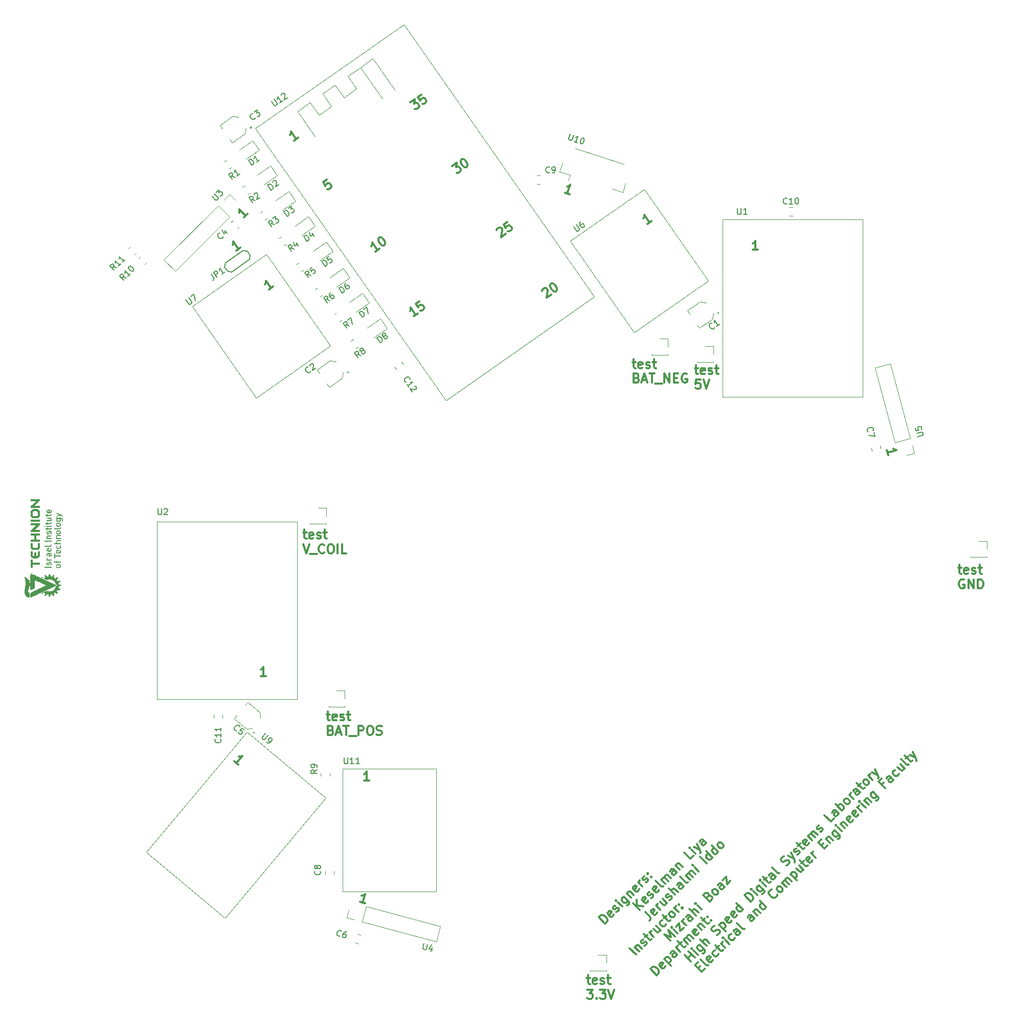
<source format=gbr>
%TF.GenerationSoftware,KiCad,Pcbnew,7.0.9-rc1*%
%TF.CreationDate,2023-11-11T13:07:52+02:00*%
%TF.ProjectId,projectA,70726f6a-6563-4744-912e-6b696361645f,rev?*%
%TF.SameCoordinates,PX5e5c173PY6474d3b*%
%TF.FileFunction,Legend,Top*%
%TF.FilePolarity,Positive*%
%FSLAX46Y46*%
G04 Gerber Fmt 4.6, Leading zero omitted, Abs format (unit mm)*
G04 Created by KiCad (PCBNEW 7.0.9-rc1) date 2023-11-11 13:07:52*
%MOMM*%
%LPD*%
G01*
G04 APERTURE LIST*
%ADD10C,0.300000*%
%ADD11C,0.153000*%
%ADD12C,0.120000*%
%ADD13C,0.100000*%
%ADD14C,0.150000*%
G04 APERTURE END LIST*
D10*
X-32083122Y-1799705D02*
X-31511694Y-1799705D01*
X-31868837Y-1299705D02*
X-31868837Y-2585419D01*
X-31868837Y-2585419D02*
X-31797408Y-2728277D01*
X-31797408Y-2728277D02*
X-31654551Y-2799705D01*
X-31654551Y-2799705D02*
X-31511694Y-2799705D01*
X-30440265Y-2728277D02*
X-30583122Y-2799705D01*
X-30583122Y-2799705D02*
X-30868836Y-2799705D01*
X-30868836Y-2799705D02*
X-31011694Y-2728277D01*
X-31011694Y-2728277D02*
X-31083122Y-2585419D01*
X-31083122Y-2585419D02*
X-31083122Y-2013991D01*
X-31083122Y-2013991D02*
X-31011694Y-1871134D01*
X-31011694Y-1871134D02*
X-30868836Y-1799705D01*
X-30868836Y-1799705D02*
X-30583122Y-1799705D01*
X-30583122Y-1799705D02*
X-30440265Y-1871134D01*
X-30440265Y-1871134D02*
X-30368836Y-2013991D01*
X-30368836Y-2013991D02*
X-30368836Y-2156848D01*
X-30368836Y-2156848D02*
X-31083122Y-2299705D01*
X-29797408Y-2728277D02*
X-29654551Y-2799705D01*
X-29654551Y-2799705D02*
X-29368837Y-2799705D01*
X-29368837Y-2799705D02*
X-29225980Y-2728277D01*
X-29225980Y-2728277D02*
X-29154551Y-2585419D01*
X-29154551Y-2585419D02*
X-29154551Y-2513991D01*
X-29154551Y-2513991D02*
X-29225980Y-2371134D01*
X-29225980Y-2371134D02*
X-29368837Y-2299705D01*
X-29368837Y-2299705D02*
X-29583122Y-2299705D01*
X-29583122Y-2299705D02*
X-29725980Y-2228277D01*
X-29725980Y-2228277D02*
X-29797408Y-2085419D01*
X-29797408Y-2085419D02*
X-29797408Y-2013991D01*
X-29797408Y-2013991D02*
X-29725980Y-1871134D01*
X-29725980Y-1871134D02*
X-29583122Y-1799705D01*
X-29583122Y-1799705D02*
X-29368837Y-1799705D01*
X-29368837Y-1799705D02*
X-29225980Y-1871134D01*
X-28725979Y-1799705D02*
X-28154551Y-1799705D01*
X-28511694Y-1299705D02*
X-28511694Y-2585419D01*
X-28511694Y-2585419D02*
X-28440265Y-2728277D01*
X-28440265Y-2728277D02*
X-28297408Y-2799705D01*
X-28297408Y-2799705D02*
X-28154551Y-2799705D01*
X-32083122Y-3714705D02*
X-31583122Y-5214705D01*
X-31583122Y-5214705D02*
X-31083122Y-3714705D01*
X-30940265Y-5357562D02*
X-29797408Y-5357562D01*
X-28583123Y-5071848D02*
X-28654551Y-5143277D01*
X-28654551Y-5143277D02*
X-28868837Y-5214705D01*
X-28868837Y-5214705D02*
X-29011694Y-5214705D01*
X-29011694Y-5214705D02*
X-29225980Y-5143277D01*
X-29225980Y-5143277D02*
X-29368837Y-5000419D01*
X-29368837Y-5000419D02*
X-29440266Y-4857562D01*
X-29440266Y-4857562D02*
X-29511694Y-4571848D01*
X-29511694Y-4571848D02*
X-29511694Y-4357562D01*
X-29511694Y-4357562D02*
X-29440266Y-4071848D01*
X-29440266Y-4071848D02*
X-29368837Y-3928991D01*
X-29368837Y-3928991D02*
X-29225980Y-3786134D01*
X-29225980Y-3786134D02*
X-29011694Y-3714705D01*
X-29011694Y-3714705D02*
X-28868837Y-3714705D01*
X-28868837Y-3714705D02*
X-28654551Y-3786134D01*
X-28654551Y-3786134D02*
X-28583123Y-3857562D01*
X-27654551Y-3714705D02*
X-27368837Y-3714705D01*
X-27368837Y-3714705D02*
X-27225980Y-3786134D01*
X-27225980Y-3786134D02*
X-27083123Y-3928991D01*
X-27083123Y-3928991D02*
X-27011694Y-4214705D01*
X-27011694Y-4214705D02*
X-27011694Y-4714705D01*
X-27011694Y-4714705D02*
X-27083123Y-5000419D01*
X-27083123Y-5000419D02*
X-27225980Y-5143277D01*
X-27225980Y-5143277D02*
X-27368837Y-5214705D01*
X-27368837Y-5214705D02*
X-27654551Y-5214705D01*
X-27654551Y-5214705D02*
X-27797408Y-5143277D01*
X-27797408Y-5143277D02*
X-27940266Y-5000419D01*
X-27940266Y-5000419D02*
X-28011694Y-4714705D01*
X-28011694Y-4714705D02*
X-28011694Y-4214705D01*
X-28011694Y-4214705D02*
X-27940266Y-3928991D01*
X-27940266Y-3928991D02*
X-27797408Y-3786134D01*
X-27797408Y-3786134D02*
X-27654551Y-3714705D01*
X-26368837Y-5214705D02*
X-26368837Y-3714705D01*
X-24940265Y-5214705D02*
X-25654551Y-5214705D01*
X-25654551Y-5214705D02*
X-25654551Y-3714705D01*
X-13069739Y34497997D02*
X-13771870Y34006360D01*
X-13420805Y34252178D02*
X-14281169Y35480906D01*
X-14281169Y35480906D02*
X-14275282Y35223434D01*
X-14275282Y35223434D02*
X-14310364Y35024473D01*
X-14310364Y35024473D02*
X-14386416Y34884023D01*
X-12818398Y36505150D02*
X-13403507Y36095452D01*
X-13403507Y36095452D02*
X-13052320Y35469374D01*
X-13052320Y35469374D02*
X-13034779Y35568855D01*
X-13034779Y35568855D02*
X-12958727Y35709305D01*
X-12958727Y35709305D02*
X-12666173Y35914154D01*
X-12666173Y35914154D02*
X-12508181Y35937582D01*
X-12508181Y35937582D02*
X-12408701Y35920041D01*
X-12408701Y35920041D02*
X-12268250Y35843989D01*
X-12268250Y35843989D02*
X-12063401Y35551435D01*
X-12063401Y35551435D02*
X-12039973Y35393443D01*
X-12039973Y35393443D02*
X-12057514Y35293963D01*
X-12057514Y35293963D02*
X-12133566Y35153512D01*
X-12133566Y35153512D02*
X-12426120Y34948664D01*
X-12426120Y34948664D02*
X-12584112Y34925235D01*
X-12584112Y34925235D02*
X-12683592Y34942776D01*
X-37079739Y38937997D02*
X-37781870Y38446360D01*
X-37430805Y38692178D02*
X-38291169Y39920906D01*
X-38291169Y39920906D02*
X-38285282Y39663434D01*
X-38285282Y39663434D02*
X-38320364Y39464473D01*
X-38320364Y39464473D02*
X-38396416Y39324023D01*
X-21827240Y-63158367D02*
X-22655176Y-62936523D01*
X-22241208Y-63047445D02*
X-21852980Y-61598556D01*
X-21852980Y-61598556D02*
X-22046430Y-61768566D01*
X-22046430Y-61768566D02*
X-22221394Y-61869581D01*
X-22221394Y-61869581D02*
X-22377870Y-61901602D01*
X64795913Y11053115D02*
X64574068Y11881051D01*
X64684991Y11467083D02*
X66133879Y11855312D01*
X66133879Y11855312D02*
X65889921Y11937840D01*
X65889921Y11937840D02*
X65714958Y12038855D01*
X65714958Y12038855D02*
X65608989Y12158357D01*
X76356878Y-7609705D02*
X76928306Y-7609705D01*
X76571163Y-7109705D02*
X76571163Y-8395419D01*
X76571163Y-8395419D02*
X76642592Y-8538277D01*
X76642592Y-8538277D02*
X76785449Y-8609705D01*
X76785449Y-8609705D02*
X76928306Y-8609705D01*
X77999735Y-8538277D02*
X77856878Y-8609705D01*
X77856878Y-8609705D02*
X77571164Y-8609705D01*
X77571164Y-8609705D02*
X77428306Y-8538277D01*
X77428306Y-8538277D02*
X77356878Y-8395419D01*
X77356878Y-8395419D02*
X77356878Y-7823991D01*
X77356878Y-7823991D02*
X77428306Y-7681134D01*
X77428306Y-7681134D02*
X77571164Y-7609705D01*
X77571164Y-7609705D02*
X77856878Y-7609705D01*
X77856878Y-7609705D02*
X77999735Y-7681134D01*
X77999735Y-7681134D02*
X78071164Y-7823991D01*
X78071164Y-7823991D02*
X78071164Y-7966848D01*
X78071164Y-7966848D02*
X77356878Y-8109705D01*
X78642592Y-8538277D02*
X78785449Y-8609705D01*
X78785449Y-8609705D02*
X79071163Y-8609705D01*
X79071163Y-8609705D02*
X79214020Y-8538277D01*
X79214020Y-8538277D02*
X79285449Y-8395419D01*
X79285449Y-8395419D02*
X79285449Y-8323991D01*
X79285449Y-8323991D02*
X79214020Y-8181134D01*
X79214020Y-8181134D02*
X79071163Y-8109705D01*
X79071163Y-8109705D02*
X78856878Y-8109705D01*
X78856878Y-8109705D02*
X78714020Y-8038277D01*
X78714020Y-8038277D02*
X78642592Y-7895419D01*
X78642592Y-7895419D02*
X78642592Y-7823991D01*
X78642592Y-7823991D02*
X78714020Y-7681134D01*
X78714020Y-7681134D02*
X78856878Y-7609705D01*
X78856878Y-7609705D02*
X79071163Y-7609705D01*
X79071163Y-7609705D02*
X79214020Y-7681134D01*
X79714021Y-7609705D02*
X80285449Y-7609705D01*
X79928306Y-7109705D02*
X79928306Y-8395419D01*
X79928306Y-8395419D02*
X79999735Y-8538277D01*
X79999735Y-8538277D02*
X80142592Y-8609705D01*
X80142592Y-8609705D02*
X80285449Y-8609705D01*
X77356878Y-9596134D02*
X77214021Y-9524705D01*
X77214021Y-9524705D02*
X76999735Y-9524705D01*
X76999735Y-9524705D02*
X76785449Y-9596134D01*
X76785449Y-9596134D02*
X76642592Y-9738991D01*
X76642592Y-9738991D02*
X76571163Y-9881848D01*
X76571163Y-9881848D02*
X76499735Y-10167562D01*
X76499735Y-10167562D02*
X76499735Y-10381848D01*
X76499735Y-10381848D02*
X76571163Y-10667562D01*
X76571163Y-10667562D02*
X76642592Y-10810419D01*
X76642592Y-10810419D02*
X76785449Y-10953277D01*
X76785449Y-10953277D02*
X76999735Y-11024705D01*
X76999735Y-11024705D02*
X77142592Y-11024705D01*
X77142592Y-11024705D02*
X77356878Y-10953277D01*
X77356878Y-10953277D02*
X77428306Y-10881848D01*
X77428306Y-10881848D02*
X77428306Y-10381848D01*
X77428306Y-10381848D02*
X77142592Y-10381848D01*
X78071163Y-11024705D02*
X78071163Y-9524705D01*
X78071163Y-9524705D02*
X78928306Y-11024705D01*
X78928306Y-11024705D02*
X78928306Y-9524705D01*
X79642592Y-11024705D02*
X79642592Y-9524705D01*
X79642592Y-9524705D02*
X79999735Y-9524705D01*
X79999735Y-9524705D02*
X80214021Y-9596134D01*
X80214021Y-9596134D02*
X80356878Y-9738991D01*
X80356878Y-9738991D02*
X80428307Y-9881848D01*
X80428307Y-9881848D02*
X80499735Y-10167562D01*
X80499735Y-10167562D02*
X80499735Y-10381848D01*
X80499735Y-10381848D02*
X80428307Y-10667562D01*
X80428307Y-10667562D02*
X80356878Y-10810419D01*
X80356878Y-10810419D02*
X80214021Y-10953277D01*
X80214021Y-10953277D02*
X79999735Y-11024705D01*
X79999735Y-11024705D02*
X79642592Y-11024705D01*
X-28213122Y-31869705D02*
X-27641694Y-31869705D01*
X-27998837Y-31369705D02*
X-27998837Y-32655419D01*
X-27998837Y-32655419D02*
X-27927408Y-32798277D01*
X-27927408Y-32798277D02*
X-27784551Y-32869705D01*
X-27784551Y-32869705D02*
X-27641694Y-32869705D01*
X-26570265Y-32798277D02*
X-26713122Y-32869705D01*
X-26713122Y-32869705D02*
X-26998836Y-32869705D01*
X-26998836Y-32869705D02*
X-27141694Y-32798277D01*
X-27141694Y-32798277D02*
X-27213122Y-32655419D01*
X-27213122Y-32655419D02*
X-27213122Y-32083991D01*
X-27213122Y-32083991D02*
X-27141694Y-31941134D01*
X-27141694Y-31941134D02*
X-26998836Y-31869705D01*
X-26998836Y-31869705D02*
X-26713122Y-31869705D01*
X-26713122Y-31869705D02*
X-26570265Y-31941134D01*
X-26570265Y-31941134D02*
X-26498836Y-32083991D01*
X-26498836Y-32083991D02*
X-26498836Y-32226848D01*
X-26498836Y-32226848D02*
X-27213122Y-32369705D01*
X-25927408Y-32798277D02*
X-25784551Y-32869705D01*
X-25784551Y-32869705D02*
X-25498837Y-32869705D01*
X-25498837Y-32869705D02*
X-25355980Y-32798277D01*
X-25355980Y-32798277D02*
X-25284551Y-32655419D01*
X-25284551Y-32655419D02*
X-25284551Y-32583991D01*
X-25284551Y-32583991D02*
X-25355980Y-32441134D01*
X-25355980Y-32441134D02*
X-25498837Y-32369705D01*
X-25498837Y-32369705D02*
X-25713122Y-32369705D01*
X-25713122Y-32369705D02*
X-25855980Y-32298277D01*
X-25855980Y-32298277D02*
X-25927408Y-32155419D01*
X-25927408Y-32155419D02*
X-25927408Y-32083991D01*
X-25927408Y-32083991D02*
X-25855980Y-31941134D01*
X-25855980Y-31941134D02*
X-25713122Y-31869705D01*
X-25713122Y-31869705D02*
X-25498837Y-31869705D01*
X-25498837Y-31869705D02*
X-25355980Y-31941134D01*
X-24855979Y-31869705D02*
X-24284551Y-31869705D01*
X-24641694Y-31369705D02*
X-24641694Y-32655419D01*
X-24641694Y-32655419D02*
X-24570265Y-32798277D01*
X-24570265Y-32798277D02*
X-24427408Y-32869705D01*
X-24427408Y-32869705D02*
X-24284551Y-32869705D01*
X-27498837Y-34498991D02*
X-27284551Y-34570419D01*
X-27284551Y-34570419D02*
X-27213122Y-34641848D01*
X-27213122Y-34641848D02*
X-27141694Y-34784705D01*
X-27141694Y-34784705D02*
X-27141694Y-34998991D01*
X-27141694Y-34998991D02*
X-27213122Y-35141848D01*
X-27213122Y-35141848D02*
X-27284551Y-35213277D01*
X-27284551Y-35213277D02*
X-27427408Y-35284705D01*
X-27427408Y-35284705D02*
X-27998837Y-35284705D01*
X-27998837Y-35284705D02*
X-27998837Y-33784705D01*
X-27998837Y-33784705D02*
X-27498837Y-33784705D01*
X-27498837Y-33784705D02*
X-27355979Y-33856134D01*
X-27355979Y-33856134D02*
X-27284551Y-33927562D01*
X-27284551Y-33927562D02*
X-27213122Y-34070419D01*
X-27213122Y-34070419D02*
X-27213122Y-34213277D01*
X-27213122Y-34213277D02*
X-27284551Y-34356134D01*
X-27284551Y-34356134D02*
X-27355979Y-34427562D01*
X-27355979Y-34427562D02*
X-27498837Y-34498991D01*
X-27498837Y-34498991D02*
X-27998837Y-34498991D01*
X-26570265Y-34856134D02*
X-25855979Y-34856134D01*
X-26713122Y-35284705D02*
X-26213122Y-33784705D01*
X-26213122Y-33784705D02*
X-25713122Y-35284705D01*
X-25427408Y-33784705D02*
X-24570265Y-33784705D01*
X-24998837Y-35284705D02*
X-24998837Y-33784705D01*
X-24427408Y-35427562D02*
X-23284551Y-35427562D01*
X-22927409Y-35284705D02*
X-22927409Y-33784705D01*
X-22927409Y-33784705D02*
X-22355980Y-33784705D01*
X-22355980Y-33784705D02*
X-22213123Y-33856134D01*
X-22213123Y-33856134D02*
X-22141694Y-33927562D01*
X-22141694Y-33927562D02*
X-22070266Y-34070419D01*
X-22070266Y-34070419D02*
X-22070266Y-34284705D01*
X-22070266Y-34284705D02*
X-22141694Y-34427562D01*
X-22141694Y-34427562D02*
X-22213123Y-34498991D01*
X-22213123Y-34498991D02*
X-22355980Y-34570419D01*
X-22355980Y-34570419D02*
X-22927409Y-34570419D01*
X-21141694Y-33784705D02*
X-20855980Y-33784705D01*
X-20855980Y-33784705D02*
X-20713123Y-33856134D01*
X-20713123Y-33856134D02*
X-20570266Y-33998991D01*
X-20570266Y-33998991D02*
X-20498837Y-34284705D01*
X-20498837Y-34284705D02*
X-20498837Y-34784705D01*
X-20498837Y-34784705D02*
X-20570266Y-35070419D01*
X-20570266Y-35070419D02*
X-20713123Y-35213277D01*
X-20713123Y-35213277D02*
X-20855980Y-35284705D01*
X-20855980Y-35284705D02*
X-21141694Y-35284705D01*
X-21141694Y-35284705D02*
X-21284551Y-35213277D01*
X-21284551Y-35213277D02*
X-21427409Y-35070419D01*
X-21427409Y-35070419D02*
X-21498837Y-34784705D01*
X-21498837Y-34784705D02*
X-21498837Y-34284705D01*
X-21498837Y-34284705D02*
X-21427409Y-33998991D01*
X-21427409Y-33998991D02*
X-21284551Y-33856134D01*
X-21284551Y-33856134D02*
X-21141694Y-33784705D01*
X-19927408Y-35213277D02*
X-19713122Y-35284705D01*
X-19713122Y-35284705D02*
X-19355980Y-35284705D01*
X-19355980Y-35284705D02*
X-19213122Y-35213277D01*
X-19213122Y-35213277D02*
X-19141694Y-35141848D01*
X-19141694Y-35141848D02*
X-19070265Y-34998991D01*
X-19070265Y-34998991D02*
X-19070265Y-34856134D01*
X-19070265Y-34856134D02*
X-19141694Y-34713277D01*
X-19141694Y-34713277D02*
X-19213122Y-34641848D01*
X-19213122Y-34641848D02*
X-19355980Y-34570419D01*
X-19355980Y-34570419D02*
X-19641694Y-34498991D01*
X-19641694Y-34498991D02*
X-19784551Y-34427562D01*
X-19784551Y-34427562D02*
X-19855980Y-34356134D01*
X-19855980Y-34356134D02*
X-19927408Y-34213277D01*
X-19927408Y-34213277D02*
X-19927408Y-34070419D01*
X-19927408Y-34070419D02*
X-19855980Y-33927562D01*
X-19855980Y-33927562D02*
X-19784551Y-33856134D01*
X-19784551Y-33856134D02*
X-19641694Y-33784705D01*
X-19641694Y-33784705D02*
X-19284551Y-33784705D01*
X-19284551Y-33784705D02*
X-19070265Y-33856134D01*
X-7460745Y58884118D02*
X-6700104Y59416725D01*
X-6700104Y59416725D02*
X-6781922Y58661850D01*
X-6781922Y58661850D02*
X-6606390Y58784759D01*
X-6606390Y58784759D02*
X-6448398Y58808188D01*
X-6448398Y58808188D02*
X-6348917Y58790646D01*
X-6348917Y58790646D02*
X-6208467Y58714594D01*
X-6208467Y58714594D02*
X-6003618Y58422040D01*
X-6003618Y58422040D02*
X-5980190Y58264049D01*
X-5980190Y58264049D02*
X-5997731Y58164568D01*
X-5997731Y58164568D02*
X-6073783Y58024118D01*
X-6073783Y58024118D02*
X-6424848Y57778299D01*
X-6424848Y57778299D02*
X-6582839Y57754871D01*
X-6582839Y57754871D02*
X-6682320Y57772412D01*
X-5939463Y59949331D02*
X-5822441Y60031271D01*
X-5822441Y60031271D02*
X-5664450Y60054699D01*
X-5664450Y60054699D02*
X-5564969Y60037158D01*
X-5564969Y60037158D02*
X-5424519Y59961106D01*
X-5424519Y59961106D02*
X-5202129Y59768033D01*
X-5202129Y59768033D02*
X-4997280Y59475478D01*
X-4997280Y59475478D02*
X-4891912Y59200465D01*
X-4891912Y59200465D02*
X-4868484Y59042474D01*
X-4868484Y59042474D02*
X-4886025Y58942993D01*
X-4886025Y58942993D02*
X-4962077Y58802543D01*
X-4962077Y58802543D02*
X-5079099Y58720603D01*
X-5079099Y58720603D02*
X-5237090Y58697175D01*
X-5237090Y58697175D02*
X-5336571Y58714716D01*
X-5336571Y58714716D02*
X-5477021Y58790768D01*
X-5477021Y58790768D02*
X-5699411Y58983841D01*
X-5699411Y58983841D02*
X-5904260Y59276396D01*
X-5904260Y59276396D02*
X-6009628Y59551409D01*
X-6009628Y59551409D02*
X-6033056Y59709400D01*
X-6033056Y59709400D02*
X-6015515Y59808881D01*
X-6015515Y59808881D02*
X-5939463Y59949331D01*
X12058704Y54208109D02*
X11248260Y54487168D01*
X11653482Y54347638D02*
X12141834Y55765916D01*
X12141834Y55765916D02*
X11936995Y55609815D01*
X11936995Y55609815D02*
X11755412Y55521250D01*
X11755412Y55521250D02*
X11597083Y55500223D01*
X7489705Y38238066D02*
X7507246Y38337547D01*
X7507246Y38337547D02*
X7583298Y38477997D01*
X7583298Y38477997D02*
X7875853Y38682846D01*
X7875853Y38682846D02*
X8033844Y38706274D01*
X8033844Y38706274D02*
X8133325Y38688733D01*
X8133325Y38688733D02*
X8273775Y38612681D01*
X8273775Y38612681D02*
X8355714Y38495660D01*
X8355714Y38495660D02*
X8420113Y38279157D01*
X8420113Y38279157D02*
X8209619Y37085390D01*
X8209619Y37085390D02*
X8970261Y37617997D01*
X8870537Y39379331D02*
X8987559Y39461271D01*
X8987559Y39461271D02*
X9145550Y39484699D01*
X9145550Y39484699D02*
X9245031Y39467158D01*
X9245031Y39467158D02*
X9385481Y39391106D01*
X9385481Y39391106D02*
X9607871Y39198033D01*
X9607871Y39198033D02*
X9812720Y38905478D01*
X9812720Y38905478D02*
X9918088Y38630465D01*
X9918088Y38630465D02*
X9941516Y38472474D01*
X9941516Y38472474D02*
X9923975Y38372993D01*
X9923975Y38372993D02*
X9847923Y38232543D01*
X9847923Y38232543D02*
X9730901Y38150603D01*
X9730901Y38150603D02*
X9572910Y38127175D01*
X9572910Y38127175D02*
X9473429Y38144716D01*
X9473429Y38144716D02*
X9332979Y38220768D01*
X9332979Y38220768D02*
X9110589Y38413841D01*
X9110589Y38413841D02*
X8905740Y38706396D01*
X8905740Y38706396D02*
X8800372Y38981409D01*
X8800372Y38981409D02*
X8776944Y39139400D01*
X8776944Y39139400D02*
X8794485Y39238881D01*
X8794485Y39238881D02*
X8870537Y39379331D01*
X-42449739Y45417997D02*
X-43151870Y44926360D01*
X-42800805Y45172178D02*
X-43661169Y46400906D01*
X-43661169Y46400906D02*
X-43655282Y46143434D01*
X-43655282Y46143434D02*
X-43690364Y45944473D01*
X-43690364Y45944473D02*
X-43766416Y45804023D01*
X17914275Y-66517303D02*
X16853615Y-65456642D01*
X16853615Y-65456642D02*
X17106153Y-65204104D01*
X17106153Y-65204104D02*
X17308184Y-65103089D01*
X17308184Y-65103089D02*
X17510214Y-65103089D01*
X17510214Y-65103089D02*
X17661737Y-65153597D01*
X17661737Y-65153597D02*
X17914275Y-65305120D01*
X17914275Y-65305120D02*
X18065798Y-65456642D01*
X18065798Y-65456642D02*
X18217321Y-65709181D01*
X18217321Y-65709181D02*
X18267829Y-65860703D01*
X18267829Y-65860703D02*
X18267829Y-66062734D01*
X18267829Y-66062734D02*
X18166814Y-66264765D01*
X18166814Y-66264765D02*
X17914275Y-66517303D01*
X19328489Y-65002074D02*
X19277981Y-65153597D01*
X19277981Y-65153597D02*
X19075951Y-65355627D01*
X19075951Y-65355627D02*
X18924428Y-65406135D01*
X18924428Y-65406135D02*
X18772905Y-65355627D01*
X18772905Y-65355627D02*
X18368844Y-64951566D01*
X18368844Y-64951566D02*
X18318336Y-64800043D01*
X18318336Y-64800043D02*
X18368844Y-64648520D01*
X18368844Y-64648520D02*
X18570875Y-64446490D01*
X18570875Y-64446490D02*
X18722397Y-64395982D01*
X18722397Y-64395982D02*
X18873920Y-64446490D01*
X18873920Y-64446490D02*
X18974936Y-64547505D01*
X18974936Y-64547505D02*
X18570875Y-65153597D01*
X19783057Y-64547505D02*
X19934580Y-64496998D01*
X19934580Y-64496998D02*
X20136611Y-64294967D01*
X20136611Y-64294967D02*
X20187118Y-64143444D01*
X20187118Y-64143444D02*
X20136611Y-63991921D01*
X20136611Y-63991921D02*
X20086103Y-63941414D01*
X20086103Y-63941414D02*
X19934580Y-63890906D01*
X19934580Y-63890906D02*
X19783057Y-63941414D01*
X19783057Y-63941414D02*
X19631535Y-64092937D01*
X19631535Y-64092937D02*
X19480012Y-64143444D01*
X19480012Y-64143444D02*
X19328489Y-64092937D01*
X19328489Y-64092937D02*
X19277981Y-64042429D01*
X19277981Y-64042429D02*
X19227474Y-63890906D01*
X19227474Y-63890906D02*
X19277981Y-63739383D01*
X19277981Y-63739383D02*
X19429504Y-63587860D01*
X19429504Y-63587860D02*
X19581027Y-63537353D01*
X20742703Y-63688876D02*
X20035596Y-62981769D01*
X19682042Y-62628215D02*
X19682042Y-62729231D01*
X19682042Y-62729231D02*
X19783058Y-62729231D01*
X19783058Y-62729231D02*
X19783058Y-62628215D01*
X19783058Y-62628215D02*
X19682042Y-62628215D01*
X19682042Y-62628215D02*
X19783058Y-62729231D01*
X20995241Y-62022124D02*
X21853871Y-62880753D01*
X21853871Y-62880753D02*
X21904378Y-63032276D01*
X21904378Y-63032276D02*
X21904378Y-63133291D01*
X21904378Y-63133291D02*
X21853871Y-63284814D01*
X21853871Y-63284814D02*
X21702348Y-63436337D01*
X21702348Y-63436337D02*
X21550825Y-63486845D01*
X21651840Y-62678723D02*
X21601332Y-62830246D01*
X21601332Y-62830246D02*
X21399302Y-63032276D01*
X21399302Y-63032276D02*
X21247779Y-63082784D01*
X21247779Y-63082784D02*
X21146764Y-63082784D01*
X21146764Y-63082784D02*
X20995241Y-63032276D01*
X20995241Y-63032276D02*
X20692195Y-62729230D01*
X20692195Y-62729230D02*
X20641687Y-62577708D01*
X20641687Y-62577708D02*
X20641687Y-62476692D01*
X20641687Y-62476692D02*
X20692195Y-62325169D01*
X20692195Y-62325169D02*
X20894226Y-62123139D01*
X20894226Y-62123139D02*
X21045749Y-62072631D01*
X21500317Y-61517047D02*
X22207424Y-62224154D01*
X21601333Y-61618063D02*
X21601333Y-61517047D01*
X21601333Y-61517047D02*
X21651840Y-61365524D01*
X21651840Y-61365524D02*
X21803363Y-61214001D01*
X21803363Y-61214001D02*
X21954886Y-61163494D01*
X21954886Y-61163494D02*
X22106409Y-61214001D01*
X22106409Y-61214001D02*
X22661993Y-61769585D01*
X23520622Y-60809940D02*
X23470115Y-60961463D01*
X23470115Y-60961463D02*
X23268084Y-61163494D01*
X23268084Y-61163494D02*
X23116561Y-61214001D01*
X23116561Y-61214001D02*
X22965039Y-61163494D01*
X22965039Y-61163494D02*
X22560978Y-60759433D01*
X22560978Y-60759433D02*
X22510470Y-60607910D01*
X22510470Y-60607910D02*
X22560978Y-60456387D01*
X22560978Y-60456387D02*
X22763008Y-60254356D01*
X22763008Y-60254356D02*
X22914531Y-60203849D01*
X22914531Y-60203849D02*
X23066054Y-60254356D01*
X23066054Y-60254356D02*
X23167069Y-60355372D01*
X23167069Y-60355372D02*
X22763008Y-60961463D01*
X24076206Y-60355372D02*
X23369099Y-59648265D01*
X23571130Y-59850296D02*
X23520622Y-59698773D01*
X23520622Y-59698773D02*
X23520622Y-59597758D01*
X23520622Y-59597758D02*
X23571130Y-59446235D01*
X23571130Y-59446235D02*
X23672145Y-59345219D01*
X24631790Y-59698773D02*
X24783313Y-59648265D01*
X24783313Y-59648265D02*
X24985343Y-59446235D01*
X24985343Y-59446235D02*
X25035851Y-59294712D01*
X25035851Y-59294712D02*
X24985343Y-59143189D01*
X24985343Y-59143189D02*
X24934836Y-59092682D01*
X24934836Y-59092682D02*
X24783313Y-59042174D01*
X24783313Y-59042174D02*
X24631790Y-59092682D01*
X24631790Y-59092682D02*
X24480267Y-59244204D01*
X24480267Y-59244204D02*
X24328744Y-59294712D01*
X24328744Y-59294712D02*
X24177221Y-59244204D01*
X24177221Y-59244204D02*
X24126713Y-59193697D01*
X24126713Y-59193697D02*
X24076206Y-59042174D01*
X24076206Y-59042174D02*
X24126713Y-58890651D01*
X24126713Y-58890651D02*
X24278236Y-58739128D01*
X24278236Y-58739128D02*
X24429759Y-58688621D01*
X25490420Y-58739128D02*
X25591435Y-58739128D01*
X25591435Y-58739128D02*
X25591435Y-58840143D01*
X25591435Y-58840143D02*
X25490420Y-58840143D01*
X25490420Y-58840143D02*
X25490420Y-58739128D01*
X25490420Y-58739128D02*
X25591435Y-58840143D01*
X24934836Y-58183544D02*
X25035851Y-58183544D01*
X25035851Y-58183544D02*
X25035851Y-58284559D01*
X25035851Y-58284559D02*
X24934836Y-58284559D01*
X24934836Y-58284559D02*
X24934836Y-58183544D01*
X24934836Y-58183544D02*
X25035851Y-58284559D01*
X23612041Y-64234863D02*
X22551381Y-63174203D01*
X24218132Y-63628772D02*
X23157472Y-63477249D01*
X23157472Y-62568111D02*
X23157472Y-63780295D01*
X25026254Y-62719634D02*
X24975747Y-62871157D01*
X24975747Y-62871157D02*
X24773716Y-63073188D01*
X24773716Y-63073188D02*
X24622193Y-63123695D01*
X24622193Y-63123695D02*
X24470671Y-63073188D01*
X24470671Y-63073188D02*
X24066610Y-62669127D01*
X24066610Y-62669127D02*
X24016102Y-62517604D01*
X24016102Y-62517604D02*
X24066610Y-62366081D01*
X24066610Y-62366081D02*
X24268640Y-62164050D01*
X24268640Y-62164050D02*
X24420163Y-62113543D01*
X24420163Y-62113543D02*
X24571686Y-62164050D01*
X24571686Y-62164050D02*
X24672701Y-62265066D01*
X24672701Y-62265066D02*
X24268640Y-62871157D01*
X25480823Y-62265066D02*
X25632346Y-62214558D01*
X25632346Y-62214558D02*
X25834376Y-62012528D01*
X25834376Y-62012528D02*
X25884884Y-61861005D01*
X25884884Y-61861005D02*
X25834376Y-61709482D01*
X25834376Y-61709482D02*
X25783869Y-61658974D01*
X25783869Y-61658974D02*
X25632346Y-61608467D01*
X25632346Y-61608467D02*
X25480823Y-61658974D01*
X25480823Y-61658974D02*
X25329300Y-61810497D01*
X25329300Y-61810497D02*
X25177777Y-61861005D01*
X25177777Y-61861005D02*
X25026254Y-61810497D01*
X25026254Y-61810497D02*
X24975747Y-61759990D01*
X24975747Y-61759990D02*
X24925239Y-61608467D01*
X24925239Y-61608467D02*
X24975747Y-61456944D01*
X24975747Y-61456944D02*
X25127269Y-61305421D01*
X25127269Y-61305421D02*
X25278792Y-61254913D01*
X26794021Y-60951867D02*
X26743514Y-61103390D01*
X26743514Y-61103390D02*
X26541483Y-61305421D01*
X26541483Y-61305421D02*
X26389960Y-61355928D01*
X26389960Y-61355928D02*
X26238437Y-61305421D01*
X26238437Y-61305421D02*
X25834376Y-60901360D01*
X25834376Y-60901360D02*
X25783869Y-60749837D01*
X25783869Y-60749837D02*
X25834376Y-60598314D01*
X25834376Y-60598314D02*
X26036407Y-60396284D01*
X26036407Y-60396284D02*
X26187930Y-60345776D01*
X26187930Y-60345776D02*
X26339453Y-60396284D01*
X26339453Y-60396284D02*
X26440468Y-60497299D01*
X26440468Y-60497299D02*
X26036407Y-61103390D01*
X27501128Y-60345776D02*
X27349605Y-60396284D01*
X27349605Y-60396284D02*
X27198082Y-60345776D01*
X27198082Y-60345776D02*
X26288945Y-59436639D01*
X27905189Y-59941715D02*
X27198082Y-59234609D01*
X27299097Y-59335624D02*
X27299097Y-59234609D01*
X27299097Y-59234609D02*
X27349605Y-59083086D01*
X27349605Y-59083086D02*
X27501128Y-58931563D01*
X27501128Y-58931563D02*
X27652651Y-58881055D01*
X27652651Y-58881055D02*
X27804174Y-58931563D01*
X27804174Y-58931563D02*
X28359757Y-59487147D01*
X27804174Y-58931563D02*
X27753666Y-58780040D01*
X27753666Y-58780040D02*
X27804174Y-58628517D01*
X27804174Y-58628517D02*
X27955696Y-58476994D01*
X27955696Y-58476994D02*
X28107219Y-58426486D01*
X28107219Y-58426486D02*
X28258742Y-58476994D01*
X28258742Y-58476994D02*
X28814326Y-59032578D01*
X29773971Y-58072933D02*
X29218387Y-57517349D01*
X29218387Y-57517349D02*
X29066864Y-57466842D01*
X29066864Y-57466842D02*
X28915341Y-57517349D01*
X28915341Y-57517349D02*
X28713311Y-57719380D01*
X28713311Y-57719380D02*
X28662803Y-57870903D01*
X29723463Y-58022425D02*
X29672956Y-58173948D01*
X29672956Y-58173948D02*
X29420418Y-58426486D01*
X29420418Y-58426486D02*
X29268895Y-58476994D01*
X29268895Y-58476994D02*
X29117372Y-58426486D01*
X29117372Y-58426486D02*
X29016357Y-58325471D01*
X29016357Y-58325471D02*
X28965849Y-58173948D01*
X28965849Y-58173948D02*
X29016357Y-58022425D01*
X29016357Y-58022425D02*
X29268895Y-57769887D01*
X29268895Y-57769887D02*
X29319402Y-57618364D01*
X29571941Y-56860750D02*
X30279047Y-57567857D01*
X29672956Y-56961765D02*
X29672956Y-56860750D01*
X29672956Y-56860750D02*
X29723463Y-56709227D01*
X29723463Y-56709227D02*
X29874986Y-56557704D01*
X29874986Y-56557704D02*
X30026509Y-56507197D01*
X30026509Y-56507197D02*
X30178032Y-56557704D01*
X30178032Y-56557704D02*
X30733616Y-57113288D01*
X32551891Y-55295013D02*
X32046814Y-55800090D01*
X32046814Y-55800090D02*
X30986154Y-54739430D01*
X32905444Y-54941460D02*
X32198337Y-54234353D01*
X31844784Y-53880800D02*
X31844784Y-53981815D01*
X31844784Y-53981815D02*
X31945799Y-53981815D01*
X31945799Y-53981815D02*
X31945799Y-53880800D01*
X31945799Y-53880800D02*
X31844784Y-53880800D01*
X31844784Y-53880800D02*
X31945799Y-53981815D01*
X32602399Y-53830292D02*
X33562044Y-54284861D01*
X33107475Y-53325216D02*
X33562044Y-54284861D01*
X33562044Y-54284861D02*
X33713566Y-54638414D01*
X33713566Y-54638414D02*
X33713566Y-54739429D01*
X33713566Y-54739429D02*
X33663059Y-54890952D01*
X34673211Y-53173693D02*
X34117627Y-52618109D01*
X34117627Y-52618109D02*
X33966104Y-52567601D01*
X33966104Y-52567601D02*
X33814582Y-52618109D01*
X33814582Y-52618109D02*
X33612551Y-52820139D01*
X33612551Y-52820139D02*
X33562043Y-52971662D01*
X34622704Y-53123185D02*
X34572196Y-53274708D01*
X34572196Y-53274708D02*
X34319658Y-53527246D01*
X34319658Y-53527246D02*
X34168135Y-53577754D01*
X34168135Y-53577754D02*
X34016612Y-53527246D01*
X34016612Y-53527246D02*
X33915597Y-53426231D01*
X33915597Y-53426231D02*
X33865089Y-53274708D01*
X33865089Y-53274708D02*
X33915597Y-53123185D01*
X33915597Y-53123185D02*
X34168135Y-52870647D01*
X34168135Y-52870647D02*
X34218643Y-52719124D01*
X24562089Y-64578820D02*
X25319704Y-65336435D01*
X25319704Y-65336435D02*
X25420719Y-65538465D01*
X25420719Y-65538465D02*
X25420719Y-65740496D01*
X25420719Y-65740496D02*
X25319704Y-65942526D01*
X25319704Y-65942526D02*
X25218689Y-66043541D01*
X26481379Y-64679836D02*
X26430872Y-64831358D01*
X26430872Y-64831358D02*
X26228841Y-65033389D01*
X26228841Y-65033389D02*
X26077318Y-65083897D01*
X26077318Y-65083897D02*
X25925795Y-65033389D01*
X25925795Y-65033389D02*
X25521734Y-64629328D01*
X25521734Y-64629328D02*
X25471227Y-64477805D01*
X25471227Y-64477805D02*
X25521734Y-64326282D01*
X25521734Y-64326282D02*
X25723765Y-64124252D01*
X25723765Y-64124252D02*
X25875288Y-64073744D01*
X25875288Y-64073744D02*
X26026811Y-64124252D01*
X26026811Y-64124252D02*
X26127826Y-64225267D01*
X26127826Y-64225267D02*
X25723765Y-64831358D01*
X27036963Y-64225267D02*
X26329856Y-63518160D01*
X26531887Y-63720191D02*
X26481379Y-63568668D01*
X26481379Y-63568668D02*
X26481379Y-63467653D01*
X26481379Y-63467653D02*
X26531887Y-63316130D01*
X26531887Y-63316130D02*
X26632902Y-63215115D01*
X27441024Y-62406993D02*
X28148130Y-63114100D01*
X26986455Y-62861562D02*
X27542039Y-63417145D01*
X27542039Y-63417145D02*
X27693562Y-63467653D01*
X27693562Y-63467653D02*
X27845085Y-63417145D01*
X27845085Y-63417145D02*
X27996608Y-63265623D01*
X27996608Y-63265623D02*
X28047115Y-63114100D01*
X28047115Y-63114100D02*
X28047115Y-63013084D01*
X28552192Y-62609023D02*
X28703714Y-62558516D01*
X28703714Y-62558516D02*
X28905745Y-62356485D01*
X28905745Y-62356485D02*
X28956253Y-62204962D01*
X28956253Y-62204962D02*
X28905745Y-62053439D01*
X28905745Y-62053439D02*
X28855237Y-62002932D01*
X28855237Y-62002932D02*
X28703714Y-61952424D01*
X28703714Y-61952424D02*
X28552192Y-62002932D01*
X28552192Y-62002932D02*
X28400669Y-62154455D01*
X28400669Y-62154455D02*
X28249146Y-62204962D01*
X28249146Y-62204962D02*
X28097623Y-62154455D01*
X28097623Y-62154455D02*
X28047115Y-62103947D01*
X28047115Y-62103947D02*
X27996608Y-61952424D01*
X27996608Y-61952424D02*
X28047115Y-61800901D01*
X28047115Y-61800901D02*
X28198638Y-61649378D01*
X28198638Y-61649378D02*
X28350161Y-61598871D01*
X29511837Y-61750393D02*
X28451176Y-60689733D01*
X29966405Y-61295825D02*
X29410821Y-60740241D01*
X29410821Y-60740241D02*
X29259298Y-60689733D01*
X29259298Y-60689733D02*
X29107776Y-60740241D01*
X29107776Y-60740241D02*
X28956253Y-60891764D01*
X28956253Y-60891764D02*
X28905745Y-61043287D01*
X28905745Y-61043287D02*
X28905745Y-61144302D01*
X30926050Y-60336180D02*
X30370466Y-59780596D01*
X30370466Y-59780596D02*
X30218944Y-59730088D01*
X30218944Y-59730088D02*
X30067421Y-59780596D01*
X30067421Y-59780596D02*
X29865390Y-59982626D01*
X29865390Y-59982626D02*
X29814882Y-60134149D01*
X30875543Y-60285672D02*
X30825035Y-60437195D01*
X30825035Y-60437195D02*
X30572497Y-60689733D01*
X30572497Y-60689733D02*
X30420974Y-60740241D01*
X30420974Y-60740241D02*
X30269451Y-60689733D01*
X30269451Y-60689733D02*
X30168436Y-60588718D01*
X30168436Y-60588718D02*
X30117928Y-60437195D01*
X30117928Y-60437195D02*
X30168436Y-60285672D01*
X30168436Y-60285672D02*
X30420974Y-60033134D01*
X30420974Y-60033134D02*
X30471482Y-59881611D01*
X31582650Y-59679581D02*
X31431127Y-59730088D01*
X31431127Y-59730088D02*
X31279604Y-59679581D01*
X31279604Y-59679581D02*
X30370466Y-58770443D01*
X31986710Y-59275520D02*
X31279604Y-58568413D01*
X31380619Y-58669428D02*
X31380619Y-58568413D01*
X31380619Y-58568413D02*
X31431126Y-58416890D01*
X31431126Y-58416890D02*
X31582649Y-58265367D01*
X31582649Y-58265367D02*
X31734172Y-58214860D01*
X31734172Y-58214860D02*
X31885695Y-58265367D01*
X31885695Y-58265367D02*
X32441279Y-58820951D01*
X31885695Y-58265367D02*
X31835187Y-58113844D01*
X31835187Y-58113844D02*
X31885695Y-57962321D01*
X31885695Y-57962321D02*
X32037218Y-57810799D01*
X32037218Y-57810799D02*
X32188741Y-57760291D01*
X32188741Y-57760291D02*
X32340264Y-57810799D01*
X32340264Y-57810799D02*
X32895848Y-58366382D01*
X33400924Y-57861306D02*
X32693817Y-57154199D01*
X32340264Y-56800646D02*
X32340264Y-56901661D01*
X32340264Y-56901661D02*
X32441279Y-56901661D01*
X32441279Y-56901661D02*
X32441279Y-56800646D01*
X32441279Y-56800646D02*
X32340264Y-56800646D01*
X32340264Y-56800646D02*
X32441279Y-56901661D01*
X34714122Y-56548108D02*
X33653462Y-55487448D01*
X35673767Y-55588463D02*
X34613107Y-54527802D01*
X35623260Y-55537955D02*
X35572752Y-55689478D01*
X35572752Y-55689478D02*
X35370722Y-55891508D01*
X35370722Y-55891508D02*
X35219199Y-55942016D01*
X35219199Y-55942016D02*
X35118184Y-55942016D01*
X35118184Y-55942016D02*
X34966661Y-55891508D01*
X34966661Y-55891508D02*
X34663615Y-55588463D01*
X34663615Y-55588463D02*
X34613107Y-55436940D01*
X34613107Y-55436940D02*
X34613107Y-55335924D01*
X34613107Y-55335924D02*
X34663615Y-55184402D01*
X34663615Y-55184402D02*
X34865645Y-54982371D01*
X34865645Y-54982371D02*
X35017168Y-54931863D01*
X36633412Y-54628818D02*
X35572752Y-53568157D01*
X36582905Y-54578310D02*
X36532397Y-54729833D01*
X36532397Y-54729833D02*
X36330367Y-54931863D01*
X36330367Y-54931863D02*
X36178844Y-54982371D01*
X36178844Y-54982371D02*
X36077829Y-54982371D01*
X36077829Y-54982371D02*
X35926306Y-54931863D01*
X35926306Y-54931863D02*
X35623260Y-54628818D01*
X35623260Y-54628818D02*
X35572752Y-54477295D01*
X35572752Y-54477295D02*
X35572752Y-54376279D01*
X35572752Y-54376279D02*
X35623260Y-54224757D01*
X35623260Y-54224757D02*
X35825290Y-54022726D01*
X35825290Y-54022726D02*
X35976813Y-53972218D01*
X37290012Y-53972218D02*
X37138489Y-54022726D01*
X37138489Y-54022726D02*
X37037474Y-54022726D01*
X37037474Y-54022726D02*
X36885951Y-53972218D01*
X36885951Y-53972218D02*
X36582905Y-53669173D01*
X36582905Y-53669173D02*
X36532397Y-53517650D01*
X36532397Y-53517650D02*
X36532397Y-53416634D01*
X36532397Y-53416634D02*
X36582905Y-53265112D01*
X36582905Y-53265112D02*
X36734428Y-53113589D01*
X36734428Y-53113589D02*
X36885951Y-53063081D01*
X36885951Y-53063081D02*
X36986966Y-53063081D01*
X36986966Y-53063081D02*
X37138489Y-53113589D01*
X37138489Y-53113589D02*
X37441535Y-53416634D01*
X37441535Y-53416634D02*
X37492042Y-53568157D01*
X37492042Y-53568157D02*
X37492042Y-53669173D01*
X37492042Y-53669173D02*
X37441535Y-53820695D01*
X37441535Y-53820695D02*
X37290012Y-53972218D01*
X23037264Y-71640292D02*
X21976604Y-70579631D01*
X22835234Y-70428108D02*
X23542341Y-71135215D01*
X22936249Y-70529124D02*
X22936249Y-70428108D01*
X22936249Y-70428108D02*
X22986757Y-70276586D01*
X22986757Y-70276586D02*
X23138280Y-70125063D01*
X23138280Y-70125063D02*
X23289803Y-70074555D01*
X23289803Y-70074555D02*
X23441326Y-70125063D01*
X23441326Y-70125063D02*
X23996910Y-70680647D01*
X24400971Y-70175570D02*
X24552494Y-70125063D01*
X24552494Y-70125063D02*
X24754524Y-69923032D01*
X24754524Y-69923032D02*
X24805032Y-69771509D01*
X24805032Y-69771509D02*
X24754524Y-69619986D01*
X24754524Y-69619986D02*
X24704016Y-69569479D01*
X24704016Y-69569479D02*
X24552494Y-69518971D01*
X24552494Y-69518971D02*
X24400971Y-69569479D01*
X24400971Y-69569479D02*
X24249448Y-69721002D01*
X24249448Y-69721002D02*
X24097925Y-69771509D01*
X24097925Y-69771509D02*
X23946402Y-69721002D01*
X23946402Y-69721002D02*
X23895894Y-69670494D01*
X23895894Y-69670494D02*
X23845387Y-69518971D01*
X23845387Y-69518971D02*
X23895894Y-69367448D01*
X23895894Y-69367448D02*
X24047417Y-69215925D01*
X24047417Y-69215925D02*
X24198940Y-69165418D01*
X24501986Y-68761356D02*
X24906047Y-68357295D01*
X24299956Y-68256280D02*
X25209093Y-69165417D01*
X25209093Y-69165417D02*
X25360616Y-69215925D01*
X25360616Y-69215925D02*
X25512139Y-69165417D01*
X25512139Y-69165417D02*
X25613154Y-69064402D01*
X25966707Y-68710849D02*
X25259601Y-68003742D01*
X25461631Y-68205772D02*
X25411124Y-68054250D01*
X25411124Y-68054250D02*
X25411124Y-67953234D01*
X25411124Y-67953234D02*
X25461631Y-67801711D01*
X25461631Y-67801711D02*
X25562646Y-67700696D01*
X26370768Y-66892574D02*
X27077875Y-67599681D01*
X25916199Y-67347143D02*
X26471783Y-67902727D01*
X26471783Y-67902727D02*
X26623306Y-67953235D01*
X26623306Y-67953235D02*
X26774829Y-67902727D01*
X26774829Y-67902727D02*
X26926352Y-67751204D01*
X26926352Y-67751204D02*
X26976860Y-67599681D01*
X26976860Y-67599681D02*
X26976860Y-67498666D01*
X27987012Y-66589529D02*
X27936505Y-66741051D01*
X27936505Y-66741051D02*
X27734474Y-66943082D01*
X27734474Y-66943082D02*
X27582951Y-66993590D01*
X27582951Y-66993590D02*
X27481936Y-66993590D01*
X27481936Y-66993590D02*
X27330413Y-66943082D01*
X27330413Y-66943082D02*
X27027367Y-66640036D01*
X27027367Y-66640036D02*
X26976860Y-66488513D01*
X26976860Y-66488513D02*
X26976860Y-66387498D01*
X26976860Y-66387498D02*
X27027367Y-66235975D01*
X27027367Y-66235975D02*
X27229398Y-66033945D01*
X27229398Y-66033945D02*
X27380921Y-65983437D01*
X27633459Y-65629884D02*
X28037520Y-65225823D01*
X27431428Y-65124808D02*
X28340565Y-66033945D01*
X28340565Y-66033945D02*
X28492088Y-66084452D01*
X28492088Y-66084452D02*
X28643611Y-66033945D01*
X28643611Y-66033945D02*
X28744626Y-65932930D01*
X29249703Y-65427853D02*
X29098180Y-65478361D01*
X29098180Y-65478361D02*
X28997165Y-65478361D01*
X28997165Y-65478361D02*
X28845642Y-65427853D01*
X28845642Y-65427853D02*
X28542596Y-65124807D01*
X28542596Y-65124807D02*
X28492088Y-64973285D01*
X28492088Y-64973285D02*
X28492088Y-64872269D01*
X28492088Y-64872269D02*
X28542596Y-64720746D01*
X28542596Y-64720746D02*
X28694119Y-64569224D01*
X28694119Y-64569224D02*
X28845642Y-64518716D01*
X28845642Y-64518716D02*
X28946657Y-64518716D01*
X28946657Y-64518716D02*
X29098180Y-64569224D01*
X29098180Y-64569224D02*
X29401226Y-64872269D01*
X29401226Y-64872269D02*
X29451733Y-65023792D01*
X29451733Y-65023792D02*
X29451733Y-65124807D01*
X29451733Y-65124807D02*
X29401226Y-65276330D01*
X29401226Y-65276330D02*
X29249703Y-65427853D01*
X30057825Y-64619731D02*
X29350718Y-63912624D01*
X29552749Y-64114655D02*
X29502241Y-63963132D01*
X29502241Y-63963132D02*
X29502241Y-63862117D01*
X29502241Y-63862117D02*
X29552749Y-63710594D01*
X29552749Y-63710594D02*
X29653764Y-63609579D01*
X30613409Y-63862117D02*
X30714424Y-63862117D01*
X30714424Y-63862117D02*
X30714424Y-63963132D01*
X30714424Y-63963132D02*
X30613409Y-63963132D01*
X30613409Y-63963132D02*
X30613409Y-63862117D01*
X30613409Y-63862117D02*
X30714424Y-63963132D01*
X30057825Y-63306533D02*
X30158840Y-63306533D01*
X30158840Y-63306533D02*
X30158840Y-63407548D01*
X30158840Y-63407548D02*
X30057825Y-63407548D01*
X30057825Y-63407548D02*
X30057825Y-63306533D01*
X30057825Y-63306533D02*
X30158840Y-63407548D01*
X28735030Y-69357852D02*
X27674370Y-68297192D01*
X27674370Y-68297192D02*
X28785537Y-68701253D01*
X28785537Y-68701253D02*
X28381476Y-67590085D01*
X28381476Y-67590085D02*
X29442137Y-68650745D01*
X29947213Y-68145669D02*
X29240106Y-67438562D01*
X28886553Y-67085009D02*
X28886553Y-67186024D01*
X28886553Y-67186024D02*
X28987568Y-67186024D01*
X28987568Y-67186024D02*
X28987568Y-67085009D01*
X28987568Y-67085009D02*
X28886553Y-67085009D01*
X28886553Y-67085009D02*
X28987568Y-67186024D01*
X29644168Y-67034501D02*
X30199751Y-66478917D01*
X30199751Y-66478917D02*
X30351274Y-67741608D01*
X30351274Y-67741608D02*
X30906858Y-67186024D01*
X31310919Y-66781963D02*
X30603813Y-66074856D01*
X30805843Y-66276886D02*
X30755336Y-66125363D01*
X30755336Y-66125363D02*
X30755336Y-66024348D01*
X30755336Y-66024348D02*
X30805843Y-65872825D01*
X30805843Y-65872825D02*
X30906858Y-65771810D01*
X32422087Y-65670795D02*
X31866503Y-65115211D01*
X31866503Y-65115211D02*
X31714980Y-65064704D01*
X31714980Y-65064704D02*
X31563457Y-65115211D01*
X31563457Y-65115211D02*
X31361427Y-65317242D01*
X31361427Y-65317242D02*
X31310919Y-65468765D01*
X32371579Y-65620287D02*
X32321072Y-65771810D01*
X32321072Y-65771810D02*
X32068534Y-66024348D01*
X32068534Y-66024348D02*
X31917011Y-66074856D01*
X31917011Y-66074856D02*
X31765488Y-66024348D01*
X31765488Y-66024348D02*
X31664473Y-65923333D01*
X31664473Y-65923333D02*
X31613965Y-65771810D01*
X31613965Y-65771810D02*
X31664473Y-65620287D01*
X31664473Y-65620287D02*
X31917011Y-65367749D01*
X31917011Y-65367749D02*
X31967518Y-65216226D01*
X32927163Y-65165719D02*
X31866503Y-64105059D01*
X33381732Y-64711150D02*
X32826148Y-64155566D01*
X32826148Y-64155566D02*
X32674625Y-64105059D01*
X32674625Y-64105059D02*
X32523102Y-64155566D01*
X32523102Y-64155566D02*
X32371579Y-64307089D01*
X32371579Y-64307089D02*
X32321072Y-64458612D01*
X32321072Y-64458612D02*
X32321072Y-64559627D01*
X33886808Y-64206074D02*
X33179702Y-63498967D01*
X32826148Y-63145414D02*
X32826148Y-63246429D01*
X32826148Y-63246429D02*
X32927163Y-63246429D01*
X32927163Y-63246429D02*
X32927163Y-63145414D01*
X32927163Y-63145414D02*
X32826148Y-63145414D01*
X32826148Y-63145414D02*
X32927163Y-63246429D01*
X34997976Y-61983738D02*
X35200007Y-61882723D01*
X35200007Y-61882723D02*
X35301022Y-61882723D01*
X35301022Y-61882723D02*
X35452545Y-61933230D01*
X35452545Y-61933230D02*
X35604068Y-62084753D01*
X35604068Y-62084753D02*
X35654575Y-62236276D01*
X35654575Y-62236276D02*
X35654575Y-62337291D01*
X35654575Y-62337291D02*
X35604068Y-62488814D01*
X35604068Y-62488814D02*
X35200007Y-62892875D01*
X35200007Y-62892875D02*
X34139347Y-61832215D01*
X34139347Y-61832215D02*
X34492900Y-61478662D01*
X34492900Y-61478662D02*
X34644423Y-61428154D01*
X34644423Y-61428154D02*
X34745438Y-61428154D01*
X34745438Y-61428154D02*
X34896961Y-61478662D01*
X34896961Y-61478662D02*
X34997976Y-61579677D01*
X34997976Y-61579677D02*
X35048484Y-61731200D01*
X35048484Y-61731200D02*
X35048484Y-61832215D01*
X35048484Y-61832215D02*
X34997976Y-61983738D01*
X34997976Y-61983738D02*
X34644423Y-62337291D01*
X36412190Y-61680692D02*
X36260667Y-61731200D01*
X36260667Y-61731200D02*
X36159652Y-61731200D01*
X36159652Y-61731200D02*
X36008129Y-61680692D01*
X36008129Y-61680692D02*
X35705083Y-61377646D01*
X35705083Y-61377646D02*
X35654575Y-61226124D01*
X35654575Y-61226124D02*
X35654575Y-61125108D01*
X35654575Y-61125108D02*
X35705083Y-60973585D01*
X35705083Y-60973585D02*
X35856606Y-60822063D01*
X35856606Y-60822063D02*
X36008129Y-60771555D01*
X36008129Y-60771555D02*
X36109144Y-60771555D01*
X36109144Y-60771555D02*
X36260667Y-60822063D01*
X36260667Y-60822063D02*
X36563713Y-61125108D01*
X36563713Y-61125108D02*
X36614220Y-61276631D01*
X36614220Y-61276631D02*
X36614220Y-61377646D01*
X36614220Y-61377646D02*
X36563713Y-61529169D01*
X36563713Y-61529169D02*
X36412190Y-61680692D01*
X37674881Y-60418001D02*
X37119297Y-59862418D01*
X37119297Y-59862418D02*
X36967774Y-59811910D01*
X36967774Y-59811910D02*
X36816251Y-59862418D01*
X36816251Y-59862418D02*
X36614220Y-60064448D01*
X36614220Y-60064448D02*
X36563713Y-60215971D01*
X37624373Y-60367494D02*
X37573865Y-60519017D01*
X37573865Y-60519017D02*
X37321327Y-60771555D01*
X37321327Y-60771555D02*
X37169804Y-60822062D01*
X37169804Y-60822062D02*
X37018281Y-60771555D01*
X37018281Y-60771555D02*
X36917266Y-60670540D01*
X36917266Y-60670540D02*
X36866759Y-60519017D01*
X36866759Y-60519017D02*
X36917266Y-60367494D01*
X36917266Y-60367494D02*
X37169804Y-60114956D01*
X37169804Y-60114956D02*
X37220312Y-59963433D01*
X37371835Y-59306834D02*
X37927419Y-58751250D01*
X37927419Y-58751250D02*
X38078942Y-60013940D01*
X38078942Y-60013940D02*
X38634526Y-59458356D01*
X26452590Y-75055618D02*
X25391930Y-73994957D01*
X25391930Y-73994957D02*
X25644468Y-73742419D01*
X25644468Y-73742419D02*
X25846499Y-73641404D01*
X25846499Y-73641404D02*
X26048529Y-73641404D01*
X26048529Y-73641404D02*
X26200052Y-73691912D01*
X26200052Y-73691912D02*
X26452590Y-73843435D01*
X26452590Y-73843435D02*
X26604113Y-73994957D01*
X26604113Y-73994957D02*
X26755636Y-74247496D01*
X26755636Y-74247496D02*
X26806144Y-74399018D01*
X26806144Y-74399018D02*
X26806144Y-74601049D01*
X26806144Y-74601049D02*
X26705129Y-74803080D01*
X26705129Y-74803080D02*
X26452590Y-75055618D01*
X27866804Y-73540389D02*
X27816296Y-73691912D01*
X27816296Y-73691912D02*
X27614266Y-73893942D01*
X27614266Y-73893942D02*
X27462743Y-73944450D01*
X27462743Y-73944450D02*
X27311220Y-73893942D01*
X27311220Y-73893942D02*
X26907159Y-73489881D01*
X26907159Y-73489881D02*
X26856651Y-73338358D01*
X26856651Y-73338358D02*
X26907159Y-73186835D01*
X26907159Y-73186835D02*
X27109190Y-72984805D01*
X27109190Y-72984805D02*
X27260712Y-72934297D01*
X27260712Y-72934297D02*
X27412235Y-72984805D01*
X27412235Y-72984805D02*
X27513251Y-73085820D01*
X27513251Y-73085820D02*
X27109190Y-73691912D01*
X27715281Y-72378714D02*
X28775941Y-73439374D01*
X27765789Y-72429221D02*
X27816296Y-72277698D01*
X27816296Y-72277698D02*
X28018327Y-72075668D01*
X28018327Y-72075668D02*
X28169850Y-72025160D01*
X28169850Y-72025160D02*
X28270865Y-72025160D01*
X28270865Y-72025160D02*
X28422388Y-72075668D01*
X28422388Y-72075668D02*
X28725433Y-72378714D01*
X28725433Y-72378714D02*
X28775941Y-72530236D01*
X28775941Y-72530236D02*
X28775941Y-72631252D01*
X28775941Y-72631252D02*
X28725433Y-72782775D01*
X28725433Y-72782775D02*
X28523403Y-72984805D01*
X28523403Y-72984805D02*
X28371880Y-73035313D01*
X29836601Y-71671607D02*
X29281017Y-71116023D01*
X29281017Y-71116023D02*
X29129495Y-71065515D01*
X29129495Y-71065515D02*
X28977972Y-71116023D01*
X28977972Y-71116023D02*
X28775941Y-71318053D01*
X28775941Y-71318053D02*
X28725434Y-71469576D01*
X29786094Y-71621099D02*
X29735586Y-71772622D01*
X29735586Y-71772622D02*
X29483048Y-72025160D01*
X29483048Y-72025160D02*
X29331525Y-72075668D01*
X29331525Y-72075668D02*
X29180002Y-72025160D01*
X29180002Y-72025160D02*
X29078987Y-71924145D01*
X29078987Y-71924145D02*
X29028479Y-71772622D01*
X29028479Y-71772622D02*
X29078987Y-71621099D01*
X29078987Y-71621099D02*
X29331525Y-71368561D01*
X29331525Y-71368561D02*
X29382033Y-71217038D01*
X30341678Y-71166530D02*
X29634571Y-70459424D01*
X29836601Y-70661454D02*
X29786094Y-70509931D01*
X29786094Y-70509931D02*
X29786094Y-70408916D01*
X29786094Y-70408916D02*
X29836601Y-70257393D01*
X29836601Y-70257393D02*
X29937617Y-70156378D01*
X30139647Y-69954348D02*
X30543708Y-69550287D01*
X29937616Y-69449271D02*
X30846754Y-70358409D01*
X30846754Y-70358409D02*
X30998277Y-70408916D01*
X30998277Y-70408916D02*
X31149799Y-70358409D01*
X31149799Y-70358409D02*
X31250815Y-70257393D01*
X31604368Y-69903840D02*
X30897261Y-69196733D01*
X30998277Y-69297748D02*
X30998277Y-69196733D01*
X30998277Y-69196733D02*
X31048784Y-69045210D01*
X31048784Y-69045210D02*
X31200307Y-68893687D01*
X31200307Y-68893687D02*
X31351830Y-68843180D01*
X31351830Y-68843180D02*
X31503353Y-68893687D01*
X31503353Y-68893687D02*
X32058937Y-69449271D01*
X31503353Y-68893687D02*
X31452845Y-68742164D01*
X31452845Y-68742164D02*
X31503353Y-68590642D01*
X31503353Y-68590642D02*
X31654876Y-68439119D01*
X31654876Y-68439119D02*
X31806399Y-68388611D01*
X31806399Y-68388611D02*
X31957922Y-68439119D01*
X31957922Y-68439119D02*
X32513505Y-68994703D01*
X33372135Y-68035058D02*
X33321628Y-68186581D01*
X33321628Y-68186581D02*
X33119597Y-68388611D01*
X33119597Y-68388611D02*
X32968074Y-68439119D01*
X32968074Y-68439119D02*
X32816551Y-68388611D01*
X32816551Y-68388611D02*
X32412490Y-67984550D01*
X32412490Y-67984550D02*
X32361983Y-67833027D01*
X32361983Y-67833027D02*
X32412490Y-67681504D01*
X32412490Y-67681504D02*
X32614521Y-67479474D01*
X32614521Y-67479474D02*
X32766044Y-67428966D01*
X32766044Y-67428966D02*
X32917567Y-67479474D01*
X32917567Y-67479474D02*
X33018582Y-67580489D01*
X33018582Y-67580489D02*
X32614521Y-68186581D01*
X33220612Y-66873382D02*
X33927719Y-67580489D01*
X33321627Y-66974398D02*
X33321627Y-66873382D01*
X33321627Y-66873382D02*
X33372135Y-66721860D01*
X33372135Y-66721860D02*
X33523658Y-66570337D01*
X33523658Y-66570337D02*
X33675181Y-66519829D01*
X33675181Y-66519829D02*
X33826704Y-66570337D01*
X33826704Y-66570337D02*
X34382287Y-67125921D01*
X34028734Y-66065260D02*
X34432795Y-65661199D01*
X33826704Y-65560184D02*
X34735841Y-66469321D01*
X34735841Y-66469321D02*
X34887364Y-66519829D01*
X34887364Y-66519829D02*
X35038887Y-66469321D01*
X35038887Y-66469321D02*
X35139902Y-66368306D01*
X35392440Y-65913737D02*
X35493455Y-65913737D01*
X35493455Y-65913737D02*
X35493455Y-66014753D01*
X35493455Y-66014753D02*
X35392440Y-66014753D01*
X35392440Y-66014753D02*
X35392440Y-65913737D01*
X35392440Y-65913737D02*
X35493455Y-66014753D01*
X34836856Y-65358153D02*
X34937872Y-65358153D01*
X34937872Y-65358153D02*
X34937872Y-65459169D01*
X34937872Y-65459169D02*
X34836856Y-65459169D01*
X34836856Y-65459169D02*
X34836856Y-65358153D01*
X34836856Y-65358153D02*
X34937872Y-65459169D01*
X32150356Y-72773178D02*
X31089696Y-71712518D01*
X31594772Y-72217594D02*
X32200863Y-71611503D01*
X32756447Y-72167087D02*
X31695787Y-71106426D01*
X33261524Y-71662010D02*
X32554417Y-70954903D01*
X32200864Y-70601350D02*
X32200864Y-70702365D01*
X32200864Y-70702365D02*
X32301879Y-70702365D01*
X32301879Y-70702365D02*
X32301879Y-70601350D01*
X32301879Y-70601350D02*
X32200864Y-70601350D01*
X32200864Y-70601350D02*
X32301879Y-70702365D01*
X33514062Y-69995258D02*
X34372692Y-70853888D01*
X34372692Y-70853888D02*
X34423200Y-71005411D01*
X34423200Y-71005411D02*
X34423200Y-71106426D01*
X34423200Y-71106426D02*
X34372692Y-71257949D01*
X34372692Y-71257949D02*
X34221169Y-71409472D01*
X34221169Y-71409472D02*
X34069646Y-71459979D01*
X34170661Y-70651857D02*
X34120154Y-70803380D01*
X34120154Y-70803380D02*
X33918123Y-71005411D01*
X33918123Y-71005411D02*
X33766600Y-71055918D01*
X33766600Y-71055918D02*
X33665585Y-71055918D01*
X33665585Y-71055918D02*
X33514062Y-71005411D01*
X33514062Y-71005411D02*
X33211017Y-70702365D01*
X33211017Y-70702365D02*
X33160509Y-70550842D01*
X33160509Y-70550842D02*
X33160509Y-70449827D01*
X33160509Y-70449827D02*
X33211017Y-70298304D01*
X33211017Y-70298304D02*
X33413047Y-70096273D01*
X33413047Y-70096273D02*
X33564570Y-70045766D01*
X34726245Y-70197289D02*
X33665585Y-69136628D01*
X35180814Y-69742720D02*
X34625230Y-69187136D01*
X34625230Y-69187136D02*
X34473707Y-69136628D01*
X34473707Y-69136628D02*
X34322184Y-69187136D01*
X34322184Y-69187136D02*
X34170662Y-69338659D01*
X34170662Y-69338659D02*
X34120154Y-69490182D01*
X34120154Y-69490182D02*
X34120154Y-69591197D01*
X36392997Y-68429522D02*
X36595028Y-68328506D01*
X36595028Y-68328506D02*
X36847566Y-68075968D01*
X36847566Y-68075968D02*
X36898073Y-67924445D01*
X36898073Y-67924445D02*
X36898073Y-67823430D01*
X36898073Y-67823430D02*
X36847566Y-67671907D01*
X36847566Y-67671907D02*
X36746551Y-67570892D01*
X36746551Y-67570892D02*
X36595028Y-67520384D01*
X36595028Y-67520384D02*
X36494012Y-67520384D01*
X36494012Y-67520384D02*
X36342490Y-67570892D01*
X36342490Y-67570892D02*
X36089951Y-67722415D01*
X36089951Y-67722415D02*
X35938429Y-67772922D01*
X35938429Y-67772922D02*
X35837413Y-67772922D01*
X35837413Y-67772922D02*
X35685890Y-67722415D01*
X35685890Y-67722415D02*
X35584875Y-67621400D01*
X35584875Y-67621400D02*
X35534367Y-67469877D01*
X35534367Y-67469877D02*
X35534367Y-67368861D01*
X35534367Y-67368861D02*
X35584875Y-67217339D01*
X35584875Y-67217339D02*
X35837413Y-66964800D01*
X35837413Y-66964800D02*
X36039444Y-66863785D01*
X36797058Y-66712263D02*
X37857718Y-67772923D01*
X36847566Y-66762770D02*
X36898073Y-66611247D01*
X36898073Y-66611247D02*
X37100104Y-66409217D01*
X37100104Y-66409217D02*
X37251627Y-66358709D01*
X37251627Y-66358709D02*
X37352642Y-66358709D01*
X37352642Y-66358709D02*
X37504165Y-66409217D01*
X37504165Y-66409217D02*
X37807210Y-66712263D01*
X37807210Y-66712263D02*
X37857718Y-66863786D01*
X37857718Y-66863786D02*
X37857718Y-66964801D01*
X37857718Y-66964801D02*
X37807210Y-67116324D01*
X37807210Y-67116324D02*
X37605180Y-67318354D01*
X37605180Y-67318354D02*
X37453657Y-67368862D01*
X38817363Y-66005156D02*
X38766855Y-66156679D01*
X38766855Y-66156679D02*
X38564825Y-66358709D01*
X38564825Y-66358709D02*
X38413302Y-66409217D01*
X38413302Y-66409217D02*
X38261779Y-66358709D01*
X38261779Y-66358709D02*
X37857718Y-65954648D01*
X37857718Y-65954648D02*
X37807211Y-65803125D01*
X37807211Y-65803125D02*
X37857718Y-65651602D01*
X37857718Y-65651602D02*
X38059749Y-65449572D01*
X38059749Y-65449572D02*
X38211272Y-65399064D01*
X38211272Y-65399064D02*
X38362794Y-65449572D01*
X38362794Y-65449572D02*
X38463810Y-65550587D01*
X38463810Y-65550587D02*
X38059749Y-66156679D01*
X39726500Y-65096019D02*
X39675993Y-65247542D01*
X39675993Y-65247542D02*
X39473962Y-65449572D01*
X39473962Y-65449572D02*
X39322439Y-65500080D01*
X39322439Y-65500080D02*
X39170916Y-65449572D01*
X39170916Y-65449572D02*
X38766855Y-65045511D01*
X38766855Y-65045511D02*
X38716348Y-64893988D01*
X38716348Y-64893988D02*
X38766855Y-64742465D01*
X38766855Y-64742465D02*
X38968886Y-64540435D01*
X38968886Y-64540435D02*
X39120409Y-64489927D01*
X39120409Y-64489927D02*
X39271932Y-64540435D01*
X39271932Y-64540435D02*
X39372947Y-64641450D01*
X39372947Y-64641450D02*
X38968886Y-65247542D01*
X40736652Y-64186882D02*
X39675992Y-63126221D01*
X40686145Y-64136374D02*
X40635637Y-64287897D01*
X40635637Y-64287897D02*
X40433607Y-64489927D01*
X40433607Y-64489927D02*
X40282084Y-64540435D01*
X40282084Y-64540435D02*
X40181069Y-64540435D01*
X40181069Y-64540435D02*
X40029546Y-64489927D01*
X40029546Y-64489927D02*
X39726500Y-64186882D01*
X39726500Y-64186882D02*
X39675992Y-64035359D01*
X39675992Y-64035359D02*
X39675992Y-63934343D01*
X39675992Y-63934343D02*
X39726500Y-63782821D01*
X39726500Y-63782821D02*
X39928530Y-63580790D01*
X39928530Y-63580790D02*
X40080053Y-63530282D01*
X42049851Y-62873683D02*
X40989191Y-61813023D01*
X40989191Y-61813023D02*
X41241729Y-61560485D01*
X41241729Y-61560485D02*
X41443759Y-61459470D01*
X41443759Y-61459470D02*
X41645790Y-61459470D01*
X41645790Y-61459470D02*
X41797313Y-61509977D01*
X41797313Y-61509977D02*
X42049851Y-61661500D01*
X42049851Y-61661500D02*
X42201374Y-61813023D01*
X42201374Y-61813023D02*
X42352897Y-62065561D01*
X42352897Y-62065561D02*
X42403404Y-62217084D01*
X42403404Y-62217084D02*
X42403404Y-62419115D01*
X42403404Y-62419115D02*
X42302389Y-62621145D01*
X42302389Y-62621145D02*
X42049851Y-62873683D01*
X43110511Y-61813023D02*
X42403404Y-61105916D01*
X42049851Y-60752363D02*
X42049851Y-60853378D01*
X42049851Y-60853378D02*
X42150866Y-60853378D01*
X42150866Y-60853378D02*
X42150866Y-60752363D01*
X42150866Y-60752363D02*
X42049851Y-60752363D01*
X42049851Y-60752363D02*
X42150866Y-60853378D01*
X43363049Y-60146271D02*
X44221679Y-61004901D01*
X44221679Y-61004901D02*
X44272187Y-61156424D01*
X44272187Y-61156424D02*
X44272187Y-61257439D01*
X44272187Y-61257439D02*
X44221679Y-61408962D01*
X44221679Y-61408962D02*
X44070156Y-61560485D01*
X44070156Y-61560485D02*
X43918633Y-61610992D01*
X44019648Y-60802870D02*
X43969141Y-60954393D01*
X43969141Y-60954393D02*
X43767110Y-61156424D01*
X43767110Y-61156424D02*
X43615587Y-61206931D01*
X43615587Y-61206931D02*
X43514572Y-61206931D01*
X43514572Y-61206931D02*
X43363049Y-61156424D01*
X43363049Y-61156424D02*
X43060004Y-60853378D01*
X43060004Y-60853378D02*
X43009496Y-60701855D01*
X43009496Y-60701855D02*
X43009496Y-60600840D01*
X43009496Y-60600840D02*
X43060004Y-60449317D01*
X43060004Y-60449317D02*
X43262034Y-60247286D01*
X43262034Y-60247286D02*
X43413557Y-60196779D01*
X44575232Y-60348302D02*
X43868126Y-59641195D01*
X43514572Y-59287641D02*
X43514572Y-59388657D01*
X43514572Y-59388657D02*
X43615588Y-59388657D01*
X43615588Y-59388657D02*
X43615588Y-59287641D01*
X43615588Y-59287641D02*
X43514572Y-59287641D01*
X43514572Y-59287641D02*
X43615588Y-59388657D01*
X44221679Y-59287641D02*
X44625740Y-58883580D01*
X44019649Y-58782565D02*
X44928786Y-59691702D01*
X44928786Y-59691702D02*
X45080309Y-59742210D01*
X45080309Y-59742210D02*
X45231832Y-59691702D01*
X45231832Y-59691702D02*
X45332847Y-59590687D01*
X46140969Y-58782565D02*
X45585385Y-58226981D01*
X45585385Y-58226981D02*
X45433862Y-58176473D01*
X45433862Y-58176473D02*
X45282340Y-58226981D01*
X45282340Y-58226981D02*
X45080309Y-58429011D01*
X45080309Y-58429011D02*
X45029801Y-58580534D01*
X46090462Y-58732057D02*
X46039954Y-58883580D01*
X46039954Y-58883580D02*
X45787416Y-59136118D01*
X45787416Y-59136118D02*
X45635893Y-59186626D01*
X45635893Y-59186626D02*
X45484370Y-59136118D01*
X45484370Y-59136118D02*
X45383355Y-59035103D01*
X45383355Y-59035103D02*
X45332847Y-58883580D01*
X45332847Y-58883580D02*
X45383355Y-58732057D01*
X45383355Y-58732057D02*
X45635893Y-58479519D01*
X45635893Y-58479519D02*
X45686401Y-58327996D01*
X46797568Y-58125966D02*
X46646046Y-58176473D01*
X46646046Y-58176473D02*
X46494523Y-58125966D01*
X46494523Y-58125966D02*
X45585385Y-57216828D01*
X47908736Y-56913783D02*
X48110766Y-56812768D01*
X48110766Y-56812768D02*
X48363305Y-56560229D01*
X48363305Y-56560229D02*
X48413812Y-56408707D01*
X48413812Y-56408707D02*
X48413812Y-56307691D01*
X48413812Y-56307691D02*
X48363305Y-56156168D01*
X48363305Y-56156168D02*
X48262289Y-56055153D01*
X48262289Y-56055153D02*
X48110766Y-56004646D01*
X48110766Y-56004646D02*
X48009751Y-56004646D01*
X48009751Y-56004646D02*
X47858228Y-56055153D01*
X47858228Y-56055153D02*
X47605690Y-56206676D01*
X47605690Y-56206676D02*
X47454167Y-56257184D01*
X47454167Y-56257184D02*
X47353152Y-56257184D01*
X47353152Y-56257184D02*
X47201629Y-56206676D01*
X47201629Y-56206676D02*
X47100614Y-56105661D01*
X47100614Y-56105661D02*
X47050106Y-55954138D01*
X47050106Y-55954138D02*
X47050106Y-55853123D01*
X47050106Y-55853123D02*
X47100614Y-55701600D01*
X47100614Y-55701600D02*
X47353152Y-55449062D01*
X47353152Y-55449062D02*
X47555183Y-55348046D01*
X48211781Y-55297539D02*
X49171426Y-55752108D01*
X48716858Y-54792463D02*
X49171426Y-55752108D01*
X49171426Y-55752108D02*
X49322949Y-56105661D01*
X49322949Y-56105661D02*
X49322949Y-56206676D01*
X49322949Y-56206676D02*
X49272442Y-56358199D01*
X49727010Y-55095509D02*
X49878533Y-55045001D01*
X49878533Y-55045001D02*
X50080564Y-54842971D01*
X50080564Y-54842971D02*
X50131071Y-54691448D01*
X50131071Y-54691448D02*
X50080564Y-54539925D01*
X50080564Y-54539925D02*
X50030056Y-54489417D01*
X50030056Y-54489417D02*
X49878533Y-54438910D01*
X49878533Y-54438910D02*
X49727010Y-54489417D01*
X49727010Y-54489417D02*
X49575487Y-54640940D01*
X49575487Y-54640940D02*
X49423964Y-54691448D01*
X49423964Y-54691448D02*
X49272441Y-54640940D01*
X49272441Y-54640940D02*
X49221934Y-54590432D01*
X49221934Y-54590432D02*
X49171426Y-54438910D01*
X49171426Y-54438910D02*
X49221934Y-54287387D01*
X49221934Y-54287387D02*
X49373457Y-54135864D01*
X49373457Y-54135864D02*
X49524980Y-54085356D01*
X49828026Y-53681295D02*
X50232087Y-53277234D01*
X49625995Y-53176219D02*
X50535132Y-54085356D01*
X50535132Y-54085356D02*
X50686655Y-54135864D01*
X50686655Y-54135864D02*
X50838178Y-54085356D01*
X50838178Y-54085356D02*
X50939193Y-53984341D01*
X51646300Y-53176219D02*
X51595793Y-53327741D01*
X51595793Y-53327741D02*
X51393762Y-53529772D01*
X51393762Y-53529772D02*
X51242239Y-53580280D01*
X51242239Y-53580280D02*
X51090716Y-53529772D01*
X51090716Y-53529772D02*
X50686655Y-53125711D01*
X50686655Y-53125711D02*
X50636148Y-52974188D01*
X50636148Y-52974188D02*
X50686655Y-52822665D01*
X50686655Y-52822665D02*
X50888686Y-52620635D01*
X50888686Y-52620635D02*
X51040209Y-52570127D01*
X51040209Y-52570127D02*
X51191732Y-52620635D01*
X51191732Y-52620635D02*
X51292747Y-52721650D01*
X51292747Y-52721650D02*
X50888686Y-53327741D01*
X52201884Y-52721650D02*
X51494777Y-52014543D01*
X51595792Y-52115559D02*
X51595792Y-52014543D01*
X51595792Y-52014543D02*
X51646300Y-51863020D01*
X51646300Y-51863020D02*
X51797823Y-51711498D01*
X51797823Y-51711498D02*
X51949346Y-51660990D01*
X51949346Y-51660990D02*
X52100869Y-51711498D01*
X52100869Y-51711498D02*
X52656453Y-52267081D01*
X52100869Y-51711498D02*
X52050361Y-51559975D01*
X52050361Y-51559975D02*
X52100869Y-51408452D01*
X52100869Y-51408452D02*
X52252392Y-51256929D01*
X52252392Y-51256929D02*
X52403914Y-51206421D01*
X52403914Y-51206421D02*
X52555437Y-51256929D01*
X52555437Y-51256929D02*
X53111021Y-51812513D01*
X53515082Y-51307437D02*
X53666605Y-51256929D01*
X53666605Y-51256929D02*
X53868636Y-51054898D01*
X53868636Y-51054898D02*
X53919143Y-50903376D01*
X53919143Y-50903376D02*
X53868636Y-50751853D01*
X53868636Y-50751853D02*
X53818128Y-50701345D01*
X53818128Y-50701345D02*
X53666605Y-50650837D01*
X53666605Y-50650837D02*
X53515082Y-50701345D01*
X53515082Y-50701345D02*
X53363559Y-50852868D01*
X53363559Y-50852868D02*
X53212037Y-50903376D01*
X53212037Y-50903376D02*
X53060514Y-50852868D01*
X53060514Y-50852868D02*
X53010006Y-50802360D01*
X53010006Y-50802360D02*
X52959498Y-50650837D01*
X52959498Y-50650837D02*
X53010006Y-50499314D01*
X53010006Y-50499314D02*
X53161529Y-50347792D01*
X53161529Y-50347792D02*
X53313052Y-50297284D01*
X55787926Y-49135608D02*
X55282849Y-49640685D01*
X55282849Y-49640685D02*
X54222189Y-48580025D01*
X56596048Y-48327486D02*
X56040464Y-47771902D01*
X56040464Y-47771902D02*
X55888941Y-47721395D01*
X55888941Y-47721395D02*
X55737418Y-47771902D01*
X55737418Y-47771902D02*
X55535388Y-47973933D01*
X55535388Y-47973933D02*
X55484880Y-48125456D01*
X56545540Y-48276979D02*
X56495033Y-48428501D01*
X56495033Y-48428501D02*
X56242494Y-48681040D01*
X56242494Y-48681040D02*
X56090972Y-48731547D01*
X56090972Y-48731547D02*
X55939449Y-48681040D01*
X55939449Y-48681040D02*
X55838433Y-48580024D01*
X55838433Y-48580024D02*
X55787926Y-48428501D01*
X55787926Y-48428501D02*
X55838433Y-48276979D01*
X55838433Y-48276979D02*
X56090972Y-48024440D01*
X56090972Y-48024440D02*
X56141479Y-47872918D01*
X57101124Y-47822410D02*
X56040464Y-46761750D01*
X56444525Y-47165811D02*
X56495033Y-47014288D01*
X56495033Y-47014288D02*
X56697063Y-46812257D01*
X56697063Y-46812257D02*
X56848586Y-46761750D01*
X56848586Y-46761750D02*
X56949601Y-46761750D01*
X56949601Y-46761750D02*
X57101124Y-46812257D01*
X57101124Y-46812257D02*
X57404170Y-47115303D01*
X57404170Y-47115303D02*
X57454678Y-47266826D01*
X57454678Y-47266826D02*
X57454678Y-47367841D01*
X57454678Y-47367841D02*
X57404170Y-47519364D01*
X57404170Y-47519364D02*
X57202139Y-47721395D01*
X57202139Y-47721395D02*
X57050617Y-47771902D01*
X58212292Y-46711242D02*
X58060769Y-46761750D01*
X58060769Y-46761750D02*
X57959754Y-46761750D01*
X57959754Y-46761750D02*
X57808231Y-46711242D01*
X57808231Y-46711242D02*
X57505185Y-46408196D01*
X57505185Y-46408196D02*
X57454678Y-46256673D01*
X57454678Y-46256673D02*
X57454678Y-46155658D01*
X57454678Y-46155658D02*
X57505185Y-46004135D01*
X57505185Y-46004135D02*
X57656708Y-45852612D01*
X57656708Y-45852612D02*
X57808231Y-45802105D01*
X57808231Y-45802105D02*
X57909246Y-45802105D01*
X57909246Y-45802105D02*
X58060769Y-45852612D01*
X58060769Y-45852612D02*
X58363815Y-46155658D01*
X58363815Y-46155658D02*
X58414323Y-46307181D01*
X58414323Y-46307181D02*
X58414323Y-46408196D01*
X58414323Y-46408196D02*
X58363815Y-46559719D01*
X58363815Y-46559719D02*
X58212292Y-46711242D01*
X59020414Y-45903120D02*
X58313307Y-45196013D01*
X58515338Y-45398044D02*
X58464830Y-45246521D01*
X58464830Y-45246521D02*
X58464830Y-45145505D01*
X58464830Y-45145505D02*
X58515338Y-44993983D01*
X58515338Y-44993983D02*
X58616353Y-44892967D01*
X60131582Y-44791952D02*
X59575998Y-44236368D01*
X59575998Y-44236368D02*
X59424475Y-44185861D01*
X59424475Y-44185861D02*
X59272952Y-44236368D01*
X59272952Y-44236368D02*
X59070922Y-44438399D01*
X59070922Y-44438399D02*
X59020414Y-44589922D01*
X60081074Y-44741445D02*
X60030567Y-44892968D01*
X60030567Y-44892968D02*
X59778028Y-45145506D01*
X59778028Y-45145506D02*
X59626505Y-45196013D01*
X59626505Y-45196013D02*
X59474983Y-45145506D01*
X59474983Y-45145506D02*
X59373967Y-45044490D01*
X59373967Y-45044490D02*
X59323460Y-44892968D01*
X59323460Y-44892968D02*
X59373967Y-44741445D01*
X59373967Y-44741445D02*
X59626505Y-44488907D01*
X59626505Y-44488907D02*
X59677013Y-44337384D01*
X59778028Y-43731292D02*
X60182089Y-43327231D01*
X59575998Y-43226216D02*
X60485135Y-44135353D01*
X60485135Y-44135353D02*
X60636658Y-44185861D01*
X60636658Y-44185861D02*
X60788181Y-44135353D01*
X60788181Y-44135353D02*
X60889196Y-44034338D01*
X61394273Y-43529261D02*
X61242750Y-43579769D01*
X61242750Y-43579769D02*
X61141735Y-43579769D01*
X61141735Y-43579769D02*
X60990212Y-43529261D01*
X60990212Y-43529261D02*
X60687166Y-43226216D01*
X60687166Y-43226216D02*
X60636658Y-43074693D01*
X60636658Y-43074693D02*
X60636658Y-42973678D01*
X60636658Y-42973678D02*
X60687166Y-42822155D01*
X60687166Y-42822155D02*
X60838689Y-42670632D01*
X60838689Y-42670632D02*
X60990212Y-42620124D01*
X60990212Y-42620124D02*
X61091227Y-42620124D01*
X61091227Y-42620124D02*
X61242750Y-42670632D01*
X61242750Y-42670632D02*
X61545796Y-42973678D01*
X61545796Y-42973678D02*
X61596303Y-43125200D01*
X61596303Y-43125200D02*
X61596303Y-43226216D01*
X61596303Y-43226216D02*
X61545796Y-43377739D01*
X61545796Y-43377739D02*
X61394273Y-43529261D01*
X62202395Y-42721139D02*
X61495288Y-42014033D01*
X61697319Y-42216063D02*
X61646811Y-42064540D01*
X61646811Y-42064540D02*
X61646811Y-41963525D01*
X61646811Y-41963525D02*
X61697319Y-41812002D01*
X61697319Y-41812002D02*
X61798334Y-41710987D01*
X62050872Y-41458449D02*
X63010517Y-41913018D01*
X62555948Y-40953373D02*
X63010517Y-41913018D01*
X63010517Y-41913018D02*
X63162039Y-42266571D01*
X63162039Y-42266571D02*
X63162039Y-42367586D01*
X63162039Y-42367586D02*
X63111532Y-42519109D01*
X33302435Y-73925257D02*
X33655988Y-73571704D01*
X34363095Y-73975765D02*
X33858019Y-74480841D01*
X33858019Y-74480841D02*
X32797359Y-73420181D01*
X32797359Y-73420181D02*
X33302435Y-72915105D01*
X34969187Y-73369673D02*
X34817664Y-73420181D01*
X34817664Y-73420181D02*
X34666141Y-73369673D01*
X34666141Y-73369673D02*
X33757004Y-72460536D01*
X35726801Y-72511044D02*
X35676293Y-72662567D01*
X35676293Y-72662567D02*
X35474263Y-72864597D01*
X35474263Y-72864597D02*
X35322740Y-72915105D01*
X35322740Y-72915105D02*
X35171217Y-72864597D01*
X35171217Y-72864597D02*
X34767156Y-72460536D01*
X34767156Y-72460536D02*
X34716648Y-72309013D01*
X34716648Y-72309013D02*
X34767156Y-72157490D01*
X34767156Y-72157490D02*
X34969187Y-71955460D01*
X34969187Y-71955460D02*
X35120709Y-71904952D01*
X35120709Y-71904952D02*
X35272232Y-71955460D01*
X35272232Y-71955460D02*
X35373248Y-72056475D01*
X35373248Y-72056475D02*
X34969187Y-72662567D01*
X36686446Y-71551399D02*
X36635938Y-71702922D01*
X36635938Y-71702922D02*
X36433908Y-71904953D01*
X36433908Y-71904953D02*
X36282385Y-71955460D01*
X36282385Y-71955460D02*
X36181369Y-71955460D01*
X36181369Y-71955460D02*
X36029847Y-71904953D01*
X36029847Y-71904953D02*
X35726801Y-71601907D01*
X35726801Y-71601907D02*
X35676293Y-71450384D01*
X35676293Y-71450384D02*
X35676293Y-71349369D01*
X35676293Y-71349369D02*
X35726801Y-71197846D01*
X35726801Y-71197846D02*
X35928831Y-70995815D01*
X35928831Y-70995815D02*
X36080354Y-70945308D01*
X36332892Y-70591754D02*
X36736953Y-70187693D01*
X36130862Y-70086678D02*
X37039999Y-70995815D01*
X37039999Y-70995815D02*
X37191522Y-71046323D01*
X37191522Y-71046323D02*
X37343045Y-70995815D01*
X37343045Y-70995815D02*
X37444060Y-70894800D01*
X37797613Y-70541247D02*
X37090507Y-69834140D01*
X37292537Y-70036170D02*
X37242029Y-69884648D01*
X37242029Y-69884648D02*
X37242029Y-69783632D01*
X37242029Y-69783632D02*
X37292537Y-69632109D01*
X37292537Y-69632109D02*
X37393552Y-69531094D01*
X38454212Y-69884648D02*
X37747105Y-69177541D01*
X37393552Y-68823988D02*
X37393552Y-68925003D01*
X37393552Y-68925003D02*
X37494567Y-68925003D01*
X37494567Y-68925003D02*
X37494567Y-68823988D01*
X37494567Y-68823988D02*
X37393552Y-68823988D01*
X37393552Y-68823988D02*
X37494567Y-68925003D01*
X39363350Y-68874495D02*
X39312842Y-69026018D01*
X39312842Y-69026018D02*
X39110812Y-69228048D01*
X39110812Y-69228048D02*
X38959289Y-69278556D01*
X38959289Y-69278556D02*
X38858273Y-69278556D01*
X38858273Y-69278556D02*
X38706751Y-69228048D01*
X38706751Y-69228048D02*
X38403705Y-68925003D01*
X38403705Y-68925003D02*
X38353197Y-68773480D01*
X38353197Y-68773480D02*
X38353197Y-68672465D01*
X38353197Y-68672465D02*
X38403705Y-68520942D01*
X38403705Y-68520942D02*
X38605735Y-68318911D01*
X38605735Y-68318911D02*
X38757258Y-68268404D01*
X40322994Y-68015866D02*
X39767411Y-67460282D01*
X39767411Y-67460282D02*
X39615888Y-67409774D01*
X39615888Y-67409774D02*
X39464365Y-67460282D01*
X39464365Y-67460282D02*
X39262334Y-67662312D01*
X39262334Y-67662312D02*
X39211827Y-67813835D01*
X40272487Y-67965358D02*
X40221979Y-68116881D01*
X40221979Y-68116881D02*
X39969441Y-68369419D01*
X39969441Y-68369419D02*
X39817918Y-68419927D01*
X39817918Y-68419927D02*
X39666395Y-68369419D01*
X39666395Y-68369419D02*
X39565380Y-68268404D01*
X39565380Y-68268404D02*
X39514872Y-68116881D01*
X39514872Y-68116881D02*
X39565380Y-67965358D01*
X39565380Y-67965358D02*
X39817918Y-67712820D01*
X39817918Y-67712820D02*
X39868426Y-67561297D01*
X40979594Y-67359266D02*
X40828071Y-67409774D01*
X40828071Y-67409774D02*
X40676548Y-67359266D01*
X40676548Y-67359266D02*
X39767411Y-66450129D01*
X42646345Y-65692515D02*
X42090761Y-65136931D01*
X42090761Y-65136931D02*
X41939238Y-65086423D01*
X41939238Y-65086423D02*
X41787715Y-65136931D01*
X41787715Y-65136931D02*
X41585685Y-65338962D01*
X41585685Y-65338962D02*
X41535177Y-65490484D01*
X42595837Y-65642007D02*
X42545330Y-65793530D01*
X42545330Y-65793530D02*
X42292792Y-66046068D01*
X42292792Y-66046068D02*
X42141269Y-66096576D01*
X42141269Y-66096576D02*
X41989746Y-66046068D01*
X41989746Y-66046068D02*
X41888731Y-65945053D01*
X41888731Y-65945053D02*
X41838223Y-65793530D01*
X41838223Y-65793530D02*
X41888731Y-65642007D01*
X41888731Y-65642007D02*
X42141269Y-65389469D01*
X42141269Y-65389469D02*
X42191776Y-65237946D01*
X42444315Y-64480332D02*
X43151421Y-65187439D01*
X42545330Y-64581347D02*
X42545330Y-64480332D01*
X42545330Y-64480332D02*
X42595838Y-64328809D01*
X42595838Y-64328809D02*
X42747360Y-64177286D01*
X42747360Y-64177286D02*
X42898883Y-64126778D01*
X42898883Y-64126778D02*
X43050406Y-64177286D01*
X43050406Y-64177286D02*
X43605990Y-64732870D01*
X44565635Y-63773225D02*
X43504975Y-62712565D01*
X44515128Y-63722717D02*
X44464620Y-63874240D01*
X44464620Y-63874240D02*
X44262589Y-64076271D01*
X44262589Y-64076271D02*
X44111066Y-64126778D01*
X44111066Y-64126778D02*
X44010051Y-64126778D01*
X44010051Y-64126778D02*
X43858528Y-64076271D01*
X43858528Y-64076271D02*
X43555483Y-63773225D01*
X43555483Y-63773225D02*
X43504975Y-63621702D01*
X43504975Y-63621702D02*
X43504975Y-63520687D01*
X43504975Y-63520687D02*
X43555483Y-63369164D01*
X43555483Y-63369164D02*
X43757513Y-63167133D01*
X43757513Y-63167133D02*
X43909036Y-63116626D01*
X46383910Y-61752920D02*
X46383910Y-61853935D01*
X46383910Y-61853935D02*
X46282894Y-62055966D01*
X46282894Y-62055966D02*
X46181879Y-62156981D01*
X46181879Y-62156981D02*
X45979849Y-62257996D01*
X45979849Y-62257996D02*
X45777818Y-62257996D01*
X45777818Y-62257996D02*
X45626295Y-62207488D01*
X45626295Y-62207488D02*
X45373757Y-62055966D01*
X45373757Y-62055966D02*
X45222234Y-61904443D01*
X45222234Y-61904443D02*
X45070711Y-61651905D01*
X45070711Y-61651905D02*
X45020204Y-61500382D01*
X45020204Y-61500382D02*
X45020204Y-61298351D01*
X45020204Y-61298351D02*
X45121219Y-61096321D01*
X45121219Y-61096321D02*
X45222234Y-60995305D01*
X45222234Y-60995305D02*
X45424265Y-60894290D01*
X45424265Y-60894290D02*
X45525280Y-60894290D01*
X47091016Y-61247844D02*
X46939494Y-61298351D01*
X46939494Y-61298351D02*
X46838478Y-61298351D01*
X46838478Y-61298351D02*
X46686955Y-61247844D01*
X46686955Y-61247844D02*
X46383910Y-60944798D01*
X46383910Y-60944798D02*
X46333402Y-60793275D01*
X46333402Y-60793275D02*
X46333402Y-60692260D01*
X46333402Y-60692260D02*
X46383910Y-60540737D01*
X46383910Y-60540737D02*
X46535433Y-60389214D01*
X46535433Y-60389214D02*
X46686955Y-60338706D01*
X46686955Y-60338706D02*
X46787971Y-60338706D01*
X46787971Y-60338706D02*
X46939494Y-60389214D01*
X46939494Y-60389214D02*
X47242539Y-60692260D01*
X47242539Y-60692260D02*
X47293047Y-60843783D01*
X47293047Y-60843783D02*
X47293047Y-60944798D01*
X47293047Y-60944798D02*
X47242539Y-61096321D01*
X47242539Y-61096321D02*
X47091016Y-61247844D01*
X47899139Y-60439721D02*
X47192032Y-59732615D01*
X47293047Y-59833630D02*
X47293047Y-59732615D01*
X47293047Y-59732615D02*
X47343555Y-59581092D01*
X47343555Y-59581092D02*
X47495078Y-59429569D01*
X47495078Y-59429569D02*
X47646600Y-59379061D01*
X47646600Y-59379061D02*
X47798123Y-59429569D01*
X47798123Y-59429569D02*
X48353707Y-59985153D01*
X47798123Y-59429569D02*
X47747616Y-59278046D01*
X47747616Y-59278046D02*
X47798123Y-59126523D01*
X47798123Y-59126523D02*
X47949646Y-58975000D01*
X47949646Y-58975000D02*
X48101169Y-58924493D01*
X48101169Y-58924493D02*
X48252692Y-58975000D01*
X48252692Y-58975000D02*
X48808276Y-59530584D01*
X48606245Y-58318401D02*
X49666906Y-59379061D01*
X48656753Y-58368909D02*
X48707261Y-58217386D01*
X48707261Y-58217386D02*
X48909291Y-58015355D01*
X48909291Y-58015355D02*
X49060814Y-57964848D01*
X49060814Y-57964848D02*
X49161829Y-57964848D01*
X49161829Y-57964848D02*
X49313352Y-58015355D01*
X49313352Y-58015355D02*
X49616398Y-58318401D01*
X49616398Y-58318401D02*
X49666906Y-58469924D01*
X49666906Y-58469924D02*
X49666906Y-58570939D01*
X49666906Y-58570939D02*
X49616398Y-58722462D01*
X49616398Y-58722462D02*
X49414367Y-58924493D01*
X49414367Y-58924493D02*
X49262845Y-58975000D01*
X50020459Y-56904187D02*
X50727566Y-57611294D01*
X49565890Y-57358756D02*
X50121474Y-57914340D01*
X50121474Y-57914340D02*
X50272997Y-57964848D01*
X50272997Y-57964848D02*
X50424520Y-57914340D01*
X50424520Y-57914340D02*
X50576043Y-57762817D01*
X50576043Y-57762817D02*
X50626551Y-57611294D01*
X50626551Y-57611294D02*
X50626551Y-57510279D01*
X50374013Y-56550634D02*
X50778074Y-56146573D01*
X50171982Y-56045558D02*
X51081119Y-56954695D01*
X51081119Y-56954695D02*
X51232642Y-57005203D01*
X51232642Y-57005203D02*
X51384165Y-56954695D01*
X51384165Y-56954695D02*
X51485180Y-56853680D01*
X52192287Y-56045558D02*
X52141780Y-56197080D01*
X52141780Y-56197080D02*
X51939749Y-56399111D01*
X51939749Y-56399111D02*
X51788226Y-56449619D01*
X51788226Y-56449619D02*
X51636703Y-56399111D01*
X51636703Y-56399111D02*
X51232642Y-55995050D01*
X51232642Y-55995050D02*
X51182135Y-55843527D01*
X51182135Y-55843527D02*
X51232642Y-55692004D01*
X51232642Y-55692004D02*
X51434673Y-55489974D01*
X51434673Y-55489974D02*
X51586196Y-55439466D01*
X51586196Y-55439466D02*
X51737719Y-55489974D01*
X51737719Y-55489974D02*
X51838734Y-55590989D01*
X51838734Y-55590989D02*
X51434673Y-56197080D01*
X52747871Y-55590989D02*
X52040764Y-54883882D01*
X52242795Y-55085913D02*
X52192287Y-54934390D01*
X52192287Y-54934390D02*
X52192287Y-54833375D01*
X52192287Y-54833375D02*
X52242795Y-54681852D01*
X52242795Y-54681852D02*
X52343810Y-54580837D01*
X53657008Y-53570684D02*
X54010561Y-53217131D01*
X54717668Y-53621192D02*
X54212592Y-54126268D01*
X54212592Y-54126268D02*
X53151932Y-53065608D01*
X53151932Y-53065608D02*
X53657008Y-52560532D01*
X54465130Y-52459517D02*
X55172237Y-53166623D01*
X54566145Y-52560532D02*
X54566145Y-52459517D01*
X54566145Y-52459517D02*
X54616653Y-52307994D01*
X54616653Y-52307994D02*
X54768176Y-52156471D01*
X54768176Y-52156471D02*
X54919699Y-52105963D01*
X54919699Y-52105963D02*
X55071221Y-52156471D01*
X55071221Y-52156471D02*
X55626805Y-52712055D01*
X55879344Y-51045303D02*
X56737973Y-51903933D01*
X56737973Y-51903933D02*
X56788481Y-52055455D01*
X56788481Y-52055455D02*
X56788481Y-52156471D01*
X56788481Y-52156471D02*
X56737973Y-52307994D01*
X56737973Y-52307994D02*
X56586450Y-52459516D01*
X56586450Y-52459516D02*
X56434928Y-52510024D01*
X56535943Y-51701902D02*
X56485435Y-51853425D01*
X56485435Y-51853425D02*
X56283405Y-52055455D01*
X56283405Y-52055455D02*
X56131882Y-52105963D01*
X56131882Y-52105963D02*
X56030867Y-52105963D01*
X56030867Y-52105963D02*
X55879344Y-52055455D01*
X55879344Y-52055455D02*
X55576298Y-51752410D01*
X55576298Y-51752410D02*
X55525790Y-51600887D01*
X55525790Y-51600887D02*
X55525790Y-51499872D01*
X55525790Y-51499872D02*
X55576298Y-51348349D01*
X55576298Y-51348349D02*
X55778328Y-51146318D01*
X55778328Y-51146318D02*
X55929851Y-51095810D01*
X57091527Y-51247333D02*
X56384420Y-50540226D01*
X56030867Y-50186673D02*
X56030867Y-50287688D01*
X56030867Y-50287688D02*
X56131882Y-50287688D01*
X56131882Y-50287688D02*
X56131882Y-50186673D01*
X56131882Y-50186673D02*
X56030867Y-50186673D01*
X56030867Y-50186673D02*
X56131882Y-50287688D01*
X56889496Y-50035150D02*
X57596603Y-50742257D01*
X56990512Y-50136165D02*
X56990512Y-50035150D01*
X56990512Y-50035150D02*
X57041019Y-49883627D01*
X57041019Y-49883627D02*
X57192542Y-49732104D01*
X57192542Y-49732104D02*
X57344065Y-49681597D01*
X57344065Y-49681597D02*
X57495588Y-49732104D01*
X57495588Y-49732104D02*
X58051172Y-50287688D01*
X58909802Y-49328043D02*
X58859294Y-49479566D01*
X58859294Y-49479566D02*
X58657264Y-49681597D01*
X58657264Y-49681597D02*
X58505741Y-49732104D01*
X58505741Y-49732104D02*
X58354218Y-49681597D01*
X58354218Y-49681597D02*
X57950157Y-49277536D01*
X57950157Y-49277536D02*
X57899649Y-49126013D01*
X57899649Y-49126013D02*
X57950157Y-48974490D01*
X57950157Y-48974490D02*
X58152187Y-48772459D01*
X58152187Y-48772459D02*
X58303710Y-48721952D01*
X58303710Y-48721952D02*
X58455233Y-48772459D01*
X58455233Y-48772459D02*
X58556248Y-48873474D01*
X58556248Y-48873474D02*
X58152187Y-49479566D01*
X59818939Y-48418906D02*
X59768431Y-48570429D01*
X59768431Y-48570429D02*
X59566401Y-48772459D01*
X59566401Y-48772459D02*
X59414878Y-48822967D01*
X59414878Y-48822967D02*
X59263355Y-48772459D01*
X59263355Y-48772459D02*
X58859294Y-48368398D01*
X58859294Y-48368398D02*
X58808786Y-48216876D01*
X58808786Y-48216876D02*
X58859294Y-48065353D01*
X58859294Y-48065353D02*
X59061324Y-47863322D01*
X59061324Y-47863322D02*
X59212847Y-47812815D01*
X59212847Y-47812815D02*
X59364370Y-47863322D01*
X59364370Y-47863322D02*
X59465385Y-47964337D01*
X59465385Y-47964337D02*
X59061324Y-48570429D01*
X60374522Y-47964338D02*
X59667416Y-47257231D01*
X59869446Y-47459261D02*
X59818939Y-47307738D01*
X59818939Y-47307738D02*
X59818939Y-47206723D01*
X59818939Y-47206723D02*
X59869446Y-47055200D01*
X59869446Y-47055200D02*
X59970461Y-46954185D01*
X61031121Y-47307739D02*
X60324015Y-46600632D01*
X59970461Y-46247079D02*
X59970461Y-46348094D01*
X59970461Y-46348094D02*
X60071476Y-46348094D01*
X60071476Y-46348094D02*
X60071476Y-46247079D01*
X60071476Y-46247079D02*
X59970461Y-46247079D01*
X59970461Y-46247079D02*
X60071476Y-46348094D01*
X60829091Y-46095556D02*
X61536198Y-46802662D01*
X60930106Y-46196571D02*
X60930106Y-46095556D01*
X60930106Y-46095556D02*
X60980614Y-45944033D01*
X60980614Y-45944033D02*
X61132137Y-45792510D01*
X61132137Y-45792510D02*
X61283660Y-45742002D01*
X61283660Y-45742002D02*
X61435183Y-45792510D01*
X61435183Y-45792510D02*
X61990766Y-46348094D01*
X62243305Y-44681342D02*
X63101934Y-45539972D01*
X63101934Y-45539972D02*
X63152442Y-45691494D01*
X63152442Y-45691494D02*
X63152442Y-45792510D01*
X63152442Y-45792510D02*
X63101934Y-45944033D01*
X63101934Y-45944033D02*
X62950411Y-46095555D01*
X62950411Y-46095555D02*
X62798889Y-46146063D01*
X62899904Y-45337941D02*
X62849396Y-45489464D01*
X62849396Y-45489464D02*
X62647366Y-45691494D01*
X62647366Y-45691494D02*
X62495843Y-45742002D01*
X62495843Y-45742002D02*
X62394828Y-45742002D01*
X62394828Y-45742002D02*
X62243305Y-45691494D01*
X62243305Y-45691494D02*
X61940259Y-45388449D01*
X61940259Y-45388449D02*
X61889751Y-45236926D01*
X61889751Y-45236926D02*
X61889751Y-45135910D01*
X61889751Y-45135910D02*
X61940259Y-44984388D01*
X61940259Y-44984388D02*
X62142289Y-44782357D01*
X62142289Y-44782357D02*
X62293812Y-44731849D01*
X64061579Y-43166113D02*
X63708026Y-43519666D01*
X64263610Y-44075250D02*
X63202950Y-43014590D01*
X63202950Y-43014590D02*
X63708026Y-42509514D01*
X65627315Y-42711545D02*
X65071732Y-42155961D01*
X65071732Y-42155961D02*
X64920209Y-42105453D01*
X64920209Y-42105453D02*
X64768686Y-42155961D01*
X64768686Y-42155961D02*
X64566655Y-42357991D01*
X64566655Y-42357991D02*
X64516148Y-42509514D01*
X65576808Y-42661037D02*
X65526300Y-42812560D01*
X65526300Y-42812560D02*
X65273762Y-43065098D01*
X65273762Y-43065098D02*
X65122239Y-43115606D01*
X65122239Y-43115606D02*
X64970716Y-43065098D01*
X64970716Y-43065098D02*
X64869701Y-42964083D01*
X64869701Y-42964083D02*
X64819193Y-42812560D01*
X64819193Y-42812560D02*
X64869701Y-42661037D01*
X64869701Y-42661037D02*
X65122239Y-42408499D01*
X65122239Y-42408499D02*
X65172747Y-42256976D01*
X66536453Y-41701392D02*
X66485945Y-41852915D01*
X66485945Y-41852915D02*
X66283915Y-42054945D01*
X66283915Y-42054945D02*
X66132392Y-42105453D01*
X66132392Y-42105453D02*
X66031377Y-42105453D01*
X66031377Y-42105453D02*
X65879854Y-42054945D01*
X65879854Y-42054945D02*
X65576808Y-41751900D01*
X65576808Y-41751900D02*
X65526300Y-41600377D01*
X65526300Y-41600377D02*
X65526300Y-41499361D01*
X65526300Y-41499361D02*
X65576808Y-41347839D01*
X65576808Y-41347839D02*
X65778838Y-41145808D01*
X65778838Y-41145808D02*
X65930361Y-41095300D01*
X66788991Y-40135656D02*
X67496098Y-40842762D01*
X66334422Y-40590224D02*
X66890006Y-41145808D01*
X66890006Y-41145808D02*
X67041529Y-41196316D01*
X67041529Y-41196316D02*
X67193052Y-41145808D01*
X67193052Y-41145808D02*
X67344575Y-40994285D01*
X67344575Y-40994285D02*
X67395082Y-40842762D01*
X67395082Y-40842762D02*
X67395082Y-40741747D01*
X68152697Y-40186163D02*
X68001174Y-40236671D01*
X68001174Y-40236671D02*
X67849651Y-40186163D01*
X67849651Y-40186163D02*
X66940514Y-39277026D01*
X67698128Y-39226519D02*
X68102189Y-38822457D01*
X67496097Y-38721442D02*
X68405235Y-39630580D01*
X68405235Y-39630580D02*
X68556758Y-39681087D01*
X68556758Y-39681087D02*
X68708281Y-39630580D01*
X68708281Y-39630580D02*
X68809296Y-39529564D01*
X68354727Y-38569919D02*
X69314372Y-39024488D01*
X68859804Y-38064843D02*
X69314372Y-39024488D01*
X69314372Y-39024488D02*
X69465895Y-39378041D01*
X69465895Y-39378041D02*
X69465895Y-39479057D01*
X69465895Y-39479057D02*
X69415387Y-39630579D01*
X-40295Y48258066D02*
X-22754Y48357547D01*
X-22754Y48357547D02*
X53298Y48497997D01*
X53298Y48497997D02*
X345853Y48702846D01*
X345853Y48702846D02*
X503844Y48726274D01*
X503844Y48726274D02*
X603325Y48708733D01*
X603325Y48708733D02*
X743775Y48632681D01*
X743775Y48632681D02*
X825714Y48515660D01*
X825714Y48515660D02*
X890113Y48299157D01*
X890113Y48299157D02*
X679619Y47105390D01*
X679619Y47105390D02*
X1440261Y47637997D01*
X1691602Y49645150D02*
X1106493Y49235452D01*
X1106493Y49235452D02*
X1457680Y48609374D01*
X1457680Y48609374D02*
X1475221Y48708855D01*
X1475221Y48708855D02*
X1551273Y48849305D01*
X1551273Y48849305D02*
X1843827Y49054154D01*
X1843827Y49054154D02*
X2001819Y49077582D01*
X2001819Y49077582D02*
X2101299Y49060041D01*
X2101299Y49060041D02*
X2241750Y48983989D01*
X2241750Y48983989D02*
X2446599Y48691435D01*
X2446599Y48691435D02*
X2470027Y48533443D01*
X2470027Y48533443D02*
X2452486Y48433963D01*
X2452486Y48433963D02*
X2376434Y48293512D01*
X2376434Y48293512D02*
X2083880Y48088664D01*
X2083880Y48088664D02*
X1925888Y48065235D01*
X1925888Y48065235D02*
X1826408Y48082776D01*
X-14350745Y69424118D02*
X-13590104Y69956725D01*
X-13590104Y69956725D02*
X-13671922Y69201850D01*
X-13671922Y69201850D02*
X-13496390Y69324759D01*
X-13496390Y69324759D02*
X-13338398Y69348188D01*
X-13338398Y69348188D02*
X-13238917Y69330646D01*
X-13238917Y69330646D02*
X-13098467Y69254594D01*
X-13098467Y69254594D02*
X-12893618Y68962040D01*
X-12893618Y68962040D02*
X-12870190Y68804049D01*
X-12870190Y68804049D02*
X-12887731Y68704568D01*
X-12887731Y68704568D02*
X-12963783Y68564118D01*
X-12963783Y68564118D02*
X-13314848Y68318299D01*
X-13314848Y68318299D02*
X-13472839Y68294871D01*
X-13472839Y68294871D02*
X-13572320Y68312412D01*
X-12478398Y70735150D02*
X-13063507Y70325452D01*
X-13063507Y70325452D02*
X-12712320Y69699374D01*
X-12712320Y69699374D02*
X-12694779Y69798855D01*
X-12694779Y69798855D02*
X-12618727Y69939305D01*
X-12618727Y69939305D02*
X-12326173Y70144154D01*
X-12326173Y70144154D02*
X-12168181Y70167582D01*
X-12168181Y70167582D02*
X-12068701Y70150041D01*
X-12068701Y70150041D02*
X-11928250Y70073989D01*
X-11928250Y70073989D02*
X-11723401Y69781435D01*
X-11723401Y69781435D02*
X-11699973Y69623443D01*
X-11699973Y69623443D02*
X-11717514Y69523963D01*
X-11717514Y69523963D02*
X-11793566Y69383512D01*
X-11793566Y69383512D02*
X-12086120Y69178664D01*
X-12086120Y69178664D02*
X-12244112Y69155235D01*
X-12244112Y69155235D02*
X-12343592Y69172776D01*
X-41306501Y50974641D02*
X-41912592Y50368550D01*
X-41609546Y50671595D02*
X-42670207Y51732256D01*
X-42670207Y51732256D02*
X-42619699Y51479718D01*
X-42619699Y51479718D02*
X-42619699Y51277687D01*
X-42619699Y51277687D02*
X-42670207Y51126164D01*
X32756878Y25450295D02*
X33328306Y25450295D01*
X32971163Y25950295D02*
X32971163Y24664581D01*
X32971163Y24664581D02*
X33042592Y24521723D01*
X33042592Y24521723D02*
X33185449Y24450295D01*
X33185449Y24450295D02*
X33328306Y24450295D01*
X34399735Y24521723D02*
X34256878Y24450295D01*
X34256878Y24450295D02*
X33971164Y24450295D01*
X33971164Y24450295D02*
X33828306Y24521723D01*
X33828306Y24521723D02*
X33756878Y24664581D01*
X33756878Y24664581D02*
X33756878Y25236009D01*
X33756878Y25236009D02*
X33828306Y25378866D01*
X33828306Y25378866D02*
X33971164Y25450295D01*
X33971164Y25450295D02*
X34256878Y25450295D01*
X34256878Y25450295D02*
X34399735Y25378866D01*
X34399735Y25378866D02*
X34471164Y25236009D01*
X34471164Y25236009D02*
X34471164Y25093152D01*
X34471164Y25093152D02*
X33756878Y24950295D01*
X35042592Y24521723D02*
X35185449Y24450295D01*
X35185449Y24450295D02*
X35471163Y24450295D01*
X35471163Y24450295D02*
X35614020Y24521723D01*
X35614020Y24521723D02*
X35685449Y24664581D01*
X35685449Y24664581D02*
X35685449Y24736009D01*
X35685449Y24736009D02*
X35614020Y24878866D01*
X35614020Y24878866D02*
X35471163Y24950295D01*
X35471163Y24950295D02*
X35256878Y24950295D01*
X35256878Y24950295D02*
X35114020Y25021723D01*
X35114020Y25021723D02*
X35042592Y25164581D01*
X35042592Y25164581D02*
X35042592Y25236009D01*
X35042592Y25236009D02*
X35114020Y25378866D01*
X35114020Y25378866D02*
X35256878Y25450295D01*
X35256878Y25450295D02*
X35471163Y25450295D01*
X35471163Y25450295D02*
X35614020Y25378866D01*
X36114021Y25450295D02*
X36685449Y25450295D01*
X36328306Y25950295D02*
X36328306Y24664581D01*
X36328306Y24664581D02*
X36399735Y24521723D01*
X36399735Y24521723D02*
X36542592Y24450295D01*
X36542592Y24450295D02*
X36685449Y24450295D01*
X33685449Y23535295D02*
X32971163Y23535295D01*
X32971163Y23535295D02*
X32899735Y22821009D01*
X32899735Y22821009D02*
X32971163Y22892438D01*
X32971163Y22892438D02*
X33114021Y22963866D01*
X33114021Y22963866D02*
X33471163Y22963866D01*
X33471163Y22963866D02*
X33614021Y22892438D01*
X33614021Y22892438D02*
X33685449Y22821009D01*
X33685449Y22821009D02*
X33756878Y22678152D01*
X33756878Y22678152D02*
X33756878Y22321009D01*
X33756878Y22321009D02*
X33685449Y22178152D01*
X33685449Y22178152D02*
X33614021Y22106723D01*
X33614021Y22106723D02*
X33471163Y22035295D01*
X33471163Y22035295D02*
X33114021Y22035295D01*
X33114021Y22035295D02*
X32971163Y22106723D01*
X32971163Y22106723D02*
X32899735Y22178152D01*
X34185449Y23535295D02*
X34685449Y22035295D01*
X34685449Y22035295D02*
X35185449Y23535295D01*
X-42808651Y-40202782D02*
X-43465260Y-39651822D01*
X-43136955Y-39927302D02*
X-42172774Y-38778235D01*
X-42172774Y-38778235D02*
X-42419949Y-38850561D01*
X-42419949Y-38850561D02*
X-42621211Y-38868169D01*
X-42621211Y-38868169D02*
X-42776559Y-38831060D01*
X43226878Y45025295D02*
X42369735Y45025295D01*
X42798306Y45025295D02*
X42798306Y46525295D01*
X42798306Y46525295D02*
X42655449Y46311009D01*
X42655449Y46311009D02*
X42512592Y46168152D01*
X42512592Y46168152D02*
X42369735Y46096723D01*
X25580261Y49807997D02*
X24878130Y49316360D01*
X25229195Y49562178D02*
X24368831Y50790906D01*
X24368831Y50790906D02*
X24374718Y50533434D01*
X24374718Y50533434D02*
X24339636Y50334473D01*
X24339636Y50334473D02*
X24263584Y50194023D01*
X-28198615Y56625755D02*
X-28783723Y56216058D01*
X-28783723Y56216058D02*
X-28432537Y55589979D01*
X-28432537Y55589979D02*
X-28414996Y55689460D01*
X-28414996Y55689460D02*
X-28338944Y55829910D01*
X-28338944Y55829910D02*
X-28046390Y56034759D01*
X-28046390Y56034759D02*
X-27888398Y56058188D01*
X-27888398Y56058188D02*
X-27788917Y56040646D01*
X-27788917Y56040646D02*
X-27648467Y55964594D01*
X-27648467Y55964594D02*
X-27443618Y55672040D01*
X-27443618Y55672040D02*
X-27420190Y55514049D01*
X-27420190Y55514049D02*
X-27437731Y55414568D01*
X-27437731Y55414568D02*
X-27513783Y55274118D01*
X-27513783Y55274118D02*
X-27806337Y55069269D01*
X-27806337Y55069269D02*
X-27964329Y55045840D01*
X-27964329Y55045840D02*
X-28063809Y55063382D01*
X14856878Y-75529705D02*
X15428306Y-75529705D01*
X15071163Y-75029705D02*
X15071163Y-76315419D01*
X15071163Y-76315419D02*
X15142592Y-76458277D01*
X15142592Y-76458277D02*
X15285449Y-76529705D01*
X15285449Y-76529705D02*
X15428306Y-76529705D01*
X16499735Y-76458277D02*
X16356878Y-76529705D01*
X16356878Y-76529705D02*
X16071164Y-76529705D01*
X16071164Y-76529705D02*
X15928306Y-76458277D01*
X15928306Y-76458277D02*
X15856878Y-76315419D01*
X15856878Y-76315419D02*
X15856878Y-75743991D01*
X15856878Y-75743991D02*
X15928306Y-75601134D01*
X15928306Y-75601134D02*
X16071164Y-75529705D01*
X16071164Y-75529705D02*
X16356878Y-75529705D01*
X16356878Y-75529705D02*
X16499735Y-75601134D01*
X16499735Y-75601134D02*
X16571164Y-75743991D01*
X16571164Y-75743991D02*
X16571164Y-75886848D01*
X16571164Y-75886848D02*
X15856878Y-76029705D01*
X17142592Y-76458277D02*
X17285449Y-76529705D01*
X17285449Y-76529705D02*
X17571163Y-76529705D01*
X17571163Y-76529705D02*
X17714020Y-76458277D01*
X17714020Y-76458277D02*
X17785449Y-76315419D01*
X17785449Y-76315419D02*
X17785449Y-76243991D01*
X17785449Y-76243991D02*
X17714020Y-76101134D01*
X17714020Y-76101134D02*
X17571163Y-76029705D01*
X17571163Y-76029705D02*
X17356878Y-76029705D01*
X17356878Y-76029705D02*
X17214020Y-75958277D01*
X17214020Y-75958277D02*
X17142592Y-75815419D01*
X17142592Y-75815419D02*
X17142592Y-75743991D01*
X17142592Y-75743991D02*
X17214020Y-75601134D01*
X17214020Y-75601134D02*
X17356878Y-75529705D01*
X17356878Y-75529705D02*
X17571163Y-75529705D01*
X17571163Y-75529705D02*
X17714020Y-75601134D01*
X18214021Y-75529705D02*
X18785449Y-75529705D01*
X18428306Y-75029705D02*
X18428306Y-76315419D01*
X18428306Y-76315419D02*
X18499735Y-76458277D01*
X18499735Y-76458277D02*
X18642592Y-76529705D01*
X18642592Y-76529705D02*
X18785449Y-76529705D01*
X14928306Y-77444705D02*
X15856878Y-77444705D01*
X15856878Y-77444705D02*
X15356878Y-78016134D01*
X15356878Y-78016134D02*
X15571163Y-78016134D01*
X15571163Y-78016134D02*
X15714021Y-78087562D01*
X15714021Y-78087562D02*
X15785449Y-78158991D01*
X15785449Y-78158991D02*
X15856878Y-78301848D01*
X15856878Y-78301848D02*
X15856878Y-78658991D01*
X15856878Y-78658991D02*
X15785449Y-78801848D01*
X15785449Y-78801848D02*
X15714021Y-78873277D01*
X15714021Y-78873277D02*
X15571163Y-78944705D01*
X15571163Y-78944705D02*
X15142592Y-78944705D01*
X15142592Y-78944705D02*
X14999735Y-78873277D01*
X14999735Y-78873277D02*
X14928306Y-78801848D01*
X16499734Y-78801848D02*
X16571163Y-78873277D01*
X16571163Y-78873277D02*
X16499734Y-78944705D01*
X16499734Y-78944705D02*
X16428306Y-78873277D01*
X16428306Y-78873277D02*
X16499734Y-78801848D01*
X16499734Y-78801848D02*
X16499734Y-78944705D01*
X17071163Y-77444705D02*
X17999735Y-77444705D01*
X17999735Y-77444705D02*
X17499735Y-78016134D01*
X17499735Y-78016134D02*
X17714020Y-78016134D01*
X17714020Y-78016134D02*
X17856878Y-78087562D01*
X17856878Y-78087562D02*
X17928306Y-78158991D01*
X17928306Y-78158991D02*
X17999735Y-78301848D01*
X17999735Y-78301848D02*
X17999735Y-78658991D01*
X17999735Y-78658991D02*
X17928306Y-78801848D01*
X17928306Y-78801848D02*
X17856878Y-78873277D01*
X17856878Y-78873277D02*
X17714020Y-78944705D01*
X17714020Y-78944705D02*
X17285449Y-78944705D01*
X17285449Y-78944705D02*
X17142592Y-78873277D01*
X17142592Y-78873277D02*
X17071163Y-78801848D01*
X18428306Y-77444705D02*
X18928306Y-78944705D01*
X18928306Y-78944705D02*
X19428306Y-77444705D01*
X22426878Y26440295D02*
X22998306Y26440295D01*
X22641163Y26940295D02*
X22641163Y25654581D01*
X22641163Y25654581D02*
X22712592Y25511723D01*
X22712592Y25511723D02*
X22855449Y25440295D01*
X22855449Y25440295D02*
X22998306Y25440295D01*
X24069735Y25511723D02*
X23926878Y25440295D01*
X23926878Y25440295D02*
X23641164Y25440295D01*
X23641164Y25440295D02*
X23498306Y25511723D01*
X23498306Y25511723D02*
X23426878Y25654581D01*
X23426878Y25654581D02*
X23426878Y26226009D01*
X23426878Y26226009D02*
X23498306Y26368866D01*
X23498306Y26368866D02*
X23641164Y26440295D01*
X23641164Y26440295D02*
X23926878Y26440295D01*
X23926878Y26440295D02*
X24069735Y26368866D01*
X24069735Y26368866D02*
X24141164Y26226009D01*
X24141164Y26226009D02*
X24141164Y26083152D01*
X24141164Y26083152D02*
X23426878Y25940295D01*
X24712592Y25511723D02*
X24855449Y25440295D01*
X24855449Y25440295D02*
X25141163Y25440295D01*
X25141163Y25440295D02*
X25284020Y25511723D01*
X25284020Y25511723D02*
X25355449Y25654581D01*
X25355449Y25654581D02*
X25355449Y25726009D01*
X25355449Y25726009D02*
X25284020Y25868866D01*
X25284020Y25868866D02*
X25141163Y25940295D01*
X25141163Y25940295D02*
X24926878Y25940295D01*
X24926878Y25940295D02*
X24784020Y26011723D01*
X24784020Y26011723D02*
X24712592Y26154581D01*
X24712592Y26154581D02*
X24712592Y26226009D01*
X24712592Y26226009D02*
X24784020Y26368866D01*
X24784020Y26368866D02*
X24926878Y26440295D01*
X24926878Y26440295D02*
X25141163Y26440295D01*
X25141163Y26440295D02*
X25284020Y26368866D01*
X25784021Y26440295D02*
X26355449Y26440295D01*
X25998306Y26940295D02*
X25998306Y25654581D01*
X25998306Y25654581D02*
X26069735Y25511723D01*
X26069735Y25511723D02*
X26212592Y25440295D01*
X26212592Y25440295D02*
X26355449Y25440295D01*
X23141163Y23811009D02*
X23355449Y23739581D01*
X23355449Y23739581D02*
X23426878Y23668152D01*
X23426878Y23668152D02*
X23498306Y23525295D01*
X23498306Y23525295D02*
X23498306Y23311009D01*
X23498306Y23311009D02*
X23426878Y23168152D01*
X23426878Y23168152D02*
X23355449Y23096723D01*
X23355449Y23096723D02*
X23212592Y23025295D01*
X23212592Y23025295D02*
X22641163Y23025295D01*
X22641163Y23025295D02*
X22641163Y24525295D01*
X22641163Y24525295D02*
X23141163Y24525295D01*
X23141163Y24525295D02*
X23284021Y24453866D01*
X23284021Y24453866D02*
X23355449Y24382438D01*
X23355449Y24382438D02*
X23426878Y24239581D01*
X23426878Y24239581D02*
X23426878Y24096723D01*
X23426878Y24096723D02*
X23355449Y23953866D01*
X23355449Y23953866D02*
X23284021Y23882438D01*
X23284021Y23882438D02*
X23141163Y23811009D01*
X23141163Y23811009D02*
X22641163Y23811009D01*
X24069735Y23453866D02*
X24784021Y23453866D01*
X23926878Y23025295D02*
X24426878Y24525295D01*
X24426878Y24525295D02*
X24926878Y23025295D01*
X25212592Y24525295D02*
X26069735Y24525295D01*
X25641163Y23025295D02*
X25641163Y24525295D01*
X26212592Y22882438D02*
X27355449Y22882438D01*
X27712591Y23025295D02*
X27712591Y24525295D01*
X27712591Y24525295D02*
X28569734Y23025295D01*
X28569734Y23025295D02*
X28569734Y24525295D01*
X29284020Y23811009D02*
X29784020Y23811009D01*
X29998306Y23025295D02*
X29284020Y23025295D01*
X29284020Y23025295D02*
X29284020Y24525295D01*
X29284020Y24525295D02*
X29998306Y24525295D01*
X31426878Y24453866D02*
X31284021Y24525295D01*
X31284021Y24525295D02*
X31069735Y24525295D01*
X31069735Y24525295D02*
X30855449Y24453866D01*
X30855449Y24453866D02*
X30712592Y24311009D01*
X30712592Y24311009D02*
X30641163Y24168152D01*
X30641163Y24168152D02*
X30569735Y23882438D01*
X30569735Y23882438D02*
X30569735Y23668152D01*
X30569735Y23668152D02*
X30641163Y23382438D01*
X30641163Y23382438D02*
X30712592Y23239581D01*
X30712592Y23239581D02*
X30855449Y23096723D01*
X30855449Y23096723D02*
X31069735Y23025295D01*
X31069735Y23025295D02*
X31212592Y23025295D01*
X31212592Y23025295D02*
X31426878Y23096723D01*
X31426878Y23096723D02*
X31498306Y23168152D01*
X31498306Y23168152D02*
X31498306Y23668152D01*
X31498306Y23668152D02*
X31212592Y23668152D01*
X-19459739Y45217997D02*
X-20161870Y44726360D01*
X-19810805Y44972178D02*
X-20671169Y46200906D01*
X-20671169Y46200906D02*
X-20665282Y45943434D01*
X-20665282Y45943434D02*
X-20700364Y45744473D01*
X-20700364Y45744473D02*
X-20776416Y45604023D01*
X-19559463Y46979331D02*
X-19442441Y47061271D01*
X-19442441Y47061271D02*
X-19284450Y47084699D01*
X-19284450Y47084699D02*
X-19184969Y47067158D01*
X-19184969Y47067158D02*
X-19044519Y46991106D01*
X-19044519Y46991106D02*
X-18822129Y46798033D01*
X-18822129Y46798033D02*
X-18617280Y46505478D01*
X-18617280Y46505478D02*
X-18511912Y46230465D01*
X-18511912Y46230465D02*
X-18488484Y46072474D01*
X-18488484Y46072474D02*
X-18506025Y45972993D01*
X-18506025Y45972993D02*
X-18582077Y45832543D01*
X-18582077Y45832543D02*
X-18699099Y45750603D01*
X-18699099Y45750603D02*
X-18857090Y45727175D01*
X-18857090Y45727175D02*
X-18956571Y45744716D01*
X-18956571Y45744716D02*
X-19097021Y45820768D01*
X-19097021Y45820768D02*
X-19319411Y46013841D01*
X-19319411Y46013841D02*
X-19524260Y46306396D01*
X-19524260Y46306396D02*
X-19629628Y46581409D01*
X-19629628Y46581409D02*
X-19653056Y46739400D01*
X-19653056Y46739400D02*
X-19635515Y46838881D01*
X-19635515Y46838881D02*
X-19559463Y46979331D01*
X-21173122Y-42844705D02*
X-22030265Y-42844705D01*
X-21601694Y-42844705D02*
X-21601694Y-41344705D01*
X-21601694Y-41344705D02*
X-21744551Y-41558991D01*
X-21744551Y-41558991D02*
X-21887408Y-41701848D01*
X-21887408Y-41701848D02*
X-22030265Y-41773277D01*
X-38233122Y-25554705D02*
X-39090265Y-25554705D01*
X-38661694Y-25554705D02*
X-38661694Y-24054705D01*
X-38661694Y-24054705D02*
X-38804551Y-24268991D01*
X-38804551Y-24268991D02*
X-38947408Y-24411848D01*
X-38947408Y-24411848D02*
X-39090265Y-24483277D01*
X-32929739Y63597997D02*
X-33631870Y63106360D01*
X-33280805Y63352178D02*
X-34141169Y64580906D01*
X-34141169Y64580906D02*
X-34135282Y64323434D01*
X-34135282Y64323434D02*
X-34170364Y64124473D01*
X-34170364Y64124473D02*
X-34246416Y63984023D01*
D11*
X-33589088Y45138089D02*
X-34135271Y45336969D01*
X-34057175Y44810331D02*
X-34630752Y45629483D01*
X-34630752Y45629483D02*
X-34318694Y45847988D01*
X-34318694Y45847988D02*
X-34213366Y45863607D01*
X-34213366Y45863607D02*
X-34147046Y45851913D01*
X-34147046Y45851913D02*
X-34053412Y45801212D01*
X-34053412Y45801212D02*
X-33971473Y45684190D01*
X-33971473Y45684190D02*
X-33955854Y45578862D01*
X-33955854Y45578862D02*
X-33967548Y45512542D01*
X-33967548Y45512542D02*
X-34018249Y45418908D01*
X-34018249Y45418908D02*
X-34330307Y45200403D01*
X-33269342Y46175827D02*
X-32886958Y45629725D01*
X-33682884Y46351319D02*
X-33468223Y45629645D01*
X-33468223Y45629645D02*
X-32961129Y45984716D01*
X39844748Y51911460D02*
X39844748Y51101937D01*
X39844748Y51101937D02*
X39892367Y51006699D01*
X39892367Y51006699D02*
X39939986Y50959079D01*
X39939986Y50959079D02*
X40035224Y50911460D01*
X40035224Y50911460D02*
X40225700Y50911460D01*
X40225700Y50911460D02*
X40320938Y50959079D01*
X40320938Y50959079D02*
X40368557Y51006699D01*
X40368557Y51006699D02*
X40416176Y51101937D01*
X40416176Y51101937D02*
X40416176Y51911460D01*
X41416176Y50911460D02*
X40844748Y50911460D01*
X41130462Y50911460D02*
X41130462Y51911460D01*
X41130462Y51911460D02*
X41035224Y51768603D01*
X41035224Y51768603D02*
X40939986Y51673365D01*
X40939986Y51673365D02*
X40844748Y51625746D01*
X-39983715Y66896104D02*
X-39995409Y66829784D01*
X-39995409Y66829784D02*
X-40085117Y66708837D01*
X-40085117Y66708837D02*
X-40163132Y66654211D01*
X-40163132Y66654211D02*
X-40307467Y66611278D01*
X-40307467Y66611278D02*
X-40440108Y66634666D01*
X-40440108Y66634666D02*
X-40533741Y66685368D01*
X-40533741Y66685368D02*
X-40682001Y66814084D01*
X-40682001Y66814084D02*
X-40763941Y66931105D01*
X-40763941Y66931105D02*
X-40834186Y67114447D01*
X-40834186Y67114447D02*
X-40849805Y67219775D01*
X-40849805Y67219775D02*
X-40826417Y67352416D01*
X-40826417Y67352416D02*
X-40736708Y67473363D01*
X-40736708Y67473363D02*
X-40658694Y67527989D01*
X-40658694Y67527989D02*
X-40514359Y67570921D01*
X-40514359Y67570921D02*
X-40448039Y67559227D01*
X-40229614Y67828434D02*
X-39722520Y68183505D01*
X-39722520Y68183505D02*
X-39777065Y67680255D01*
X-39777065Y67680255D02*
X-39660044Y67762194D01*
X-39660044Y67762194D02*
X-39554716Y67777813D01*
X-39554716Y67777813D02*
X-39488396Y67766119D01*
X-39488396Y67766119D02*
X-39394762Y67715418D01*
X-39394762Y67715418D02*
X-39258196Y67520382D01*
X-39258196Y67520382D02*
X-39242577Y67415054D01*
X-39242577Y67415054D02*
X-39254271Y67348734D01*
X-39254271Y67348734D02*
X-39304973Y67255100D01*
X-39304973Y67255100D02*
X-39539016Y67091221D01*
X-39539016Y67091221D02*
X-39644344Y67075602D01*
X-39644344Y67075602D02*
X-39710664Y67087296D01*
X-30833716Y24956104D02*
X-30845410Y24889784D01*
X-30845410Y24889784D02*
X-30935118Y24768837D01*
X-30935118Y24768837D02*
X-31013133Y24714211D01*
X-31013133Y24714211D02*
X-31157468Y24671278D01*
X-31157468Y24671278D02*
X-31290109Y24694666D01*
X-31290109Y24694666D02*
X-31383742Y24745368D01*
X-31383742Y24745368D02*
X-31532002Y24874084D01*
X-31532002Y24874084D02*
X-31613942Y24991105D01*
X-31613942Y24991105D02*
X-31684187Y25174447D01*
X-31684187Y25174447D02*
X-31699806Y25279775D01*
X-31699806Y25279775D02*
X-31676418Y25412416D01*
X-31676418Y25412416D02*
X-31586709Y25533363D01*
X-31586709Y25533363D02*
X-31508695Y25587989D01*
X-31508695Y25587989D02*
X-31364360Y25630921D01*
X-31364360Y25630921D02*
X-31298040Y25619227D01*
X-30985982Y25837732D02*
X-30974288Y25904053D01*
X-30974288Y25904053D02*
X-30923586Y25997686D01*
X-30923586Y25997686D02*
X-30728550Y26134252D01*
X-30728550Y26134252D02*
X-30623222Y26149871D01*
X-30623222Y26149871D02*
X-30556902Y26138177D01*
X-30556902Y26138177D02*
X-30463268Y26087476D01*
X-30463268Y26087476D02*
X-30408642Y26009461D01*
X-30408642Y26009461D02*
X-30365710Y25865127D01*
X-30365710Y25865127D02*
X-30506039Y25069282D01*
X-30506039Y25069282D02*
X-29998945Y25424353D01*
X-47167707Y53872987D02*
X-46595287Y53300567D01*
X-46595287Y53300567D02*
X-46494272Y53266895D01*
X-46494272Y53266895D02*
X-46426928Y53266895D01*
X-46426928Y53266895D02*
X-46325913Y53300567D01*
X-46325913Y53300567D02*
X-46191226Y53435254D01*
X-46191226Y53435254D02*
X-46157554Y53536269D01*
X-46157554Y53536269D02*
X-46157554Y53603613D01*
X-46157554Y53603613D02*
X-46191226Y53704628D01*
X-46191226Y53704628D02*
X-46763646Y54277048D01*
X-46494272Y54546422D02*
X-46056539Y54984155D01*
X-46056539Y54984155D02*
X-46022867Y54479078D01*
X-46022867Y54479078D02*
X-45921852Y54580094D01*
X-45921852Y54580094D02*
X-45820837Y54613765D01*
X-45820837Y54613765D02*
X-45753493Y54613765D01*
X-45753493Y54613765D02*
X-45652478Y54580094D01*
X-45652478Y54580094D02*
X-45484119Y54411735D01*
X-45484119Y54411735D02*
X-45450448Y54310720D01*
X-45450448Y54310720D02*
X-45450448Y54243376D01*
X-45450448Y54243376D02*
X-45484119Y54142361D01*
X-45484119Y54142361D02*
X-45686150Y53940330D01*
X-45686150Y53940330D02*
X-45787165Y53906659D01*
X-45787165Y53906659D02*
X-45854509Y53906659D01*
X-43117582Y-34580401D02*
X-43184669Y-34586270D01*
X-43184669Y-34586270D02*
X-43324713Y-34530922D01*
X-43324713Y-34530922D02*
X-43397670Y-34469704D01*
X-43397670Y-34469704D02*
X-43476496Y-34341399D01*
X-43476496Y-34341399D02*
X-43488235Y-34207224D01*
X-43488235Y-34207224D02*
X-43463495Y-34103659D01*
X-43463495Y-34103659D02*
X-43377538Y-33927137D01*
X-43377538Y-33927137D02*
X-43285711Y-33817702D01*
X-43285711Y-33817702D02*
X-43126797Y-33702398D01*
X-43126797Y-33702398D02*
X-43029101Y-33660050D01*
X-43029101Y-33660050D02*
X-42894926Y-33648311D01*
X-42894926Y-33648311D02*
X-42754882Y-33703660D01*
X-42754882Y-33703660D02*
X-42681926Y-33764877D01*
X-42681926Y-33764877D02*
X-42603100Y-33893183D01*
X-42603100Y-33893183D02*
X-42597230Y-33960270D01*
X-41842925Y-34468883D02*
X-42207708Y-34162794D01*
X-42207708Y-34162794D02*
X-42550275Y-34496968D01*
X-42550275Y-34496968D02*
X-42483188Y-34491098D01*
X-42483188Y-34491098D02*
X-42379622Y-34515838D01*
X-42379622Y-34515838D02*
X-42197231Y-34668883D01*
X-42197231Y-34668883D02*
X-42154883Y-34766579D01*
X-42154883Y-34766579D02*
X-42149014Y-34833666D01*
X-42149014Y-34833666D02*
X-42173753Y-34937232D01*
X-42173753Y-34937232D02*
X-42326798Y-35119623D01*
X-42326798Y-35119623D02*
X-42424494Y-35161971D01*
X-42424494Y-35161971D02*
X-42491582Y-35167840D01*
X-42491582Y-35167840D02*
X-42595147Y-35143101D01*
X-42595147Y-35143101D02*
X-42777539Y-34990056D01*
X-42777539Y-34990056D02*
X-42819886Y-34892360D01*
X-42819886Y-34892360D02*
X-42825756Y-34825272D01*
X-15056499Y23116564D02*
X-15122819Y23128258D01*
X-15122819Y23128258D02*
X-15243766Y23217966D01*
X-15243766Y23217966D02*
X-15298392Y23295981D01*
X-15298392Y23295981D02*
X-15341325Y23440316D01*
X-15341325Y23440316D02*
X-15317936Y23572956D01*
X-15317936Y23572956D02*
X-15267235Y23666590D01*
X-15267235Y23666590D02*
X-15138519Y23814850D01*
X-15138519Y23814850D02*
X-15021498Y23896789D01*
X-15021498Y23896789D02*
X-14838156Y23967035D01*
X-14838156Y23967035D02*
X-14732828Y23982654D01*
X-14732828Y23982654D02*
X-14600187Y23959266D01*
X-14600187Y23959266D02*
X-14479240Y23869557D01*
X-14479240Y23869557D02*
X-14424614Y23791543D01*
X-14424614Y23791543D02*
X-14381682Y23647208D01*
X-14381682Y23647208D02*
X-14393376Y23580887D01*
X-14588250Y22281792D02*
X-14916008Y22749879D01*
X-14752129Y22515836D02*
X-13932977Y23089412D01*
X-13932977Y23089412D02*
X-14104625Y23085487D01*
X-14104625Y23085487D02*
X-14237266Y23108875D01*
X-14237266Y23108875D02*
X-14330899Y23159577D01*
X-13628607Y22488685D02*
X-13562287Y22476991D01*
X-13562287Y22476991D02*
X-13468653Y22426289D01*
X-13468653Y22426289D02*
X-13332087Y22231253D01*
X-13332087Y22231253D02*
X-13316468Y22125925D01*
X-13316468Y22125925D02*
X-13328162Y22059605D01*
X-13328162Y22059605D02*
X-13378864Y21965971D01*
X-13378864Y21965971D02*
X-13456878Y21911345D01*
X-13456878Y21911345D02*
X-13601213Y21868413D01*
X-13601213Y21868413D02*
X-14397058Y22008742D01*
X-14397058Y22008742D02*
X-14041987Y21501648D01*
X-19289220Y29628060D02*
X-19862797Y30447212D01*
X-19862797Y30447212D02*
X-19667761Y30583777D01*
X-19667761Y30583777D02*
X-19523426Y30626710D01*
X-19523426Y30626710D02*
X-19390785Y30603322D01*
X-19390785Y30603322D02*
X-19297151Y30552620D01*
X-19297151Y30552620D02*
X-19148891Y30423904D01*
X-19148891Y30423904D02*
X-19066952Y30306883D01*
X-19066952Y30306883D02*
X-18996706Y30123541D01*
X-18996706Y30123541D02*
X-18981087Y30018213D01*
X-18981087Y30018213D02*
X-19004476Y29885572D01*
X-19004476Y29885572D02*
X-19094184Y29764625D01*
X-19094184Y29764625D02*
X-19289220Y29628060D01*
X-18680805Y30751662D02*
X-18786132Y30736043D01*
X-18786132Y30736043D02*
X-18852453Y30747737D01*
X-18852453Y30747737D02*
X-18946086Y30798439D01*
X-18946086Y30798439D02*
X-18973399Y30837446D01*
X-18973399Y30837446D02*
X-18989018Y30942774D01*
X-18989018Y30942774D02*
X-18977324Y31009094D01*
X-18977324Y31009094D02*
X-18926623Y31102728D01*
X-18926623Y31102728D02*
X-18770594Y31211980D01*
X-18770594Y31211980D02*
X-18665266Y31227599D01*
X-18665266Y31227599D02*
X-18598946Y31215905D01*
X-18598946Y31215905D02*
X-18505312Y31165204D01*
X-18505312Y31165204D02*
X-18477999Y31126197D01*
X-18477999Y31126197D02*
X-18462380Y31020869D01*
X-18462380Y31020869D02*
X-18474074Y30954549D01*
X-18474074Y30954549D02*
X-18524776Y30860915D01*
X-18524776Y30860915D02*
X-18680805Y30751662D01*
X-18680805Y30751662D02*
X-18731506Y30658029D01*
X-18731506Y30658029D02*
X-18743200Y30591708D01*
X-18743200Y30591708D02*
X-18727581Y30486381D01*
X-18727581Y30486381D02*
X-18618328Y30330352D01*
X-18618328Y30330352D02*
X-18524695Y30279650D01*
X-18524695Y30279650D02*
X-18458374Y30267956D01*
X-18458374Y30267956D02*
X-18353047Y30283575D01*
X-18353047Y30283575D02*
X-18197018Y30392828D01*
X-18197018Y30392828D02*
X-18146316Y30486462D01*
X-18146316Y30486462D02*
X-18134622Y30552782D01*
X-18134622Y30552782D02*
X-18150241Y30658110D01*
X-18150241Y30658110D02*
X-18259494Y30814139D01*
X-18259494Y30814139D02*
X-18353128Y30864840D01*
X-18353128Y30864840D02*
X-18419448Y30876534D01*
X-18419448Y30876534D02*
X-18524776Y30860915D01*
X-25271442Y-39048540D02*
X-25271442Y-39858063D01*
X-25271442Y-39858063D02*
X-25223823Y-39953301D01*
X-25223823Y-39953301D02*
X-25176204Y-40000921D01*
X-25176204Y-40000921D02*
X-25080966Y-40048540D01*
X-25080966Y-40048540D02*
X-24890490Y-40048540D01*
X-24890490Y-40048540D02*
X-24795252Y-40000921D01*
X-24795252Y-40000921D02*
X-24747633Y-39953301D01*
X-24747633Y-39953301D02*
X-24700014Y-39858063D01*
X-24700014Y-39858063D02*
X-24700014Y-39048540D01*
X-23700014Y-40048540D02*
X-24271442Y-40048540D01*
X-23985728Y-40048540D02*
X-23985728Y-39048540D01*
X-23985728Y-39048540D02*
X-24080966Y-39191397D01*
X-24080966Y-39191397D02*
X-24176204Y-39286635D01*
X-24176204Y-39286635D02*
X-24271442Y-39334254D01*
X-22747633Y-40048540D02*
X-23319061Y-40048540D01*
X-23033347Y-40048540D02*
X-23033347Y-39048540D01*
X-23033347Y-39048540D02*
X-23128585Y-39191397D01*
X-23128585Y-39191397D02*
X-23223823Y-39286635D01*
X-23223823Y-39286635D02*
X-23319061Y-39334254D01*
X-56115252Y2171460D02*
X-56115252Y1361937D01*
X-56115252Y1361937D02*
X-56067633Y1266699D01*
X-56067633Y1266699D02*
X-56020014Y1219079D01*
X-56020014Y1219079D02*
X-55924776Y1171460D01*
X-55924776Y1171460D02*
X-55734300Y1171460D01*
X-55734300Y1171460D02*
X-55639062Y1219079D01*
X-55639062Y1219079D02*
X-55591443Y1266699D01*
X-55591443Y1266699D02*
X-55543824Y1361937D01*
X-55543824Y1361937D02*
X-55543824Y2171460D01*
X-55115252Y2076222D02*
X-55067633Y2123841D01*
X-55067633Y2123841D02*
X-54972395Y2171460D01*
X-54972395Y2171460D02*
X-54734300Y2171460D01*
X-54734300Y2171460D02*
X-54639062Y2123841D01*
X-54639062Y2123841D02*
X-54591443Y2076222D01*
X-54591443Y2076222D02*
X-54543824Y1980984D01*
X-54543824Y1980984D02*
X-54543824Y1885746D01*
X-54543824Y1885746D02*
X-54591443Y1742889D01*
X-54591443Y1742889D02*
X-55162871Y1171460D01*
X-55162871Y1171460D02*
X-54543824Y1171460D01*
X12137673Y64217362D02*
X11887516Y63447459D01*
X11887516Y63447459D02*
X11903374Y63342167D01*
X11903374Y63342167D02*
X11933948Y63282164D01*
X11933948Y63282164D02*
X12009809Y63207445D01*
X12009809Y63207445D02*
X12190963Y63148585D01*
X12190963Y63148585D02*
X12296255Y63164443D01*
X12296255Y63164443D02*
X12356258Y63195016D01*
X12356258Y63195016D02*
X12430977Y63270878D01*
X12430977Y63270878D02*
X12681134Y64040781D01*
X13323173Y62780707D02*
X12779712Y62957289D01*
X13051443Y62868998D02*
X13360460Y63820055D01*
X13360460Y63820055D02*
X13225738Y63713620D01*
X13225738Y63713620D02*
X13105731Y63652473D01*
X13105731Y63652473D02*
X13000439Y63636615D01*
X14220939Y63540468D02*
X14311516Y63511038D01*
X14311516Y63511038D02*
X14387378Y63436319D01*
X14387378Y63436319D02*
X14417951Y63376315D01*
X14417951Y63376315D02*
X14433810Y63271024D01*
X14433810Y63271024D02*
X14420238Y63075155D01*
X14420238Y63075155D02*
X14346662Y62848713D01*
X14346662Y62848713D02*
X14242513Y62682274D01*
X14242513Y62682274D02*
X14167795Y62606413D01*
X14167795Y62606413D02*
X14107791Y62575839D01*
X14107791Y62575839D02*
X14002499Y62559981D01*
X14002499Y62559981D02*
X13911922Y62589411D01*
X13911922Y62589411D02*
X13836061Y62664130D01*
X13836061Y62664130D02*
X13805487Y62724133D01*
X13805487Y62724133D02*
X13789629Y62829425D01*
X13789629Y62829425D02*
X13803201Y63025294D01*
X13803201Y63025294D02*
X13876777Y63251736D01*
X13876777Y63251736D02*
X13980925Y63418174D01*
X13980925Y63418174D02*
X14055644Y63494036D01*
X14055644Y63494036D02*
X14115648Y63524609D01*
X14115648Y63524609D02*
X14220939Y63540468D01*
X-40019088Y53158090D02*
X-40565271Y53356970D01*
X-40487175Y52830332D02*
X-41060752Y53649484D01*
X-41060752Y53649484D02*
X-40748694Y53867989D01*
X-40748694Y53867989D02*
X-40643366Y53883608D01*
X-40643366Y53883608D02*
X-40577046Y53871914D01*
X-40577046Y53871914D02*
X-40483412Y53821213D01*
X-40483412Y53821213D02*
X-40401473Y53704191D01*
X-40401473Y53704191D02*
X-40385854Y53598863D01*
X-40385854Y53598863D02*
X-40397548Y53532543D01*
X-40397548Y53532543D02*
X-40448249Y53438909D01*
X-40448249Y53438909D02*
X-40760307Y53220404D01*
X-40225981Y54117732D02*
X-40214287Y54184053D01*
X-40214287Y54184053D02*
X-40163585Y54277686D01*
X-40163585Y54277686D02*
X-39968549Y54414252D01*
X-39968549Y54414252D02*
X-39863221Y54429871D01*
X-39863221Y54429871D02*
X-39796901Y54418177D01*
X-39796901Y54418177D02*
X-39703267Y54367476D01*
X-39703267Y54367476D02*
X-39648641Y54289461D01*
X-39648641Y54289461D02*
X-39605709Y54145127D01*
X-39605709Y54145127D02*
X-39746038Y53349282D01*
X-39746038Y53349282D02*
X-39238944Y53704353D01*
X48023795Y52696699D02*
X47976176Y52649079D01*
X47976176Y52649079D02*
X47833319Y52601460D01*
X47833319Y52601460D02*
X47738081Y52601460D01*
X47738081Y52601460D02*
X47595224Y52649079D01*
X47595224Y52649079D02*
X47499986Y52744318D01*
X47499986Y52744318D02*
X47452367Y52839556D01*
X47452367Y52839556D02*
X47404748Y53030032D01*
X47404748Y53030032D02*
X47404748Y53172889D01*
X47404748Y53172889D02*
X47452367Y53363365D01*
X47452367Y53363365D02*
X47499986Y53458603D01*
X47499986Y53458603D02*
X47595224Y53553841D01*
X47595224Y53553841D02*
X47738081Y53601460D01*
X47738081Y53601460D02*
X47833319Y53601460D01*
X47833319Y53601460D02*
X47976176Y53553841D01*
X47976176Y53553841D02*
X48023795Y53506222D01*
X48976176Y52601460D02*
X48404748Y52601460D01*
X48690462Y52601460D02*
X48690462Y53601460D01*
X48690462Y53601460D02*
X48595224Y53458603D01*
X48595224Y53458603D02*
X48499986Y53363365D01*
X48499986Y53363365D02*
X48404748Y53315746D01*
X49595224Y53601460D02*
X49690462Y53601460D01*
X49690462Y53601460D02*
X49785700Y53553841D01*
X49785700Y53553841D02*
X49833319Y53506222D01*
X49833319Y53506222D02*
X49880938Y53410984D01*
X49880938Y53410984D02*
X49928557Y53220508D01*
X49928557Y53220508D02*
X49928557Y52982413D01*
X49928557Y52982413D02*
X49880938Y52791937D01*
X49880938Y52791937D02*
X49833319Y52696699D01*
X49833319Y52696699D02*
X49785700Y52649079D01*
X49785700Y52649079D02*
X49690462Y52601460D01*
X49690462Y52601460D02*
X49595224Y52601460D01*
X49595224Y52601460D02*
X49499986Y52649079D01*
X49499986Y52649079D02*
X49452367Y52696699D01*
X49452367Y52696699D02*
X49404748Y52791937D01*
X49404748Y52791937D02*
X49357129Y52982413D01*
X49357129Y52982413D02*
X49357129Y53220508D01*
X49357129Y53220508D02*
X49404748Y53410984D01*
X49404748Y53410984D02*
X49452367Y53506222D01*
X49452367Y53506222D02*
X49499986Y53553841D01*
X49499986Y53553841D02*
X49595224Y53601460D01*
X-24419088Y32398090D02*
X-24965271Y32596970D01*
X-24887175Y32070332D02*
X-25460752Y32889484D01*
X-25460752Y32889484D02*
X-25148694Y33107989D01*
X-25148694Y33107989D02*
X-25043366Y33123608D01*
X-25043366Y33123608D02*
X-24977046Y33111914D01*
X-24977046Y33111914D02*
X-24883412Y33061213D01*
X-24883412Y33061213D02*
X-24801473Y32944191D01*
X-24801473Y32944191D02*
X-24785854Y32838863D01*
X-24785854Y32838863D02*
X-24797548Y32772543D01*
X-24797548Y32772543D02*
X-24848249Y32678909D01*
X-24848249Y32678909D02*
X-25160307Y32460404D01*
X-24719614Y33408434D02*
X-24173513Y33790818D01*
X-24173513Y33790818D02*
X-23951002Y32725847D01*
X-29788684Y-41070543D02*
X-30264875Y-41403876D01*
X-29788684Y-41641971D02*
X-30788684Y-41641971D01*
X-30788684Y-41641971D02*
X-30788684Y-41261019D01*
X-30788684Y-41261019D02*
X-30741065Y-41165781D01*
X-30741065Y-41165781D02*
X-30693446Y-41118162D01*
X-30693446Y-41118162D02*
X-30598208Y-41070543D01*
X-30598208Y-41070543D02*
X-30455351Y-41070543D01*
X-30455351Y-41070543D02*
X-30360113Y-41118162D01*
X-30360113Y-41118162D02*
X-30312494Y-41165781D01*
X-30312494Y-41165781D02*
X-30264875Y-41261019D01*
X-30264875Y-41261019D02*
X-30264875Y-41641971D01*
X-29788684Y-40594352D02*
X-29788684Y-40403876D01*
X-29788684Y-40403876D02*
X-29836303Y-40308638D01*
X-29836303Y-40308638D02*
X-29883923Y-40261019D01*
X-29883923Y-40261019D02*
X-30026780Y-40165781D01*
X-30026780Y-40165781D02*
X-30217256Y-40118162D01*
X-30217256Y-40118162D02*
X-30598208Y-40118162D01*
X-30598208Y-40118162D02*
X-30693446Y-40165781D01*
X-30693446Y-40165781D02*
X-30741065Y-40213400D01*
X-30741065Y-40213400D02*
X-30788684Y-40308638D01*
X-30788684Y-40308638D02*
X-30788684Y-40499114D01*
X-30788684Y-40499114D02*
X-30741065Y-40594352D01*
X-30741065Y-40594352D02*
X-30693446Y-40641971D01*
X-30693446Y-40641971D02*
X-30598208Y-40689590D01*
X-30598208Y-40689590D02*
X-30360113Y-40689590D01*
X-30360113Y-40689590D02*
X-30264875Y-40641971D01*
X-30264875Y-40641971D02*
X-30217256Y-40594352D01*
X-30217256Y-40594352D02*
X-30169637Y-40499114D01*
X-30169637Y-40499114D02*
X-30169637Y-40308638D01*
X-30169637Y-40308638D02*
X-30217256Y-40213400D01*
X-30217256Y-40213400D02*
X-30264875Y-40165781D01*
X-30264875Y-40165781D02*
X-30360113Y-40118162D01*
X-37387175Y54910332D02*
X-37960752Y55729484D01*
X-37960752Y55729484D02*
X-37765716Y55866049D01*
X-37765716Y55866049D02*
X-37621381Y55908982D01*
X-37621381Y55908982D02*
X-37488740Y55885594D01*
X-37488740Y55885594D02*
X-37395106Y55834892D01*
X-37395106Y55834892D02*
X-37246846Y55706176D01*
X-37246846Y55706176D02*
X-37164907Y55589155D01*
X-37164907Y55589155D02*
X-37094661Y55405813D01*
X-37094661Y55405813D02*
X-37079042Y55300485D01*
X-37079042Y55300485D02*
X-37102431Y55167844D01*
X-37102431Y55167844D02*
X-37192139Y55046897D01*
X-37192139Y55046897D02*
X-37387175Y54910332D01*
X-37125981Y56197732D02*
X-37114287Y56264053D01*
X-37114287Y56264053D02*
X-37063585Y56357686D01*
X-37063585Y56357686D02*
X-36868549Y56494252D01*
X-36868549Y56494252D02*
X-36763221Y56509871D01*
X-36763221Y56509871D02*
X-36696901Y56498177D01*
X-36696901Y56498177D02*
X-36603267Y56447476D01*
X-36603267Y56447476D02*
X-36548641Y56369461D01*
X-36548641Y56369461D02*
X-36505709Y56225127D01*
X-36505709Y56225127D02*
X-36646038Y55429282D01*
X-36646038Y55429282D02*
X-36138944Y55784353D01*
X61496338Y14904085D02*
X61438017Y14937756D01*
X61438017Y14937756D02*
X61355046Y15063421D01*
X61355046Y15063421D02*
X61330397Y15155414D01*
X61330397Y15155414D02*
X61339419Y15305728D01*
X61339419Y15305728D02*
X61406763Y15422371D01*
X61406763Y15422371D02*
X61486431Y15493016D01*
X61486431Y15493016D02*
X61658092Y15588312D01*
X61658092Y15588312D02*
X61796082Y15625286D01*
X61796082Y15625286D02*
X61992392Y15628588D01*
X61992392Y15628588D02*
X62096710Y15607241D01*
X62096710Y15607241D02*
X62213352Y15539898D01*
X62213352Y15539898D02*
X62296323Y15414233D01*
X62296323Y15414233D02*
X62320972Y15322240D01*
X62320972Y15322240D02*
X62311950Y15171926D01*
X62311950Y15171926D02*
X62278278Y15113605D01*
X62456544Y14816279D02*
X62629090Y14172328D01*
X62629090Y14172328D02*
X61552242Y14327478D01*
X-25597175Y37890332D02*
X-26170752Y38709484D01*
X-26170752Y38709484D02*
X-25975716Y38846049D01*
X-25975716Y38846049D02*
X-25831381Y38888982D01*
X-25831381Y38888982D02*
X-25698740Y38865594D01*
X-25698740Y38865594D02*
X-25605106Y38814892D01*
X-25605106Y38814892D02*
X-25456846Y38686176D01*
X-25456846Y38686176D02*
X-25374907Y38569155D01*
X-25374907Y38569155D02*
X-25304661Y38385813D01*
X-25304661Y38385813D02*
X-25289042Y38280485D01*
X-25289042Y38280485D02*
X-25312431Y38147844D01*
X-25312431Y38147844D02*
X-25402139Y38026897D01*
X-25402139Y38026897D02*
X-25597175Y37890332D01*
X-25000535Y39528879D02*
X-25156564Y39419626D01*
X-25156564Y39419626D02*
X-25207265Y39325992D01*
X-25207265Y39325992D02*
X-25218959Y39259672D01*
X-25218959Y39259672D02*
X-25215034Y39088024D01*
X-25215034Y39088024D02*
X-25144788Y38904682D01*
X-25144788Y38904682D02*
X-24926283Y38592624D01*
X-24926283Y38592624D02*
X-24832650Y38541922D01*
X-24832650Y38541922D02*
X-24766329Y38530228D01*
X-24766329Y38530228D02*
X-24661002Y38545847D01*
X-24661002Y38545847D02*
X-24504973Y38655100D01*
X-24504973Y38655100D02*
X-24454271Y38748734D01*
X-24454271Y38748734D02*
X-24442577Y38815054D01*
X-24442577Y38815054D02*
X-24458196Y38920382D01*
X-24458196Y38920382D02*
X-24594762Y39115418D01*
X-24594762Y39115418D02*
X-24688396Y39166119D01*
X-24688396Y39166119D02*
X-24754716Y39177813D01*
X-24754716Y39177813D02*
X-24860044Y39162194D01*
X-24860044Y39162194D02*
X-25016073Y39052942D01*
X-25016073Y39052942D02*
X-25066774Y38959308D01*
X-25066774Y38959308D02*
X-25078468Y38892988D01*
X-25078468Y38892988D02*
X-25062849Y38787660D01*
X-40587175Y59020332D02*
X-41160752Y59839484D01*
X-41160752Y59839484D02*
X-40965716Y59976049D01*
X-40965716Y59976049D02*
X-40821381Y60018982D01*
X-40821381Y60018982D02*
X-40688740Y59995594D01*
X-40688740Y59995594D02*
X-40595106Y59944892D01*
X-40595106Y59944892D02*
X-40446846Y59816176D01*
X-40446846Y59816176D02*
X-40364907Y59699155D01*
X-40364907Y59699155D02*
X-40294661Y59515813D01*
X-40294661Y59515813D02*
X-40279042Y59410485D01*
X-40279042Y59410485D02*
X-40302431Y59277844D01*
X-40302431Y59277844D02*
X-40392139Y59156897D01*
X-40392139Y59156897D02*
X-40587175Y59020332D01*
X-39338944Y59894353D02*
X-39807031Y59566595D01*
X-39572987Y59730474D02*
X-40146564Y60549626D01*
X-40146564Y60549626D02*
X-40142639Y60377978D01*
X-40142639Y60377978D02*
X-40166027Y60245337D01*
X-40166027Y60245337D02*
X-40216728Y60151703D01*
X-47308767Y40994857D02*
X-46899069Y40409748D01*
X-46899069Y40409748D02*
X-46856137Y40265413D01*
X-46856137Y40265413D02*
X-46879525Y40132773D01*
X-46879525Y40132773D02*
X-46969234Y40011826D01*
X-46969234Y40011826D02*
X-47047248Y39957200D01*
X-46345118Y40448837D02*
X-46918694Y41267989D01*
X-46918694Y41267989D02*
X-46606636Y41486494D01*
X-46606636Y41486494D02*
X-46501309Y41502113D01*
X-46501309Y41502113D02*
X-46434988Y41490419D01*
X-46434988Y41490419D02*
X-46341355Y41439718D01*
X-46341355Y41439718D02*
X-46259415Y41322696D01*
X-46259415Y41322696D02*
X-46243796Y41217368D01*
X-46243796Y41217368D02*
X-46255490Y41151048D01*
X-46255490Y41151048D02*
X-46306191Y41057414D01*
X-46306191Y41057414D02*
X-46618249Y40838909D01*
X-45096886Y41322858D02*
X-45564973Y40995100D01*
X-45330929Y41158979D02*
X-45904506Y41978131D01*
X-45904506Y41978131D02*
X-45900581Y41806483D01*
X-45900581Y41806483D02*
X-45923969Y41673842D01*
X-45923969Y41673842D02*
X-45974670Y41580209D01*
X8719986Y57856699D02*
X8672367Y57809079D01*
X8672367Y57809079D02*
X8529510Y57761460D01*
X8529510Y57761460D02*
X8434272Y57761460D01*
X8434272Y57761460D02*
X8291415Y57809079D01*
X8291415Y57809079D02*
X8196177Y57904318D01*
X8196177Y57904318D02*
X8148558Y57999556D01*
X8148558Y57999556D02*
X8100939Y58190032D01*
X8100939Y58190032D02*
X8100939Y58332889D01*
X8100939Y58332889D02*
X8148558Y58523365D01*
X8148558Y58523365D02*
X8196177Y58618603D01*
X8196177Y58618603D02*
X8291415Y58713841D01*
X8291415Y58713841D02*
X8434272Y58761460D01*
X8434272Y58761460D02*
X8529510Y58761460D01*
X8529510Y58761460D02*
X8672367Y58713841D01*
X8672367Y58713841D02*
X8719986Y58666222D01*
X9196177Y57761460D02*
X9386653Y57761460D01*
X9386653Y57761460D02*
X9481891Y57809079D01*
X9481891Y57809079D02*
X9529510Y57856699D01*
X9529510Y57856699D02*
X9624748Y57999556D01*
X9624748Y57999556D02*
X9672367Y58190032D01*
X9672367Y58190032D02*
X9672367Y58570984D01*
X9672367Y58570984D02*
X9624748Y58666222D01*
X9624748Y58666222D02*
X9577129Y58713841D01*
X9577129Y58713841D02*
X9481891Y58761460D01*
X9481891Y58761460D02*
X9291415Y58761460D01*
X9291415Y58761460D02*
X9196177Y58713841D01*
X9196177Y58713841D02*
X9148558Y58666222D01*
X9148558Y58666222D02*
X9100939Y58570984D01*
X9100939Y58570984D02*
X9100939Y58332889D01*
X9100939Y58332889D02*
X9148558Y58237651D01*
X9148558Y58237651D02*
X9196177Y58190032D01*
X9196177Y58190032D02*
X9291415Y58142413D01*
X9291415Y58142413D02*
X9481891Y58142413D01*
X9481891Y58142413D02*
X9577129Y58190032D01*
X9577129Y58190032D02*
X9624748Y58237651D01*
X9624748Y58237651D02*
X9672367Y58332889D01*
X-51500257Y36745827D02*
X-51035933Y36082704D01*
X-51035933Y36082704D02*
X-50942299Y36032002D01*
X-50942299Y36032002D02*
X-50875979Y36020308D01*
X-50875979Y36020308D02*
X-50770651Y36035927D01*
X-50770651Y36035927D02*
X-50614622Y36145180D01*
X-50614622Y36145180D02*
X-50563921Y36238814D01*
X-50563921Y36238814D02*
X-50552227Y36305134D01*
X-50552227Y36305134D02*
X-50567846Y36410462D01*
X-50567846Y36410462D02*
X-51032170Y37073585D01*
X-50720112Y37292090D02*
X-50174011Y37674474D01*
X-50174011Y37674474D02*
X-49951499Y36609504D01*
X-29303923Y-57810543D02*
X-29256303Y-57858162D01*
X-29256303Y-57858162D02*
X-29208684Y-58001019D01*
X-29208684Y-58001019D02*
X-29208684Y-58096257D01*
X-29208684Y-58096257D02*
X-29256303Y-58239114D01*
X-29256303Y-58239114D02*
X-29351542Y-58334352D01*
X-29351542Y-58334352D02*
X-29446780Y-58381971D01*
X-29446780Y-58381971D02*
X-29637256Y-58429590D01*
X-29637256Y-58429590D02*
X-29780113Y-58429590D01*
X-29780113Y-58429590D02*
X-29970589Y-58381971D01*
X-29970589Y-58381971D02*
X-30065827Y-58334352D01*
X-30065827Y-58334352D02*
X-30161065Y-58239114D01*
X-30161065Y-58239114D02*
X-30208684Y-58096257D01*
X-30208684Y-58096257D02*
X-30208684Y-58001019D01*
X-30208684Y-58001019D02*
X-30161065Y-57858162D01*
X-30161065Y-57858162D02*
X-30113446Y-57810543D01*
X-29780113Y-57239114D02*
X-29827732Y-57334352D01*
X-29827732Y-57334352D02*
X-29875351Y-57381971D01*
X-29875351Y-57381971D02*
X-29970589Y-57429590D01*
X-29970589Y-57429590D02*
X-30018208Y-57429590D01*
X-30018208Y-57429590D02*
X-30113446Y-57381971D01*
X-30113446Y-57381971D02*
X-30161065Y-57334352D01*
X-30161065Y-57334352D02*
X-30208684Y-57239114D01*
X-30208684Y-57239114D02*
X-30208684Y-57048638D01*
X-30208684Y-57048638D02*
X-30161065Y-56953400D01*
X-30161065Y-56953400D02*
X-30113446Y-56905781D01*
X-30113446Y-56905781D02*
X-30018208Y-56858162D01*
X-30018208Y-56858162D02*
X-29970589Y-56858162D01*
X-29970589Y-56858162D02*
X-29875351Y-56905781D01*
X-29875351Y-56905781D02*
X-29827732Y-56953400D01*
X-29827732Y-56953400D02*
X-29780113Y-57048638D01*
X-29780113Y-57048638D02*
X-29780113Y-57239114D01*
X-29780113Y-57239114D02*
X-29732494Y-57334352D01*
X-29732494Y-57334352D02*
X-29684875Y-57381971D01*
X-29684875Y-57381971D02*
X-29589637Y-57429590D01*
X-29589637Y-57429590D02*
X-29399161Y-57429590D01*
X-29399161Y-57429590D02*
X-29303923Y-57381971D01*
X-29303923Y-57381971D02*
X-29256303Y-57334352D01*
X-29256303Y-57334352D02*
X-29208684Y-57239114D01*
X-29208684Y-57239114D02*
X-29208684Y-57048638D01*
X-29208684Y-57048638D02*
X-29256303Y-56953400D01*
X-29256303Y-56953400D02*
X-29303923Y-56905781D01*
X-29303923Y-56905781D02*
X-29399161Y-56858162D01*
X-29399161Y-56858162D02*
X-29589637Y-56858162D01*
X-29589637Y-56858162D02*
X-29684875Y-56905781D01*
X-29684875Y-56905781D02*
X-29732494Y-56953400D01*
X-29732494Y-56953400D02*
X-29780113Y-57048638D01*
X-45783923Y-35976734D02*
X-45736303Y-36024353D01*
X-45736303Y-36024353D02*
X-45688684Y-36167210D01*
X-45688684Y-36167210D02*
X-45688684Y-36262448D01*
X-45688684Y-36262448D02*
X-45736303Y-36405305D01*
X-45736303Y-36405305D02*
X-45831542Y-36500543D01*
X-45831542Y-36500543D02*
X-45926780Y-36548162D01*
X-45926780Y-36548162D02*
X-46117256Y-36595781D01*
X-46117256Y-36595781D02*
X-46260113Y-36595781D01*
X-46260113Y-36595781D02*
X-46450589Y-36548162D01*
X-46450589Y-36548162D02*
X-46545827Y-36500543D01*
X-46545827Y-36500543D02*
X-46641065Y-36405305D01*
X-46641065Y-36405305D02*
X-46688684Y-36262448D01*
X-46688684Y-36262448D02*
X-46688684Y-36167210D01*
X-46688684Y-36167210D02*
X-46641065Y-36024353D01*
X-46641065Y-36024353D02*
X-46593446Y-35976734D01*
X-45688684Y-35024353D02*
X-45688684Y-35595781D01*
X-45688684Y-35310067D02*
X-46688684Y-35310067D01*
X-46688684Y-35310067D02*
X-46545827Y-35405305D01*
X-46545827Y-35405305D02*
X-46450589Y-35500543D01*
X-46450589Y-35500543D02*
X-46402970Y-35595781D01*
X-45688684Y-34071972D02*
X-45688684Y-34643400D01*
X-45688684Y-34357686D02*
X-46688684Y-34357686D01*
X-46688684Y-34357686D02*
X-46545827Y-34452924D01*
X-46545827Y-34452924D02*
X-46450589Y-34548162D01*
X-46450589Y-34548162D02*
X-46402970Y-34643400D01*
X-34717175Y50540332D02*
X-35290752Y51359484D01*
X-35290752Y51359484D02*
X-35095716Y51496049D01*
X-35095716Y51496049D02*
X-34951381Y51538982D01*
X-34951381Y51538982D02*
X-34818740Y51515594D01*
X-34818740Y51515594D02*
X-34725106Y51464892D01*
X-34725106Y51464892D02*
X-34576846Y51336176D01*
X-34576846Y51336176D02*
X-34494907Y51219155D01*
X-34494907Y51219155D02*
X-34424661Y51035813D01*
X-34424661Y51035813D02*
X-34409042Y50930485D01*
X-34409042Y50930485D02*
X-34432431Y50797844D01*
X-34432431Y50797844D02*
X-34522139Y50676897D01*
X-34522139Y50676897D02*
X-34717175Y50540332D01*
X-34549614Y51878434D02*
X-34042520Y52233505D01*
X-34042520Y52233505D02*
X-34097065Y51730255D01*
X-34097065Y51730255D02*
X-33980044Y51812194D01*
X-33980044Y51812194D02*
X-33874716Y51827813D01*
X-33874716Y51827813D02*
X-33808396Y51816119D01*
X-33808396Y51816119D02*
X-33714762Y51765418D01*
X-33714762Y51765418D02*
X-33578196Y51570382D01*
X-33578196Y51570382D02*
X-33562577Y51465054D01*
X-33562577Y51465054D02*
X-33574271Y51398734D01*
X-33574271Y51398734D02*
X-33624973Y51305100D01*
X-33624973Y51305100D02*
X-33859016Y51141221D01*
X-33859016Y51141221D02*
X-33964344Y51125602D01*
X-33964344Y51125602D02*
X-34030664Y51137296D01*
X12699744Y48845827D02*
X13164068Y48182704D01*
X13164068Y48182704D02*
X13257702Y48132002D01*
X13257702Y48132002D02*
X13324022Y48120308D01*
X13324022Y48120308D02*
X13429350Y48135927D01*
X13429350Y48135927D02*
X13585379Y48245180D01*
X13585379Y48245180D02*
X13636080Y48338814D01*
X13636080Y48338814D02*
X13647774Y48405134D01*
X13647774Y48405134D02*
X13632155Y48510462D01*
X13632155Y48510462D02*
X13167831Y49173585D01*
X13908969Y49692535D02*
X13752940Y49583282D01*
X13752940Y49583282D02*
X13702238Y49489649D01*
X13702238Y49489649D02*
X13690544Y49423328D01*
X13690544Y49423328D02*
X13694469Y49251680D01*
X13694469Y49251680D02*
X13764715Y49068338D01*
X13764715Y49068338D02*
X13983220Y48756280D01*
X13983220Y48756280D02*
X14076854Y48705579D01*
X14076854Y48705579D02*
X14143174Y48693885D01*
X14143174Y48693885D02*
X14248502Y48709504D01*
X14248502Y48709504D02*
X14404531Y48818756D01*
X14404531Y48818756D02*
X14455232Y48912390D01*
X14455232Y48912390D02*
X14466926Y48978710D01*
X14466926Y48978710D02*
X14451307Y49084038D01*
X14451307Y49084038D02*
X14314741Y49279074D01*
X14314741Y49279074D02*
X14221108Y49329776D01*
X14221108Y49329776D02*
X14154787Y49341470D01*
X14154787Y49341470D02*
X14049459Y49325851D01*
X14049459Y49325851D02*
X13893431Y49216598D01*
X13893431Y49216598D02*
X13842729Y49122964D01*
X13842729Y49122964D02*
X13831035Y49056644D01*
X13831035Y49056644D02*
X13846654Y48951316D01*
X-12048147Y-69749926D02*
X-12257668Y-70531866D01*
X-12257668Y-70531866D02*
X-12236321Y-70636184D01*
X-12236321Y-70636184D02*
X-12202649Y-70694505D01*
X-12202649Y-70694505D02*
X-12122981Y-70765151D01*
X-12122981Y-70765151D02*
X-11938995Y-70814450D01*
X-11938995Y-70814450D02*
X-11834677Y-70793103D01*
X-11834677Y-70793103D02*
X-11776356Y-70759431D01*
X-11776356Y-70759431D02*
X-11705710Y-70679763D01*
X-11705710Y-70679763D02*
X-11496190Y-69897823D01*
X-10708530Y-70453967D02*
X-10881076Y-71097918D01*
X-10839915Y-70024372D02*
X-11254768Y-70652696D01*
X-11254768Y-70652696D02*
X-10656814Y-70812917D01*
X-28437175Y42260332D02*
X-29010752Y43079484D01*
X-29010752Y43079484D02*
X-28815716Y43216049D01*
X-28815716Y43216049D02*
X-28671381Y43258982D01*
X-28671381Y43258982D02*
X-28538740Y43235594D01*
X-28538740Y43235594D02*
X-28445106Y43184892D01*
X-28445106Y43184892D02*
X-28296846Y43056176D01*
X-28296846Y43056176D02*
X-28214907Y42939155D01*
X-28214907Y42939155D02*
X-28144661Y42755813D01*
X-28144661Y42755813D02*
X-28129042Y42650485D01*
X-28129042Y42650485D02*
X-28152431Y42517844D01*
X-28152431Y42517844D02*
X-28242139Y42396897D01*
X-28242139Y42396897D02*
X-28437175Y42260332D01*
X-27801527Y43926192D02*
X-28191600Y43653060D01*
X-28191600Y43653060D02*
X-27957475Y43235674D01*
X-27957475Y43235674D02*
X-27945781Y43301995D01*
X-27945781Y43301995D02*
X-27895080Y43395628D01*
X-27895080Y43395628D02*
X-27700044Y43532194D01*
X-27700044Y43532194D02*
X-27594716Y43547813D01*
X-27594716Y43547813D02*
X-27528396Y43536119D01*
X-27528396Y43536119D02*
X-27434762Y43485418D01*
X-27434762Y43485418D02*
X-27298196Y43290382D01*
X-27298196Y43290382D02*
X-27282577Y43185054D01*
X-27282577Y43185054D02*
X-27294271Y43118734D01*
X-27294271Y43118734D02*
X-27344973Y43025100D01*
X-27344973Y43025100D02*
X-27540009Y42888534D01*
X-27540009Y42888534D02*
X-27645336Y42872915D01*
X-27645336Y42872915D02*
X-27711657Y42884609D01*
X-25967361Y-68557918D02*
X-26025682Y-68591590D01*
X-26025682Y-68591590D02*
X-26175996Y-68600612D01*
X-26175996Y-68600612D02*
X-26267989Y-68575963D01*
X-26267989Y-68575963D02*
X-26393654Y-68492992D01*
X-26393654Y-68492992D02*
X-26460997Y-68376350D01*
X-26460997Y-68376350D02*
X-26482344Y-68272032D01*
X-26482344Y-68272032D02*
X-26479042Y-68075721D01*
X-26479042Y-68075721D02*
X-26442068Y-67937732D01*
X-26442068Y-67937732D02*
X-26346772Y-67766071D01*
X-26346772Y-67766071D02*
X-26276126Y-67686403D01*
X-26276126Y-67686403D02*
X-26159484Y-67619059D01*
X-26159484Y-67619059D02*
X-26009170Y-67610037D01*
X-26009170Y-67610037D02*
X-25917177Y-67634686D01*
X-25917177Y-67634686D02*
X-25791512Y-67717657D01*
X-25791512Y-67717657D02*
X-25757841Y-67775978D01*
X-24905255Y-67905830D02*
X-25089241Y-67856531D01*
X-25089241Y-67856531D02*
X-25193558Y-67877878D01*
X-25193558Y-67877878D02*
X-25251879Y-67911550D01*
X-25251879Y-67911550D02*
X-25380846Y-68024890D01*
X-25380846Y-68024890D02*
X-25476142Y-68196551D01*
X-25476142Y-68196551D02*
X-25574740Y-68564523D01*
X-25574740Y-68564523D02*
X-25553392Y-68668840D01*
X-25553392Y-68668840D02*
X-25519721Y-68727162D01*
X-25519721Y-68727162D02*
X-25440053Y-68797807D01*
X-25440053Y-68797807D02*
X-25256067Y-68847106D01*
X-25256067Y-68847106D02*
X-25151749Y-68825759D01*
X-25151749Y-68825759D02*
X-25093428Y-68792088D01*
X-25093428Y-68792088D02*
X-25022782Y-68712419D01*
X-25022782Y-68712419D02*
X-24961158Y-68482437D01*
X-24961158Y-68482437D02*
X-24982505Y-68378119D01*
X-24982505Y-68378119D02*
X-25016177Y-68319798D01*
X-25016177Y-68319798D02*
X-25095845Y-68249152D01*
X-25095845Y-68249152D02*
X-25279831Y-68199853D01*
X-25279831Y-68199853D02*
X-25384149Y-68221200D01*
X-25384149Y-68221200D02*
X-25442470Y-68254872D01*
X-25442470Y-68254872D02*
X-25513116Y-68334540D01*
X-22247175Y33840332D02*
X-22820752Y34659484D01*
X-22820752Y34659484D02*
X-22625716Y34796049D01*
X-22625716Y34796049D02*
X-22481381Y34838982D01*
X-22481381Y34838982D02*
X-22348740Y34815594D01*
X-22348740Y34815594D02*
X-22255106Y34764892D01*
X-22255106Y34764892D02*
X-22106846Y34636176D01*
X-22106846Y34636176D02*
X-22024907Y34519155D01*
X-22024907Y34519155D02*
X-21954661Y34335813D01*
X-21954661Y34335813D02*
X-21939042Y34230485D01*
X-21939042Y34230485D02*
X-21962431Y34097844D01*
X-21962431Y34097844D02*
X-22052139Y33976897D01*
X-22052139Y33976897D02*
X-22247175Y33840332D01*
X-22079614Y35178434D02*
X-21533513Y35560818D01*
X-21533513Y35560818D02*
X-21311002Y34495847D01*
X-30759088Y40778090D02*
X-31305271Y40976970D01*
X-31227175Y40450332D02*
X-31800752Y41269484D01*
X-31800752Y41269484D02*
X-31488694Y41487989D01*
X-31488694Y41487989D02*
X-31383366Y41503608D01*
X-31383366Y41503608D02*
X-31317046Y41491914D01*
X-31317046Y41491914D02*
X-31223412Y41441213D01*
X-31223412Y41441213D02*
X-31141473Y41324191D01*
X-31141473Y41324191D02*
X-31125854Y41218863D01*
X-31125854Y41218863D02*
X-31137548Y41152543D01*
X-31137548Y41152543D02*
X-31188249Y41058909D01*
X-31188249Y41058909D02*
X-31500307Y40840404D01*
X-30591527Y42116192D02*
X-30981600Y41843060D01*
X-30981600Y41843060D02*
X-30747475Y41425674D01*
X-30747475Y41425674D02*
X-30735781Y41491995D01*
X-30735781Y41491995D02*
X-30685080Y41585628D01*
X-30685080Y41585628D02*
X-30490044Y41722194D01*
X-30490044Y41722194D02*
X-30384716Y41737813D01*
X-30384716Y41737813D02*
X-30318396Y41726119D01*
X-30318396Y41726119D02*
X-30224762Y41675418D01*
X-30224762Y41675418D02*
X-30088196Y41480382D01*
X-30088196Y41480382D02*
X-30072577Y41375054D01*
X-30072577Y41375054D02*
X-30084271Y41308734D01*
X-30084271Y41308734D02*
X-30134973Y41215100D01*
X-30134973Y41215100D02*
X-30330009Y41078534D01*
X-30330009Y41078534D02*
X-30435336Y41062915D01*
X-30435336Y41062915D02*
X-30501657Y41074609D01*
X-43369088Y57028090D02*
X-43915271Y57226970D01*
X-43837175Y56700332D02*
X-44410752Y57519484D01*
X-44410752Y57519484D02*
X-44098694Y57737989D01*
X-44098694Y57737989D02*
X-43993366Y57753608D01*
X-43993366Y57753608D02*
X-43927046Y57741914D01*
X-43927046Y57741914D02*
X-43833412Y57691213D01*
X-43833412Y57691213D02*
X-43751473Y57574191D01*
X-43751473Y57574191D02*
X-43735854Y57468863D01*
X-43735854Y57468863D02*
X-43747548Y57402543D01*
X-43747548Y57402543D02*
X-43798249Y57308909D01*
X-43798249Y57308909D02*
X-44110307Y57090404D01*
X-42588944Y57574353D02*
X-43057031Y57246595D01*
X-42822987Y57410474D02*
X-43396564Y58229626D01*
X-43396564Y58229626D02*
X-43392639Y58057978D01*
X-43392639Y58057978D02*
X-43416027Y57925337D01*
X-43416027Y57925337D02*
X-43466728Y57831703D01*
X-45327046Y47214121D02*
X-45327046Y47146777D01*
X-45327046Y47146777D02*
X-45394390Y47012090D01*
X-45394390Y47012090D02*
X-45461733Y46944747D01*
X-45461733Y46944747D02*
X-45596420Y46877403D01*
X-45596420Y46877403D02*
X-45731107Y46877403D01*
X-45731107Y46877403D02*
X-45832123Y46911075D01*
X-45832123Y46911075D02*
X-46000482Y47012090D01*
X-46000482Y47012090D02*
X-46101497Y47113106D01*
X-46101497Y47113106D02*
X-46202512Y47281464D01*
X-46202512Y47281464D02*
X-46236184Y47382480D01*
X-46236184Y47382480D02*
X-46236184Y47517167D01*
X-46236184Y47517167D02*
X-46168840Y47651854D01*
X-46168840Y47651854D02*
X-46101497Y47719197D01*
X-46101497Y47719197D02*
X-45966810Y47786541D01*
X-45966810Y47786541D02*
X-45899466Y47786541D01*
X-45125016Y48224273D02*
X-44653611Y47752869D01*
X-45562749Y48325289D02*
X-45226031Y47651854D01*
X-45226031Y47651854D02*
X-44788298Y48089586D01*
X-61362466Y40385175D02*
X-61934886Y40486191D01*
X-61766527Y39981114D02*
X-62473634Y40688221D01*
X-62473634Y40688221D02*
X-62204260Y40957595D01*
X-62204260Y40957595D02*
X-62103244Y40991267D01*
X-62103244Y40991267D02*
X-62035901Y40991267D01*
X-62035901Y40991267D02*
X-61934886Y40957595D01*
X-61934886Y40957595D02*
X-61833870Y40856580D01*
X-61833870Y40856580D02*
X-61800199Y40755565D01*
X-61800199Y40755565D02*
X-61800199Y40688221D01*
X-61800199Y40688221D02*
X-61833870Y40587206D01*
X-61833870Y40587206D02*
X-62103244Y40317832D01*
X-60689031Y41058611D02*
X-61093092Y40654550D01*
X-60891061Y40856580D02*
X-61598168Y41563687D01*
X-61598168Y41563687D02*
X-61564496Y41395328D01*
X-61564496Y41395328D02*
X-61564496Y41260641D01*
X-61564496Y41260641D02*
X-61598168Y41159626D01*
X-60958405Y42203450D02*
X-60891061Y42270794D01*
X-60891061Y42270794D02*
X-60790046Y42304465D01*
X-60790046Y42304465D02*
X-60722703Y42304465D01*
X-60722703Y42304465D02*
X-60621687Y42270794D01*
X-60621687Y42270794D02*
X-60453329Y42169778D01*
X-60453329Y42169778D02*
X-60284970Y42001420D01*
X-60284970Y42001420D02*
X-60183955Y41833061D01*
X-60183955Y41833061D02*
X-60150283Y41732046D01*
X-60150283Y41732046D02*
X-60150283Y41664702D01*
X-60150283Y41664702D02*
X-60183955Y41563687D01*
X-60183955Y41563687D02*
X-60251298Y41496343D01*
X-60251298Y41496343D02*
X-60352313Y41462672D01*
X-60352313Y41462672D02*
X-60419657Y41462672D01*
X-60419657Y41462672D02*
X-60520672Y41496343D01*
X-60520672Y41496343D02*
X-60689031Y41597359D01*
X-60689031Y41597359D02*
X-60857390Y41765717D01*
X-60857390Y41765717D02*
X-60958405Y41934076D01*
X-60958405Y41934076D02*
X-60992077Y42035091D01*
X-60992077Y42035091D02*
X-60992077Y42102435D01*
X-60992077Y42102435D02*
X-60958405Y42203450D01*
X-62970780Y42050196D02*
X-63543200Y42151212D01*
X-63374841Y41646135D02*
X-64081948Y42353242D01*
X-64081948Y42353242D02*
X-63812574Y42622616D01*
X-63812574Y42622616D02*
X-63711558Y42656288D01*
X-63711558Y42656288D02*
X-63644215Y42656288D01*
X-63644215Y42656288D02*
X-63543200Y42622616D01*
X-63543200Y42622616D02*
X-63442184Y42521601D01*
X-63442184Y42521601D02*
X-63408513Y42420586D01*
X-63408513Y42420586D02*
X-63408513Y42353242D01*
X-63408513Y42353242D02*
X-63442184Y42252227D01*
X-63442184Y42252227D02*
X-63711558Y41982853D01*
X-62297345Y42723632D02*
X-62701406Y42319571D01*
X-62499375Y42521601D02*
X-63206482Y43228708D01*
X-63206482Y43228708D02*
X-63172810Y43060349D01*
X-63172810Y43060349D02*
X-63172810Y42925662D01*
X-63172810Y42925662D02*
X-63206482Y42824647D01*
X-61623910Y43397067D02*
X-62027971Y42993006D01*
X-61825940Y43195036D02*
X-62533047Y43902143D01*
X-62533047Y43902143D02*
X-62499375Y43733784D01*
X-62499375Y43733784D02*
X-62499375Y43599097D01*
X-62499375Y43599097D02*
X-62533047Y43498082D01*
X-31437175Y46420332D02*
X-32010752Y47239484D01*
X-32010752Y47239484D02*
X-31815716Y47376049D01*
X-31815716Y47376049D02*
X-31671381Y47418982D01*
X-31671381Y47418982D02*
X-31538740Y47395594D01*
X-31538740Y47395594D02*
X-31445106Y47344892D01*
X-31445106Y47344892D02*
X-31296846Y47216176D01*
X-31296846Y47216176D02*
X-31214907Y47099155D01*
X-31214907Y47099155D02*
X-31144661Y46915813D01*
X-31144661Y46915813D02*
X-31129042Y46810485D01*
X-31129042Y46810485D02*
X-31152431Y46677844D01*
X-31152431Y46677844D02*
X-31242139Y46556897D01*
X-31242139Y46556897D02*
X-31437175Y46420332D01*
X-30649342Y47785828D02*
X-30266958Y47239726D01*
X-31062884Y47961320D02*
X-30848223Y47239646D01*
X-30848223Y47239646D02*
X-30341129Y47594717D01*
X36006285Y32206104D02*
X35994591Y32139784D01*
X35994591Y32139784D02*
X35904883Y32018837D01*
X35904883Y32018837D02*
X35826868Y31964211D01*
X35826868Y31964211D02*
X35682533Y31921278D01*
X35682533Y31921278D02*
X35549892Y31944666D01*
X35549892Y31944666D02*
X35456259Y31995368D01*
X35456259Y31995368D02*
X35307999Y32124084D01*
X35307999Y32124084D02*
X35226059Y32241105D01*
X35226059Y32241105D02*
X35155814Y32424447D01*
X35155814Y32424447D02*
X35140195Y32529775D01*
X35140195Y32529775D02*
X35163583Y32662416D01*
X35163583Y32662416D02*
X35253292Y32783363D01*
X35253292Y32783363D02*
X35331306Y32837989D01*
X35331306Y32837989D02*
X35475641Y32880921D01*
X35475641Y32880921D02*
X35541961Y32869227D01*
X36841056Y32674353D02*
X36372969Y32346595D01*
X36607013Y32510474D02*
X36033436Y33329626D01*
X36033436Y33329626D02*
X36037361Y33157978D01*
X36037361Y33157978D02*
X36013973Y33025337D01*
X36013973Y33025337D02*
X35963272Y32931703D01*
X-22529089Y27488090D02*
X-23075272Y27686970D01*
X-22997176Y27160332D02*
X-23570753Y27979484D01*
X-23570753Y27979484D02*
X-23258695Y28197989D01*
X-23258695Y28197989D02*
X-23153367Y28213608D01*
X-23153367Y28213608D02*
X-23087047Y28201914D01*
X-23087047Y28201914D02*
X-22993413Y28151213D01*
X-22993413Y28151213D02*
X-22911474Y28034191D01*
X-22911474Y28034191D02*
X-22895855Y27928863D01*
X-22895855Y27928863D02*
X-22907549Y27862543D01*
X-22907549Y27862543D02*
X-22958250Y27768909D01*
X-22958250Y27768909D02*
X-23270308Y27550404D01*
X-22388761Y28283934D02*
X-22494088Y28268315D01*
X-22494088Y28268315D02*
X-22560409Y28280009D01*
X-22560409Y28280009D02*
X-22654042Y28330711D01*
X-22654042Y28330711D02*
X-22681355Y28369718D01*
X-22681355Y28369718D02*
X-22696974Y28475046D01*
X-22696974Y28475046D02*
X-22685280Y28541366D01*
X-22685280Y28541366D02*
X-22634579Y28635000D01*
X-22634579Y28635000D02*
X-22478550Y28744252D01*
X-22478550Y28744252D02*
X-22373222Y28759871D01*
X-22373222Y28759871D02*
X-22306902Y28748177D01*
X-22306902Y28748177D02*
X-22213268Y28697476D01*
X-22213268Y28697476D02*
X-22185955Y28658469D01*
X-22185955Y28658469D02*
X-22170336Y28553141D01*
X-22170336Y28553141D02*
X-22182030Y28486821D01*
X-22182030Y28486821D02*
X-22232732Y28393187D01*
X-22232732Y28393187D02*
X-22388761Y28283934D01*
X-22388761Y28283934D02*
X-22439462Y28190301D01*
X-22439462Y28190301D02*
X-22451156Y28123980D01*
X-22451156Y28123980D02*
X-22435537Y28018653D01*
X-22435537Y28018653D02*
X-22326284Y27862624D01*
X-22326284Y27862624D02*
X-22232651Y27811922D01*
X-22232651Y27811922D02*
X-22166330Y27800228D01*
X-22166330Y27800228D02*
X-22061003Y27815847D01*
X-22061003Y27815847D02*
X-21904974Y27925100D01*
X-21904974Y27925100D02*
X-21854272Y28018734D01*
X-21854272Y28018734D02*
X-21842578Y28085054D01*
X-21842578Y28085054D02*
X-21858197Y28190382D01*
X-21858197Y28190382D02*
X-21967450Y28346411D01*
X-21967450Y28346411D02*
X-22061084Y28397112D01*
X-22061084Y28397112D02*
X-22127404Y28408806D01*
X-22127404Y28408806D02*
X-22232732Y28393187D01*
X-38326465Y-35006381D02*
X-38846816Y-35626512D01*
X-38846816Y-35626512D02*
X-38871556Y-35730078D01*
X-38871556Y-35730078D02*
X-38865687Y-35797165D01*
X-38865687Y-35797165D02*
X-38823339Y-35894861D01*
X-38823339Y-35894861D02*
X-38677426Y-36017297D01*
X-38677426Y-36017297D02*
X-38573860Y-36042037D01*
X-38573860Y-36042037D02*
X-38506773Y-36036167D01*
X-38506773Y-36036167D02*
X-38409077Y-35993820D01*
X-38409077Y-35993820D02*
X-37888725Y-35373688D01*
X-38130251Y-36476431D02*
X-37984338Y-36598867D01*
X-37984338Y-36598867D02*
X-37880772Y-36623606D01*
X-37880772Y-36623606D02*
X-37813685Y-36617737D01*
X-37813685Y-36617737D02*
X-37648902Y-36569520D01*
X-37648902Y-36569520D02*
X-37489988Y-36454216D01*
X-37489988Y-36454216D02*
X-37245116Y-36162389D01*
X-37245116Y-36162389D02*
X-37220377Y-36058824D01*
X-37220377Y-36058824D02*
X-37226246Y-35991736D01*
X-37226246Y-35991736D02*
X-37268594Y-35894040D01*
X-37268594Y-35894040D02*
X-37414507Y-35771605D01*
X-37414507Y-35771605D02*
X-37518072Y-35746865D01*
X-37518072Y-35746865D02*
X-37585160Y-35752734D01*
X-37585160Y-35752734D02*
X-37682856Y-35795082D01*
X-37682856Y-35795082D02*
X-37835901Y-35977474D01*
X-37835901Y-35977474D02*
X-37860640Y-36081039D01*
X-37860640Y-36081039D02*
X-37854771Y-36148126D01*
X-37854771Y-36148126D02*
X-37812423Y-36245823D01*
X-37812423Y-36245823D02*
X-37666510Y-36368258D01*
X-37666510Y-36368258D02*
X-37562944Y-36392998D01*
X-37562944Y-36392998D02*
X-37495857Y-36387128D01*
X-37495857Y-36387128D02*
X-37398161Y-36344781D01*
X-36819088Y49168090D02*
X-37365271Y49366970D01*
X-37287175Y48840332D02*
X-37860752Y49659484D01*
X-37860752Y49659484D02*
X-37548694Y49877989D01*
X-37548694Y49877989D02*
X-37443366Y49893608D01*
X-37443366Y49893608D02*
X-37377046Y49881914D01*
X-37377046Y49881914D02*
X-37283412Y49831213D01*
X-37283412Y49831213D02*
X-37201473Y49714191D01*
X-37201473Y49714191D02*
X-37185854Y49608863D01*
X-37185854Y49608863D02*
X-37197548Y49542543D01*
X-37197548Y49542543D02*
X-37248249Y49448909D01*
X-37248249Y49448909D02*
X-37560307Y49230404D01*
X-37119614Y50178434D02*
X-36612520Y50533505D01*
X-36612520Y50533505D02*
X-36667065Y50030255D01*
X-36667065Y50030255D02*
X-36550044Y50112194D01*
X-36550044Y50112194D02*
X-36444716Y50127813D01*
X-36444716Y50127813D02*
X-36378396Y50116119D01*
X-36378396Y50116119D02*
X-36284762Y50065418D01*
X-36284762Y50065418D02*
X-36148196Y49870382D01*
X-36148196Y49870382D02*
X-36132577Y49765054D01*
X-36132577Y49765054D02*
X-36144271Y49698734D01*
X-36144271Y49698734D02*
X-36194973Y49605100D01*
X-36194973Y49605100D02*
X-36429016Y49441221D01*
X-36429016Y49441221D02*
X-36534344Y49425602D01*
X-36534344Y49425602D02*
X-36600664Y49437296D01*
X69657093Y14069036D02*
X70439033Y14278557D01*
X70439033Y14278557D02*
X70518701Y14349203D01*
X70518701Y14349203D02*
X70552373Y14407524D01*
X70552373Y14407524D02*
X70573720Y14511841D01*
X70573720Y14511841D02*
X70524421Y14695827D01*
X70524421Y14695827D02*
X70453775Y14775495D01*
X70453775Y14775495D02*
X70395454Y14809167D01*
X70395454Y14809167D02*
X70291136Y14830514D01*
X70291136Y14830514D02*
X69509196Y14620994D01*
X69262702Y15540923D02*
X69385949Y15080959D01*
X69385949Y15080959D02*
X69858239Y15158209D01*
X69858239Y15158209D02*
X69799917Y15191881D01*
X69799917Y15191881D02*
X69729271Y15271549D01*
X69729271Y15271549D02*
X69667648Y15501532D01*
X69667648Y15501532D02*
X69688995Y15605849D01*
X69688995Y15605849D02*
X69722667Y15664171D01*
X69722667Y15664171D02*
X69802335Y15734816D01*
X69802335Y15734816D02*
X70032317Y15796440D01*
X70032317Y15796440D02*
X70136635Y15775093D01*
X70136635Y15775093D02*
X70194956Y15741421D01*
X70194956Y15741421D02*
X70265602Y15661753D01*
X70265602Y15661753D02*
X70327226Y15431771D01*
X70327226Y15431771D02*
X70305879Y15327453D01*
X70305879Y15327453D02*
X70272207Y15269132D01*
X-27649088Y36608090D02*
X-28195271Y36806970D01*
X-28117175Y36280332D02*
X-28690752Y37099484D01*
X-28690752Y37099484D02*
X-28378694Y37317989D01*
X-28378694Y37317989D02*
X-28273366Y37333608D01*
X-28273366Y37333608D02*
X-28207046Y37321914D01*
X-28207046Y37321914D02*
X-28113412Y37271213D01*
X-28113412Y37271213D02*
X-28031473Y37154191D01*
X-28031473Y37154191D02*
X-28015854Y37048863D01*
X-28015854Y37048863D02*
X-28027548Y36982543D01*
X-28027548Y36982543D02*
X-28078249Y36888909D01*
X-28078249Y36888909D02*
X-28390307Y36670404D01*
X-27520535Y37918879D02*
X-27676564Y37809626D01*
X-27676564Y37809626D02*
X-27727265Y37715992D01*
X-27727265Y37715992D02*
X-27738959Y37649672D01*
X-27738959Y37649672D02*
X-27735034Y37478024D01*
X-27735034Y37478024D02*
X-27664788Y37294682D01*
X-27664788Y37294682D02*
X-27446283Y36982624D01*
X-27446283Y36982624D02*
X-27352650Y36931922D01*
X-27352650Y36931922D02*
X-27286329Y36920228D01*
X-27286329Y36920228D02*
X-27181002Y36935847D01*
X-27181002Y36935847D02*
X-27024973Y37045100D01*
X-27024973Y37045100D02*
X-26974271Y37138734D01*
X-26974271Y37138734D02*
X-26962577Y37205054D01*
X-26962577Y37205054D02*
X-26978196Y37310382D01*
X-26978196Y37310382D02*
X-27114762Y37505418D01*
X-27114762Y37505418D02*
X-27208396Y37556119D01*
X-27208396Y37556119D02*
X-27274716Y37567813D01*
X-27274716Y37567813D02*
X-27380044Y37552194D01*
X-27380044Y37552194D02*
X-27536073Y37442942D01*
X-27536073Y37442942D02*
X-27586774Y37349308D01*
X-27586774Y37349308D02*
X-27598468Y37282988D01*
X-27598468Y37282988D02*
X-27582849Y37177660D01*
X-37350328Y69602695D02*
X-36886004Y68939572D01*
X-36886004Y68939572D02*
X-36792370Y68888871D01*
X-36792370Y68888871D02*
X-36726050Y68877177D01*
X-36726050Y68877177D02*
X-36620722Y68892796D01*
X-36620722Y68892796D02*
X-36464693Y69002049D01*
X-36464693Y69002049D02*
X-36413992Y69095682D01*
X-36413992Y69095682D02*
X-36402298Y69162003D01*
X-36402298Y69162003D02*
X-36417917Y69267330D01*
X-36417917Y69267330D02*
X-36882241Y69930453D01*
X-35489512Y69684878D02*
X-35957599Y69357120D01*
X-35723556Y69520999D02*
X-36297132Y70340151D01*
X-36297132Y70340151D02*
X-36293207Y70168503D01*
X-36293207Y70168503D02*
X-36316595Y70035862D01*
X-36316595Y70035862D02*
X-36367297Y69942228D01*
X-35696405Y70644521D02*
X-35684711Y70710841D01*
X-35684711Y70710841D02*
X-35634009Y70804475D01*
X-35634009Y70804475D02*
X-35438973Y70941040D01*
X-35438973Y70941040D02*
X-35333645Y70956660D01*
X-35333645Y70956660D02*
X-35267325Y70944965D01*
X-35267325Y70944965D02*
X-35173691Y70894264D01*
X-35173691Y70894264D02*
X-35119065Y70816250D01*
X-35119065Y70816250D02*
X-35076133Y70671915D01*
X-35076133Y70671915D02*
X-35216462Y69876070D01*
X-35216462Y69876070D02*
X-34709368Y70231141D01*
D12*
%TO.C,R4*%
X-34898292Y45977673D02*
X-35270292Y45717196D01*
X-35741450Y47181826D02*
X-36113450Y46921349D01*
D13*
%TO.C,U1*%
X37366653Y20656123D02*
X37366653Y50056123D01*
X60566653Y20656123D02*
X37366653Y20656123D01*
X37366653Y50056123D02*
X60566653Y50056123D01*
X60566653Y50056123D02*
X60566653Y20656123D01*
D12*
%TO.C,C3*%
X-40654779Y65388575D02*
X-40961961Y65173484D01*
X-40700824Y65127438D02*
X-40915915Y65434620D01*
X-41528826Y65234351D02*
X-41700729Y64259441D01*
X-42744808Y66970953D02*
X-43719718Y67142856D01*
X-41700729Y64259441D02*
X-43855560Y62750612D01*
X-43719718Y67142856D02*
X-45874549Y65634027D01*
X-43855560Y62750612D02*
X-44257064Y63324018D01*
X-45874549Y65634027D02*
X-45473046Y65060621D01*
%TO.C,C2*%
X-24574779Y24898575D02*
X-24881961Y24683484D01*
X-24620824Y24637438D02*
X-24835915Y24944620D01*
X-25448826Y24744351D02*
X-25620729Y23769441D01*
X-26664808Y26480953D02*
X-27639718Y26652856D01*
X-25620729Y23769441D02*
X-27775560Y22260612D01*
X-27639718Y26652856D02*
X-29794549Y25144027D01*
X-27775560Y22260612D02*
X-28177064Y22834018D01*
X-29794549Y25144027D02*
X-29393046Y24570621D01*
%TO.C,TP5*%
X-27853347Y-30493877D02*
X-27853347Y-30613877D01*
X-27853347Y-30613877D02*
X-25193347Y-30613877D01*
X-26523347Y-27953877D02*
X-25193347Y-27953877D01*
X-25193347Y-27953877D02*
X-25193347Y-29283877D01*
X-25193347Y-30493877D02*
X-25193347Y-30613877D01*
%TO.C,U3*%
X-44292953Y54208210D02*
X-43352501Y53267758D01*
X-45233405Y53267758D02*
X-44292953Y54208210D01*
X-44250527Y50488828D02*
X-53273209Y41466146D01*
X-46131431Y52369732D02*
X-44250527Y50488828D01*
X-46131431Y52369732D02*
X-55154113Y43347050D01*
X-55154113Y43347050D02*
X-53273209Y41466146D01*
%TO.C,G\u002A\u002A\u002A*%
G36*
X-73759808Y-7508262D02*
G01*
X-73759808Y-7594550D01*
X-74316757Y-7594550D01*
X-74873705Y-7594550D01*
X-74873705Y-7508262D01*
X-74873705Y-7421974D01*
X-74316757Y-7421974D01*
X-73759808Y-7421974D01*
X-73759808Y-7508262D01*
G37*
G36*
X-73759808Y-3209559D02*
G01*
X-73759808Y-3295847D01*
X-74316757Y-3295847D01*
X-74873705Y-3295847D01*
X-74873705Y-3209559D01*
X-74873705Y-3123271D01*
X-74316757Y-3123271D01*
X-73759808Y-3123271D01*
X-73759808Y-3209559D01*
G37*
G36*
X-74701130Y-715056D02*
G01*
X-74701130Y-801344D01*
X-74795262Y-801344D01*
X-74889394Y-801344D01*
X-74889394Y-715056D01*
X-74889394Y-628769D01*
X-74795262Y-628769D01*
X-74701130Y-628769D01*
X-74701130Y-715056D01*
G37*
G36*
X-73759808Y-715056D02*
G01*
X-73759808Y-801344D01*
X-74159870Y-801344D01*
X-74559931Y-801344D01*
X-74559931Y-715056D01*
X-74559931Y-628769D01*
X-74159870Y-628769D01*
X-73759808Y-628769D01*
X-73759808Y-715056D01*
G37*
G36*
X-75642452Y179199D02*
G01*
X-75642452Y-1221D01*
X-76434731Y-1221D01*
X-77227010Y-1221D01*
X-77227010Y179199D01*
X-77227010Y359619D01*
X-76434731Y359619D01*
X-75642452Y359619D01*
X-75642452Y179199D01*
G37*
G36*
X-73151303Y-5433432D02*
G01*
X-73146812Y-5586397D01*
X-72668875Y-5586397D01*
X-72190938Y-5586397D01*
X-72190938Y-5672685D01*
X-72190938Y-5758972D01*
X-72668875Y-5758972D01*
X-73146812Y-5758972D01*
X-73151303Y-5911937D01*
X-73155793Y-6064902D01*
X-73234237Y-6064902D01*
X-73312680Y-6064902D01*
X-73312680Y-5672685D01*
X-73312680Y-5280467D01*
X-73234237Y-5280467D01*
X-73155793Y-5280467D01*
X-73151303Y-5433432D01*
G37*
G36*
X-75642452Y-2087817D02*
G01*
X-75642452Y-2260393D01*
X-75956225Y-2260393D01*
X-76269999Y-2260393D01*
X-76269999Y-2613389D01*
X-76269999Y-2966384D01*
X-75956225Y-2966384D01*
X-75642452Y-2966384D01*
X-75642452Y-3138960D01*
X-75642452Y-3311536D01*
X-76434731Y-3311536D01*
X-77227010Y-3311536D01*
X-77227010Y-3138960D01*
X-77227010Y-2966384D01*
X-76921080Y-2966384D01*
X-76615151Y-2966384D01*
X-76615151Y-2613389D01*
X-76615151Y-2260393D01*
X-76921080Y-2260393D01*
X-77227010Y-2260393D01*
X-77227010Y-2087817D01*
X-77227010Y-1915242D01*
X-76434731Y-1915242D01*
X-75642452Y-1915242D01*
X-75642452Y-2087817D01*
G37*
G36*
X-75642452Y-352888D02*
G01*
X-75642452Y-469226D01*
X-76098202Y-890226D01*
X-76553952Y-1311227D01*
X-76098202Y-1315386D01*
X-75642452Y-1319545D01*
X-75642452Y-1491884D01*
X-75642452Y-1664223D01*
X-76434731Y-1664223D01*
X-77227010Y-1664223D01*
X-77226376Y-1550480D01*
X-77225742Y-1436736D01*
X-77011720Y-1240628D01*
X-76931242Y-1166756D01*
X-76847179Y-1089369D01*
X-76766894Y-1015263D01*
X-76697753Y-951230D01*
X-76663111Y-919009D01*
X-76594041Y-854773D01*
X-76518390Y-784695D01*
X-76447573Y-719339D01*
X-76413041Y-687601D01*
X-76297557Y-581703D01*
X-76762283Y-581703D01*
X-77227010Y-581703D01*
X-77227010Y-409127D01*
X-77227010Y-236551D01*
X-76434731Y-236551D01*
X-75642452Y-236551D01*
X-75642452Y-352888D01*
G37*
G36*
X-74451712Y-5918861D02*
G01*
X-74404612Y-5961760D01*
X-74383043Y-5996002D01*
X-74384531Y-6027080D01*
X-74394711Y-6045431D01*
X-74417064Y-6101718D01*
X-74409004Y-6160904D01*
X-74372989Y-6217619D01*
X-74327245Y-6268855D01*
X-74043526Y-6273768D01*
X-73759808Y-6278680D01*
X-73759808Y-6363609D01*
X-73759808Y-6448538D01*
X-74155947Y-6444985D01*
X-74552087Y-6441431D01*
X-74556829Y-6359065D01*
X-74558341Y-6310914D01*
X-74553979Y-6286295D01*
X-74541187Y-6277536D01*
X-74529374Y-6276699D01*
X-74507749Y-6276271D01*
X-74499986Y-6270138D01*
X-74506001Y-6251030D01*
X-74525708Y-6211675D01*
X-74528554Y-6206100D01*
X-74553708Y-6130308D01*
X-74559247Y-6048110D01*
X-74545187Y-5971509D01*
X-74528166Y-5934550D01*
X-74496518Y-5882641D01*
X-74451712Y-5918861D01*
G37*
G36*
X-73760422Y-3880251D02*
G01*
X-73765226Y-3939490D01*
X-73776680Y-3994836D01*
X-73783480Y-4014277D01*
X-73817609Y-4061568D01*
X-73873335Y-4095756D01*
X-73895231Y-4104383D01*
X-73920045Y-4111203D01*
X-73951604Y-4116439D01*
X-73993734Y-4120315D01*
X-74050263Y-4123053D01*
X-74125017Y-4124876D01*
X-74221822Y-4126008D01*
X-74344505Y-4126671D01*
X-74407226Y-4126871D01*
X-74873705Y-4128167D01*
X-74873705Y-4041470D01*
X-74873705Y-3954772D01*
X-74417702Y-3954772D01*
X-74275514Y-3954200D01*
X-74154814Y-3952531D01*
X-74057750Y-3949838D01*
X-73986466Y-3946191D01*
X-73943108Y-3941663D01*
X-73931352Y-3938532D01*
X-73909343Y-3915400D01*
X-73901241Y-3872615D01*
X-73901006Y-3860088D01*
X-73901006Y-3797885D01*
X-73830407Y-3797885D01*
X-73759808Y-3797885D01*
X-73760422Y-3880251D01*
G37*
G36*
X-76881859Y-6496341D02*
G01*
X-76881859Y-6747360D01*
X-76305299Y-6749023D01*
X-76172088Y-6749328D01*
X-76047400Y-6749462D01*
X-75935052Y-6749433D01*
X-75838863Y-6749248D01*
X-75762654Y-6748915D01*
X-75710241Y-6748439D01*
X-75685595Y-6747840D01*
X-75642452Y-6744996D01*
X-75642452Y-6916139D01*
X-75643357Y-6986515D01*
X-75645810Y-7044881D01*
X-75649414Y-7084348D01*
X-75652911Y-7097741D01*
X-75670413Y-7100059D01*
X-75715844Y-7102199D01*
X-75785755Y-7104103D01*
X-75876700Y-7105711D01*
X-75985230Y-7106967D01*
X-76107896Y-7107811D01*
X-76241251Y-7108187D01*
X-76272614Y-7108200D01*
X-76881859Y-7108200D01*
X-76881859Y-7359219D01*
X-76881859Y-7610239D01*
X-77054434Y-7610239D01*
X-77227010Y-7610239D01*
X-77227010Y-6927780D01*
X-77227010Y-6245322D01*
X-77054434Y-6245322D01*
X-76881859Y-6245322D01*
X-76881859Y-6496341D01*
G37*
G36*
X-72426269Y-2201026D02*
G01*
X-72198783Y-2205483D01*
X-72194074Y-2286870D01*
X-72189366Y-2368257D01*
X-72481785Y-2373158D01*
X-72774203Y-2378058D01*
X-72812033Y-2422077D01*
X-72844068Y-2481492D01*
X-72849240Y-2547543D01*
X-72827550Y-2610649D01*
X-72812041Y-2632125D01*
X-72774219Y-2676144D01*
X-72486501Y-2683988D01*
X-72198783Y-2691832D01*
X-72194041Y-2774198D01*
X-72189298Y-2856564D01*
X-72590180Y-2856564D01*
X-72991062Y-2856564D01*
X-72991062Y-2770276D01*
X-72989563Y-2720121D01*
X-72983424Y-2694004D01*
X-72970183Y-2684659D01*
X-72961818Y-2683988D01*
X-72946083Y-2681776D01*
X-72943099Y-2670620D01*
X-72953691Y-2643743D01*
X-72970900Y-2609467D01*
X-72998926Y-2522560D01*
X-72998618Y-2431863D01*
X-72970185Y-2345884D01*
X-72964166Y-2335040D01*
X-72932102Y-2291217D01*
X-72890860Y-2257157D01*
X-72836759Y-2231943D01*
X-72766116Y-2214656D01*
X-72675248Y-2204381D01*
X-72560474Y-2200198D01*
X-72426269Y-2201026D01*
G37*
G36*
X-75642452Y3633843D02*
G01*
X-75642452Y3519309D01*
X-75975836Y3212157D01*
X-76069093Y3126117D01*
X-76161721Y3040438D01*
X-76249202Y2959313D01*
X-76327020Y2886938D01*
X-76390655Y2827507D01*
X-76434731Y2786033D01*
X-76560240Y2667061D01*
X-76101346Y2666460D01*
X-75642452Y2665858D01*
X-75642452Y2493282D01*
X-75642452Y2320706D01*
X-76434731Y2320706D01*
X-77227010Y2320706D01*
X-77227010Y2435640D01*
X-77227010Y2550574D01*
X-77074947Y2690582D01*
X-77014830Y2745933D01*
X-76960294Y2796146D01*
X-76916964Y2836041D01*
X-76890467Y2860438D01*
X-76888807Y2861966D01*
X-76865239Y2883646D01*
X-76823731Y2921807D01*
X-76769450Y2971699D01*
X-76707562Y3028574D01*
X-76683995Y3050231D01*
X-76612486Y3116235D01*
X-76538942Y3184623D01*
X-76471357Y3247929D01*
X-76417726Y3298689D01*
X-76411240Y3304893D01*
X-76309221Y3402669D01*
X-76768116Y3402947D01*
X-77227010Y3403226D01*
X-77227010Y3575802D01*
X-77227010Y3748378D01*
X-76434731Y3748378D01*
X-75642452Y3748378D01*
X-75642452Y3633843D01*
G37*
G36*
X-73759808Y642016D02*
G01*
X-73761495Y594900D01*
X-73768567Y571406D01*
X-73784038Y563868D01*
X-73790656Y563572D01*
X-73809804Y562167D01*
X-73812904Y552670D01*
X-73799968Y527159D01*
X-73790734Y511421D01*
X-73762184Y437804D01*
X-73751528Y351896D01*
X-73760421Y268253D01*
X-73762301Y261104D01*
X-73797864Y188829D01*
X-73856743Y131075D01*
X-73928459Y95941D01*
X-73970465Y88594D01*
X-74039707Y82893D01*
X-74132072Y79057D01*
X-74243453Y77308D01*
X-74276253Y77223D01*
X-74561571Y77223D01*
X-74556829Y159588D01*
X-74552087Y241954D01*
X-74285379Y246244D01*
X-74189541Y248790D01*
X-74104274Y252963D01*
X-74035396Y258351D01*
X-73988728Y264541D01*
X-73974208Y268305D01*
X-73931947Y300497D01*
X-73906876Y350814D01*
X-73900294Y410324D01*
X-73913498Y470099D01*
X-73938836Y511709D01*
X-73976666Y555728D01*
X-74268299Y560620D01*
X-74559931Y565513D01*
X-74559931Y642986D01*
X-74559931Y720459D01*
X-74159870Y720459D01*
X-73759808Y720459D01*
X-73759808Y642016D01*
G37*
G36*
X-73759808Y-2320980D02*
G01*
X-73759808Y-2399050D01*
X-74043519Y-2404243D01*
X-74327231Y-2409436D01*
X-74372982Y-2460671D01*
X-74409641Y-2520916D01*
X-74418017Y-2584201D01*
X-74397449Y-2644285D01*
X-74393150Y-2650777D01*
X-74368824Y-2678721D01*
X-74337379Y-2699554D01*
X-74294254Y-2714235D01*
X-74234889Y-2723723D01*
X-74154722Y-2728977D01*
X-74049193Y-2730956D01*
X-74011331Y-2731054D01*
X-73759808Y-2731054D01*
X-73759808Y-2809497D01*
X-73759808Y-2887941D01*
X-74159870Y-2887941D01*
X-74559931Y-2887941D01*
X-74559931Y-2809497D01*
X-74558360Y-2762583D01*
X-74551478Y-2739179D01*
X-74536036Y-2731482D01*
X-74527247Y-2731054D01*
X-74503752Y-2726464D01*
X-74500619Y-2719287D01*
X-74540676Y-2620210D01*
X-74558381Y-2525265D01*
X-74553463Y-2439814D01*
X-74525654Y-2369219D01*
X-74518724Y-2359206D01*
X-74492272Y-2325146D01*
X-74467324Y-2299208D01*
X-74439226Y-2280208D01*
X-74403322Y-2266962D01*
X-74354958Y-2258288D01*
X-74289479Y-2253001D01*
X-74202228Y-2249917D01*
X-74088553Y-2247854D01*
X-74080325Y-2247729D01*
X-73759808Y-2242910D01*
X-73759808Y-2320980D01*
G37*
G36*
X-72192758Y-977842D02*
G01*
X-72195733Y-1027574D01*
X-72200858Y-1068144D01*
X-72202382Y-1075243D01*
X-72216902Y-1111602D01*
X-72235147Y-1144060D01*
X-72251012Y-1165567D01*
X-72269728Y-1182899D01*
X-72294645Y-1196504D01*
X-72329112Y-1206828D01*
X-72376479Y-1214319D01*
X-72440097Y-1219422D01*
X-72523315Y-1222586D01*
X-72629484Y-1224256D01*
X-72761953Y-1224880D01*
X-72841515Y-1224939D01*
X-73320524Y-1224939D01*
X-73320524Y-1148174D01*
X-73317335Y-1097070D01*
X-73306307Y-1069675D01*
X-73293923Y-1061201D01*
X-73271819Y-1058641D01*
X-73222593Y-1056476D01*
X-73150497Y-1054776D01*
X-73059783Y-1053614D01*
X-72954705Y-1053060D01*
X-72839515Y-1053186D01*
X-72820296Y-1053275D01*
X-72689563Y-1053818D01*
X-72586673Y-1053828D01*
X-72508097Y-1053111D01*
X-72450302Y-1051471D01*
X-72409757Y-1048713D01*
X-72382931Y-1044642D01*
X-72366292Y-1039062D01*
X-72356309Y-1031778D01*
X-72352704Y-1027428D01*
X-72337055Y-990476D01*
X-72332137Y-955233D01*
X-72329809Y-928112D01*
X-72317165Y-915265D01*
X-72285716Y-911392D01*
X-72261537Y-911165D01*
X-72190938Y-911165D01*
X-72192758Y-977842D01*
G37*
G36*
X-72194041Y-3142882D02*
G01*
X-72198783Y-3225248D01*
X-72483184Y-3229517D01*
X-72584295Y-3231188D01*
X-72658924Y-3233147D01*
X-72711968Y-3236031D01*
X-72748319Y-3240476D01*
X-72772874Y-3247120D01*
X-72790526Y-3256601D01*
X-72806171Y-3269557D01*
X-72808725Y-3271911D01*
X-72838569Y-3309848D01*
X-72849394Y-3357218D01*
X-72849863Y-3374573D01*
X-72846565Y-3427785D01*
X-72834385Y-3468983D01*
X-72809895Y-3499644D01*
X-72769668Y-3521247D01*
X-72710276Y-3535271D01*
X-72628293Y-3543192D01*
X-72520289Y-3546488D01*
X-72450306Y-3546866D01*
X-72190938Y-3546866D01*
X-72190938Y-3625310D01*
X-72190938Y-3703753D01*
X-72755731Y-3703753D01*
X-73320524Y-3703753D01*
X-73320524Y-3625310D01*
X-73320524Y-3546866D01*
X-73123136Y-3546866D01*
X-72925748Y-3546866D01*
X-72956389Y-3495878D01*
X-72993826Y-3407669D01*
X-73002973Y-3319634D01*
X-72985241Y-3236813D01*
X-72942042Y-3164243D01*
X-72874788Y-3106965D01*
X-72842668Y-3090006D01*
X-72815711Y-3079597D01*
X-72783979Y-3071968D01*
X-72742347Y-3066700D01*
X-72685688Y-3063377D01*
X-72608878Y-3061583D01*
X-72506788Y-3060899D01*
X-72484281Y-3060861D01*
X-72189298Y-3060517D01*
X-72194041Y-3142882D01*
G37*
G36*
X-73206545Y-6466161D02*
G01*
X-73186002Y-6474089D01*
X-73179760Y-6495253D01*
X-73179326Y-6518754D01*
X-73170582Y-6571902D01*
X-73142069Y-6604702D01*
X-73090364Y-6619941D01*
X-73052696Y-6621851D01*
X-72975373Y-6621851D01*
X-72975373Y-6543407D01*
X-72975373Y-6464964D01*
X-72912618Y-6464964D01*
X-72849863Y-6464964D01*
X-72849863Y-6543407D01*
X-72849863Y-6621851D01*
X-72520401Y-6621851D01*
X-72190938Y-6621851D01*
X-72190938Y-6697679D01*
X-72192940Y-6744156D01*
X-72198024Y-6776522D01*
X-72201397Y-6783967D01*
X-72219581Y-6787132D01*
X-72264277Y-6789913D01*
X-72330623Y-6792154D01*
X-72413755Y-6793702D01*
X-72508809Y-6794402D01*
X-72530860Y-6794426D01*
X-72849863Y-6794426D01*
X-72849863Y-6833648D01*
X-72853289Y-6858918D01*
X-72869445Y-6870150D01*
X-72907153Y-6872856D01*
X-72912618Y-6872870D01*
X-72953156Y-6870623D01*
X-72971164Y-6860450D01*
X-72975369Y-6837199D01*
X-72975373Y-6835827D01*
X-72978272Y-6814791D01*
X-72991865Y-6802431D01*
X-73023491Y-6795130D01*
X-73067547Y-6790426D01*
X-73166441Y-6773090D01*
X-73239101Y-6740189D01*
X-73287587Y-6689724D01*
X-73313957Y-6619698D01*
X-73320524Y-6544958D01*
X-73320524Y-6464964D01*
X-73249925Y-6464964D01*
X-73206545Y-6466161D01*
G37*
G36*
X-72863598Y-3878164D02*
G01*
X-72835855Y-3908100D01*
X-72812824Y-3934885D01*
X-72794328Y-3959476D01*
X-72794164Y-3978623D01*
X-72813053Y-4006328D01*
X-72816746Y-4011034D01*
X-72844092Y-4068874D01*
X-72849863Y-4123188D01*
X-72836053Y-4193054D01*
X-72796606Y-4248337D01*
X-72734502Y-4287330D01*
X-72652717Y-4308328D01*
X-72554230Y-4309623D01*
X-72529275Y-4306921D01*
X-72447771Y-4284574D01*
X-72386441Y-4244056D01*
X-72347698Y-4189796D01*
X-72333955Y-4126220D01*
X-72347625Y-4057756D01*
X-72370438Y-4015511D01*
X-72408740Y-3959144D01*
X-72355393Y-3907438D01*
X-72319300Y-3877414D01*
X-72291238Y-3869843D01*
X-72266018Y-3886823D01*
X-72238453Y-3930455D01*
X-72223101Y-3960995D01*
X-72198101Y-4042035D01*
X-72191474Y-4134980D01*
X-72203311Y-4226236D01*
X-72220953Y-4278212D01*
X-72271724Y-4353280D01*
X-72346270Y-4411928D01*
X-72440390Y-4451945D01*
X-72549883Y-4471120D01*
X-72590125Y-4472499D01*
X-72713602Y-4461209D01*
X-72816397Y-4427724D01*
X-72897585Y-4372619D01*
X-72956240Y-4296472D01*
X-72984563Y-4227017D01*
X-73001114Y-4127808D01*
X-72993885Y-4033332D01*
X-72964225Y-3950186D01*
X-72914913Y-3886250D01*
X-72896283Y-3870500D01*
X-72881460Y-3866717D01*
X-72863598Y-3878164D01*
G37*
G36*
X-74418733Y-158108D02*
G01*
X-74418733Y-236551D01*
X-74194738Y-236551D01*
X-74091177Y-235471D01*
X-74014906Y-231286D01*
X-73961883Y-222582D01*
X-73928065Y-207942D01*
X-73909409Y-185951D01*
X-73901875Y-155194D01*
X-73901006Y-133685D01*
X-73899449Y-100492D01*
X-73889083Y-84773D01*
X-73861372Y-79997D01*
X-73830407Y-79664D01*
X-73759808Y-79664D01*
X-73760039Y-162030D01*
X-73763911Y-217632D01*
X-73773490Y-266048D01*
X-73779879Y-283146D01*
X-73805930Y-317489D01*
X-73844873Y-352227D01*
X-73852567Y-357668D01*
X-73874225Y-371017D01*
X-73896969Y-380563D01*
X-73926283Y-386938D01*
X-73967655Y-390777D01*
X-74026570Y-392714D01*
X-74108515Y-393382D01*
X-74162190Y-393438D01*
X-74418733Y-393438D01*
X-74418733Y-440504D01*
X-74421211Y-470683D01*
X-74434640Y-484099D01*
X-74468013Y-487496D01*
X-74481488Y-487570D01*
X-74521727Y-485712D01*
X-74539615Y-475640D01*
X-74544144Y-450611D01*
X-74544243Y-440504D01*
X-74544243Y-393438D01*
X-74661908Y-393438D01*
X-74779573Y-393438D01*
X-74779573Y-314995D01*
X-74779573Y-236551D01*
X-74661908Y-236551D01*
X-74544243Y-236551D01*
X-74544243Y-158108D01*
X-74544243Y-79664D01*
X-74481488Y-79664D01*
X-74418733Y-79664D01*
X-74418733Y-158108D01*
G37*
G36*
X-74418733Y-1035728D02*
G01*
X-74418733Y-1115118D01*
X-74187325Y-1114878D01*
X-74103932Y-1113892D01*
X-74030816Y-1111344D01*
X-73974154Y-1107576D01*
X-73940124Y-1102930D01*
X-73934102Y-1100823D01*
X-73917586Y-1077311D01*
X-73904384Y-1036671D01*
X-73902474Y-1026542D01*
X-73894312Y-988435D01*
X-73879620Y-970632D01*
X-73848235Y-964770D01*
X-73826235Y-963809D01*
X-73759808Y-961543D01*
X-73760422Y-1042253D01*
X-73765046Y-1100362D01*
X-73776021Y-1153899D01*
X-73782265Y-1171733D01*
X-73819899Y-1220324D01*
X-73872892Y-1254099D01*
X-73903312Y-1267284D01*
X-73935167Y-1276529D01*
X-73974675Y-1282512D01*
X-74028054Y-1285913D01*
X-74101521Y-1287410D01*
X-74180512Y-1287694D01*
X-74418733Y-1287694D01*
X-74418733Y-1335817D01*
X-74420961Y-1367031D01*
X-74433782Y-1379316D01*
X-74466403Y-1379318D01*
X-74477566Y-1378291D01*
X-74517291Y-1371175D01*
X-74535525Y-1355193D01*
X-74541363Y-1330168D01*
X-74545215Y-1308489D01*
X-74555084Y-1295822D01*
X-74577901Y-1289747D01*
X-74620597Y-1287843D01*
X-74662950Y-1287694D01*
X-74779573Y-1287694D01*
X-74779573Y-1201406D01*
X-74779573Y-1115118D01*
X-74662768Y-1115118D01*
X-74545962Y-1115118D01*
X-74541180Y-1040597D01*
X-74537085Y-995589D01*
X-74527674Y-973067D01*
X-74505862Y-964190D01*
X-74477566Y-961206D01*
X-74418733Y-956337D01*
X-74418733Y-1035728D01*
G37*
G36*
X-72514090Y-6993818D02*
G01*
X-72459634Y-6999566D01*
X-72414753Y-7011295D01*
X-72368573Y-7031035D01*
X-72361506Y-7034494D01*
X-72286230Y-7081635D01*
X-72235768Y-7139143D01*
X-72206390Y-7213051D01*
X-72194593Y-7304309D01*
X-72193767Y-7372691D01*
X-72200585Y-7423129D01*
X-72217141Y-7468561D01*
X-72223203Y-7480960D01*
X-72278480Y-7556333D01*
X-72357050Y-7610974D01*
X-72458472Y-7644673D01*
X-72582304Y-7657220D01*
X-72594390Y-7657305D01*
X-72603302Y-7656714D01*
X-72709803Y-7649650D01*
X-72802381Y-7625798D01*
X-72876920Y-7584421D01*
X-72887519Y-7576064D01*
X-72945129Y-7518209D01*
X-72979608Y-7454800D01*
X-72994984Y-7376687D01*
X-72996692Y-7329895D01*
X-72849863Y-7329895D01*
X-72840145Y-7391586D01*
X-72809499Y-7436622D01*
X-72755686Y-7466420D01*
X-72676468Y-7482399D01*
X-72603302Y-7486134D01*
X-72515877Y-7483795D01*
X-72452819Y-7473749D01*
X-72407706Y-7454335D01*
X-72377328Y-7427697D01*
X-72341203Y-7368928D01*
X-72335600Y-7308297D01*
X-72356712Y-7247384D01*
X-72397318Y-7200155D01*
X-72462139Y-7169933D01*
X-72552385Y-7156242D01*
X-72590179Y-7155266D01*
X-72692084Y-7162541D01*
X-72767470Y-7185015D01*
X-72817781Y-7223660D01*
X-72844466Y-7279450D01*
X-72849863Y-7329895D01*
X-72996692Y-7329895D01*
X-72996767Y-7327842D01*
X-72985546Y-7221617D01*
X-72951639Y-7136091D01*
X-72894512Y-7070821D01*
X-72813627Y-7025365D01*
X-72708447Y-6999283D01*
X-72588992Y-6992022D01*
X-72514090Y-6993818D01*
G37*
G36*
X-72861630Y1456239D02*
G01*
X-72808285Y1436581D01*
X-72731852Y1408509D01*
X-72638719Y1374366D01*
X-72535273Y1336491D01*
X-72427903Y1297227D01*
X-72387047Y1282300D01*
X-72285438Y1244732D01*
X-72190606Y1208823D01*
X-72107594Y1176549D01*
X-72041449Y1149888D01*
X-71997215Y1130815D01*
X-71984679Y1124626D01*
X-71937295Y1089696D01*
X-71906271Y1042734D01*
X-71887423Y976112D01*
X-71881706Y936911D01*
X-71872794Y861658D01*
X-71952475Y861658D01*
X-72032157Y861658D01*
X-72037026Y920490D01*
X-72043041Y956964D01*
X-72058774Y981572D01*
X-72092076Y1003787D01*
X-72116405Y1016281D01*
X-72166005Y1037768D01*
X-72209583Y1051439D01*
X-72226226Y1053925D01*
X-72251171Y1048817D01*
X-72300446Y1034160D01*
X-72369071Y1011606D01*
X-72452065Y982803D01*
X-72544449Y949401D01*
X-72567467Y940883D01*
X-72663502Y905212D01*
X-72753185Y871954D01*
X-72831005Y843149D01*
X-72891453Y820836D01*
X-72929018Y807054D01*
X-72932999Y805609D01*
X-72992602Y784062D01*
X-72987910Y872687D01*
X-72983217Y961312D01*
X-72729038Y1049306D01*
X-72645172Y1078634D01*
X-72572009Y1104779D01*
X-72514559Y1125904D01*
X-72477832Y1140175D01*
X-72466763Y1145397D01*
X-72478256Y1152522D01*
X-72515131Y1167352D01*
X-72572821Y1188231D01*
X-72646760Y1213500D01*
X-72724537Y1238984D01*
X-72990407Y1324474D01*
X-72990735Y1414290D01*
X-72991062Y1504105D01*
X-72861630Y1456239D01*
G37*
G36*
X-72490025Y-146992D02*
G01*
X-72428990Y-155083D01*
X-72408999Y-160274D01*
X-72319129Y-205209D01*
X-72251958Y-271106D01*
X-72209028Y-355751D01*
X-72191882Y-456933D01*
X-72191627Y-471882D01*
X-72198643Y-545828D01*
X-72216998Y-613395D01*
X-72220953Y-622746D01*
X-72267708Y-695280D01*
X-72334263Y-748240D01*
X-72422637Y-782578D01*
X-72534849Y-799249D01*
X-72598948Y-801257D01*
X-72658470Y-797454D01*
X-72717804Y-793664D01*
X-72812576Y-769614D01*
X-72886821Y-727497D01*
X-72944100Y-665702D01*
X-72962069Y-636882D01*
X-72986223Y-571222D01*
X-72997398Y-491291D01*
X-72997141Y-481671D01*
X-72849863Y-481671D01*
X-72836090Y-542613D01*
X-72797184Y-589886D01*
X-72736769Y-622375D01*
X-72658470Y-638968D01*
X-72565910Y-638551D01*
X-72462712Y-620010D01*
X-72430026Y-610687D01*
X-72377227Y-579729D01*
X-72344666Y-530148D01*
X-72334878Y-469229D01*
X-72350396Y-404256D01*
X-72354930Y-394869D01*
X-72390934Y-352228D01*
X-72448773Y-324166D01*
X-72531151Y-309711D01*
X-72598844Y-307150D01*
X-72696666Y-312743D01*
X-72767803Y-330855D01*
X-72815130Y-363485D01*
X-72841524Y-412633D01*
X-72849861Y-480299D01*
X-72849863Y-481671D01*
X-72997141Y-481671D01*
X-72995223Y-409803D01*
X-72979332Y-339474D01*
X-72971208Y-321246D01*
X-72926430Y-259822D01*
X-72864664Y-205027D01*
X-72797699Y-166644D01*
X-72775771Y-159051D01*
X-72719975Y-149299D01*
X-72646458Y-144063D01*
X-72566161Y-143306D01*
X-72490025Y-146992D01*
G37*
G36*
X-74418733Y1207756D02*
G01*
X-74418733Y1128365D01*
X-74187325Y1128606D01*
X-74103932Y1129591D01*
X-74030816Y1132139D01*
X-73974154Y1135908D01*
X-73940124Y1140553D01*
X-73934102Y1142660D01*
X-73917565Y1166183D01*
X-73904365Y1206802D01*
X-73902486Y1216769D01*
X-73894163Y1254879D01*
X-73878977Y1273097D01*
X-73846765Y1280083D01*
X-73826247Y1281713D01*
X-73759808Y1286361D01*
X-73760802Y1203441D01*
X-73763839Y1149314D01*
X-73770466Y1103890D01*
X-73775008Y1087864D01*
X-73797829Y1053609D01*
X-73835139Y1016433D01*
X-73876343Y985390D01*
X-73910845Y969536D01*
X-73913976Y969089D01*
X-73946328Y964902D01*
X-73955917Y963054D01*
X-73976538Y961624D01*
X-74022439Y960190D01*
X-74087524Y958892D01*
X-74165697Y957868D01*
X-74195169Y957599D01*
X-74418733Y955790D01*
X-74418733Y916568D01*
X-74422158Y891298D01*
X-74438315Y880067D01*
X-74476023Y877360D01*
X-74481488Y877346D01*
X-74521920Y879487D01*
X-74539890Y889585D01*
X-74544220Y913152D01*
X-74544243Y916568D01*
X-74545709Y936518D01*
X-74554515Y948212D01*
X-74577268Y953854D01*
X-74620580Y955646D01*
X-74661908Y955790D01*
X-74779573Y955790D01*
X-74779573Y1042078D01*
X-74779573Y1128365D01*
X-74662768Y1128365D01*
X-74545962Y1128365D01*
X-74541180Y1202887D01*
X-74537085Y1247895D01*
X-74527674Y1270417D01*
X-74505862Y1279294D01*
X-74477566Y1282277D01*
X-74418733Y1287147D01*
X-74418733Y1207756D01*
G37*
G36*
X-72462035Y-1412763D02*
G01*
X-72382178Y-1432590D01*
X-72358557Y-1442559D01*
X-72283393Y-1491932D01*
X-72232465Y-1556034D01*
X-72203323Y-1638965D01*
X-72194211Y-1717718D01*
X-72193624Y-1786805D01*
X-72200472Y-1837237D01*
X-72216707Y-1881252D01*
X-72221950Y-1891709D01*
X-72256425Y-1942518D01*
X-72300147Y-1988404D01*
X-72309392Y-1995892D01*
X-72379793Y-2032986D01*
X-72470174Y-2056956D01*
X-72571787Y-2067298D01*
X-72577272Y-2067098D01*
X-72675886Y-2063508D01*
X-72773720Y-2045082D01*
X-72828032Y-2025806D01*
X-72902253Y-1977718D01*
X-72955777Y-1911709D01*
X-72988679Y-1833377D01*
X-73001033Y-1748318D01*
X-72998027Y-1716403D01*
X-72847548Y-1716403D01*
X-72845656Y-1753442D01*
X-72832164Y-1810679D01*
X-72804016Y-1851821D01*
X-72757398Y-1878947D01*
X-72688494Y-1894132D01*
X-72593489Y-1899453D01*
X-72577272Y-1899529D01*
X-72488163Y-1889964D01*
X-72416569Y-1863592D01*
X-72365009Y-1823821D01*
X-72336000Y-1774062D01*
X-72332060Y-1717724D01*
X-72355708Y-1658216D01*
X-72377753Y-1629353D01*
X-72402270Y-1604014D01*
X-72426008Y-1588376D01*
X-72457714Y-1579593D01*
X-72506135Y-1574818D01*
X-72552711Y-1572425D01*
X-72662550Y-1572939D01*
X-72745158Y-1586485D01*
X-72802332Y-1614171D01*
X-72835863Y-1657108D01*
X-72847548Y-1716403D01*
X-72998027Y-1716403D01*
X-72992916Y-1662130D01*
X-72964400Y-1580409D01*
X-72915562Y-1508753D01*
X-72846476Y-1452758D01*
X-72820188Y-1439100D01*
X-72746566Y-1416506D01*
X-72655092Y-1404639D01*
X-72556627Y-1403418D01*
X-72462035Y-1412763D01*
G37*
G36*
X-76881859Y-3810727D02*
G01*
X-76880291Y-3939725D01*
X-76875012Y-4041682D01*
X-76865156Y-4120803D01*
X-76849857Y-4181296D01*
X-76828249Y-4227366D01*
X-76799467Y-4263221D01*
X-76786265Y-4275213D01*
X-76768395Y-4289563D01*
X-76750651Y-4300036D01*
X-76728035Y-4307241D01*
X-76695545Y-4311790D01*
X-76648182Y-4314294D01*
X-76580945Y-4315363D01*
X-76488836Y-4315608D01*
X-76455509Y-4315612D01*
X-76328467Y-4315069D01*
X-76228457Y-4311196D01*
X-76152135Y-4300633D01*
X-76096161Y-4280016D01*
X-76057193Y-4245984D01*
X-76031888Y-4195174D01*
X-76016905Y-4124225D01*
X-76008902Y-4029773D01*
X-76004537Y-3908457D01*
X-76003292Y-3860640D01*
X-75995447Y-3554711D01*
X-75822872Y-3554711D01*
X-75650296Y-3554711D01*
X-75648140Y-3797885D01*
X-75648165Y-3889581D01*
X-75649690Y-3977060D01*
X-75652475Y-4052340D01*
X-75656274Y-4107441D01*
X-75658033Y-4122111D01*
X-75692411Y-4271404D01*
X-75747622Y-4397622D01*
X-75823468Y-4500498D01*
X-75919751Y-4579767D01*
X-76036272Y-4635162D01*
X-76042513Y-4637263D01*
X-76144806Y-4662181D01*
X-76268384Y-4678256D01*
X-76404426Y-4685480D01*
X-76544107Y-4683845D01*
X-76678607Y-4673344D01*
X-76799102Y-4653967D01*
X-76861223Y-4638012D01*
X-76956651Y-4594599D01*
X-77044934Y-4528420D01*
X-77116048Y-4447641D01*
X-77137520Y-4412927D01*
X-77167686Y-4349203D01*
X-77190701Y-4279743D01*
X-77207338Y-4199520D01*
X-77218372Y-4103508D01*
X-77224574Y-3986682D01*
X-77226719Y-3844015D01*
X-77226737Y-3833185D01*
X-77227010Y-3546866D01*
X-77054434Y-3546866D01*
X-76881859Y-3546866D01*
X-76881859Y-3810727D01*
G37*
G36*
X-74108483Y-4549009D02*
G01*
X-74104163Y-4805938D01*
X-74047401Y-4796727D01*
X-73981863Y-4772066D01*
X-73933384Y-4725826D01*
X-73903784Y-4663856D01*
X-73894884Y-4592006D01*
X-73908504Y-4516124D01*
X-73939969Y-4451563D01*
X-73968808Y-4407550D01*
X-73918264Y-4357659D01*
X-73867721Y-4307768D01*
X-73831190Y-4352914D01*
X-73797527Y-4408461D01*
X-73768848Y-4480108D01*
X-73750131Y-4553252D01*
X-73745695Y-4603733D01*
X-73750518Y-4652702D01*
X-73760271Y-4708200D01*
X-73761912Y-4715474D01*
X-73795906Y-4803626D01*
X-73853435Y-4872754D01*
X-73931293Y-4923276D01*
X-74024571Y-4955130D01*
X-74129462Y-4967771D01*
X-74237464Y-4962070D01*
X-74265768Y-4955678D01*
X-74340073Y-4938896D01*
X-74428787Y-4899118D01*
X-74471364Y-4868040D01*
X-74511732Y-4815439D01*
X-74542051Y-4743249D01*
X-74558105Y-4662712D01*
X-74558915Y-4646360D01*
X-74423608Y-4646360D01*
X-74406519Y-4705951D01*
X-74370973Y-4756601D01*
X-74320297Y-4790965D01*
X-74265768Y-4801903D01*
X-74250352Y-4800633D01*
X-74240237Y-4793124D01*
X-74234307Y-4773922D01*
X-74231447Y-4737571D01*
X-74230540Y-4678616D01*
X-74230469Y-4629386D01*
X-74231096Y-4552503D01*
X-74233454Y-4501902D01*
X-74238258Y-4472506D01*
X-74246225Y-4459236D01*
X-74254781Y-4456811D01*
X-74295188Y-4466856D01*
X-74342933Y-4491802D01*
X-74383675Y-4523864D01*
X-74389102Y-4529726D01*
X-74418911Y-4585171D01*
X-74423608Y-4646360D01*
X-74558915Y-4646360D01*
X-74559587Y-4632805D01*
X-74546950Y-4527753D01*
X-74509027Y-4440553D01*
X-74447217Y-4372547D01*
X-74362917Y-4325081D01*
X-74257528Y-4299497D01*
X-74208744Y-4295653D01*
X-74112804Y-4292079D01*
X-74108483Y-4549009D01*
G37*
G36*
X-72551778Y-4864717D02*
G01*
X-72551778Y-5115736D01*
X-72508634Y-5115677D01*
X-72455005Y-5104082D01*
X-72401425Y-5074673D01*
X-72360204Y-5035312D01*
X-72347434Y-5012731D01*
X-72332019Y-4935713D01*
X-72339040Y-4855795D01*
X-72367214Y-4786153D01*
X-72369886Y-4782091D01*
X-72407636Y-4726464D01*
X-72359793Y-4677529D01*
X-72328945Y-4647998D01*
X-72309509Y-4638833D01*
X-72291830Y-4647143D01*
X-72283217Y-4654596D01*
X-72239377Y-4712882D01*
X-72208663Y-4791387D01*
X-72192339Y-4881283D01*
X-72191672Y-4973739D01*
X-72207926Y-5059927D01*
X-72220428Y-5092852D01*
X-72272080Y-5170367D01*
X-72345971Y-5230838D01*
X-72406259Y-5259251D01*
X-72473595Y-5273891D01*
X-72558693Y-5279983D01*
X-72649188Y-5277756D01*
X-72661599Y-5276223D01*
X-72732719Y-5267441D01*
X-72790033Y-5252095D01*
X-72870082Y-5206294D01*
X-72936204Y-5139604D01*
X-72983109Y-5059405D01*
X-73005505Y-4973076D01*
X-73006663Y-4949930D01*
X-73004884Y-4936081D01*
X-72860725Y-4936081D01*
X-72851593Y-4998984D01*
X-72822294Y-5054674D01*
X-72776995Y-5095833D01*
X-72719865Y-5115140D01*
X-72707462Y-5115736D01*
X-72661599Y-5115736D01*
X-72661599Y-4943160D01*
X-72662186Y-4866569D01*
X-72664447Y-4816183D01*
X-72669132Y-4786841D01*
X-72676991Y-4773386D01*
X-72686683Y-4770585D01*
X-72738323Y-4782833D01*
X-72791968Y-4813830D01*
X-72834283Y-4854952D01*
X-72845522Y-4873282D01*
X-72860725Y-4936081D01*
X-73004884Y-4936081D01*
X-73002335Y-4916229D01*
X-72991230Y-4867038D01*
X-72983647Y-4839681D01*
X-72942829Y-4753914D01*
X-72878456Y-4686869D01*
X-72793467Y-4640456D01*
X-72690800Y-4616586D01*
X-72636094Y-4613698D01*
X-72551778Y-4613698D01*
X-72551778Y-4864717D01*
G37*
G36*
X-75644365Y-5166210D02*
G01*
X-75645971Y-5258809D01*
X-75649072Y-5348622D01*
X-75653266Y-5427092D01*
X-75658155Y-5485661D01*
X-75659909Y-5499548D01*
X-75690822Y-5642754D01*
X-75739352Y-5761431D01*
X-75807522Y-5858283D01*
X-75897359Y-5936012D01*
X-76010886Y-5997318D01*
X-76042513Y-6010130D01*
X-76084873Y-6024680D01*
X-76128684Y-6035279D01*
X-76180708Y-6042791D01*
X-76247708Y-6048077D01*
X-76336447Y-6051998D01*
X-76382420Y-6053464D01*
X-76547927Y-6054375D01*
X-76686886Y-6045866D01*
X-76802942Y-6027061D01*
X-76899742Y-5997084D01*
X-76980928Y-5955057D01*
X-77050146Y-5900104D01*
X-77059894Y-5890519D01*
X-77109635Y-5833824D01*
X-77148978Y-5772531D01*
X-77178975Y-5702360D01*
X-77200684Y-5619032D01*
X-77215158Y-5518266D01*
X-77223454Y-5395785D01*
X-77226625Y-5247307D01*
X-77226737Y-5213790D01*
X-77227010Y-4927471D01*
X-77055904Y-4927471D01*
X-76884798Y-4927471D01*
X-76879168Y-5221635D01*
X-76876688Y-5329257D01*
X-76873601Y-5410550D01*
X-76869406Y-5470562D01*
X-76863600Y-5514339D01*
X-76855683Y-5546930D01*
X-76845153Y-5573382D01*
X-76843976Y-5575805D01*
X-76799741Y-5639641D01*
X-76741953Y-5676021D01*
X-76675897Y-5687116D01*
X-76613762Y-5688373D01*
X-76610534Y-5366755D01*
X-76607306Y-5045137D01*
X-76438653Y-5040684D01*
X-76269999Y-5036231D01*
X-76269999Y-5368290D01*
X-76269999Y-5700349D01*
X-76206647Y-5691852D01*
X-76123686Y-5667453D01*
X-76060014Y-5618640D01*
X-76038810Y-5590860D01*
X-76028874Y-5571431D01*
X-76021207Y-5544320D01*
X-76015347Y-5504985D01*
X-76010830Y-5448883D01*
X-76007194Y-5371472D01*
X-76003978Y-5268210D01*
X-76003292Y-5242005D01*
X-75995447Y-4935316D01*
X-75818949Y-4930880D01*
X-75642452Y-4926444D01*
X-75644365Y-5166210D01*
G37*
G36*
X-74136104Y2079057D02*
G01*
X-74118898Y2059840D01*
X-74109549Y2023370D01*
X-74105681Y1965731D01*
X-74104917Y1883007D01*
X-74104959Y1819160D01*
X-74104805Y1725257D01*
X-74103946Y1658211D01*
X-74101792Y1613503D01*
X-74097751Y1586614D01*
X-74091230Y1573024D01*
X-74081640Y1568214D01*
X-74072031Y1567649D01*
X-74013508Y1580092D01*
X-73958589Y1612197D01*
X-73919723Y1656128D01*
X-73914479Y1666804D01*
X-73897974Y1735086D01*
X-73899044Y1808405D01*
X-73916747Y1873731D01*
X-73931282Y1898977D01*
X-73955446Y1935165D01*
X-73960163Y1960875D01*
X-73943941Y1987310D01*
X-73915742Y2015689D01*
X-73867724Y2061694D01*
X-73837651Y2022547D01*
X-73783759Y1928819D01*
X-73753999Y1823754D01*
X-73749941Y1716000D01*
X-73766728Y1632215D01*
X-73810330Y1544319D01*
X-73876952Y1477725D01*
X-73966558Y1432455D01*
X-74079111Y1408530D01*
X-74158268Y1404429D01*
X-74263917Y1413643D01*
X-74279610Y1415012D01*
X-74383847Y1446526D01*
X-74466929Y1497714D01*
X-74471364Y1501571D01*
X-74512623Y1555453D01*
X-74542928Y1629380D01*
X-74558398Y1712827D01*
X-74559587Y1740823D01*
X-74555045Y1776049D01*
X-74423223Y1776049D01*
X-74421949Y1710900D01*
X-74397080Y1650333D01*
X-74354299Y1601783D01*
X-74299288Y1572684D01*
X-74263917Y1567649D01*
X-74249367Y1569221D01*
X-74239792Y1577547D01*
X-74234153Y1598045D01*
X-74231414Y1636130D01*
X-74230535Y1697221D01*
X-74230469Y1742186D01*
X-74230469Y1916722D01*
X-74280890Y1906638D01*
X-74335506Y1883989D01*
X-74384276Y1844006D01*
X-74416857Y1796176D01*
X-74423223Y1776049D01*
X-74555045Y1776049D01*
X-74546390Y1843174D01*
X-74506881Y1929292D01*
X-74442491Y1997597D01*
X-74354653Y2046515D01*
X-74258635Y2072349D01*
X-74203596Y2081395D01*
X-74163544Y2084936D01*
X-74136104Y2079057D01*
G37*
G36*
X-73762869Y-5212602D02*
G01*
X-73769237Y-5266752D01*
X-73780589Y-5290876D01*
X-73787263Y-5292234D01*
X-73804756Y-5297738D01*
X-73801490Y-5323162D01*
X-73782837Y-5357478D01*
X-73764066Y-5404582D01*
X-73753026Y-5469487D01*
X-73750987Y-5539288D01*
X-73758980Y-5600159D01*
X-73791754Y-5676573D01*
X-73844450Y-5736156D01*
X-73878884Y-5758354D01*
X-73939528Y-5776556D01*
X-73994750Y-5779034D01*
X-74009335Y-5779688D01*
X-74075102Y-5768326D01*
X-74117636Y-5747950D01*
X-74160060Y-5709723D01*
X-74190724Y-5664252D01*
X-74211320Y-5606078D01*
X-74223542Y-5529742D01*
X-74229081Y-5429786D01*
X-74229771Y-5386366D01*
X-74230469Y-5304000D01*
X-74104959Y-5304000D01*
X-74104959Y-5426019D01*
X-74101576Y-5508590D01*
X-74089765Y-5564683D01*
X-74067038Y-5598629D01*
X-74030904Y-5614759D01*
X-73994750Y-5617774D01*
X-73950313Y-5613391D01*
X-73923288Y-5595782D01*
X-73909079Y-5574630D01*
X-73891209Y-5517153D01*
X-73890873Y-5449748D01*
X-73906712Y-5385687D01*
X-73932865Y-5342710D01*
X-73969017Y-5315151D01*
X-74015842Y-5304631D01*
X-74037095Y-5304000D01*
X-74104959Y-5304000D01*
X-74230469Y-5304000D01*
X-74286092Y-5304000D01*
X-74347922Y-5315855D01*
X-74390281Y-5351753D01*
X-74413560Y-5412195D01*
X-74418733Y-5473747D01*
X-74415184Y-5537210D01*
X-74402652Y-5581306D01*
X-74385124Y-5609203D01*
X-74351516Y-5651930D01*
X-74400356Y-5700771D01*
X-74449197Y-5749611D01*
X-74488899Y-5712313D01*
X-74524286Y-5665793D01*
X-74546885Y-5602262D01*
X-74558058Y-5516737D01*
X-74559844Y-5452445D01*
X-74549246Y-5344901D01*
X-74517789Y-5258024D01*
X-74466259Y-5193574D01*
X-74434422Y-5171005D01*
X-74412508Y-5159940D01*
X-74387106Y-5151598D01*
X-74353374Y-5145492D01*
X-74306470Y-5141134D01*
X-74241552Y-5138036D01*
X-74153779Y-5135710D01*
X-74068799Y-5134159D01*
X-73758086Y-5129049D01*
X-73762869Y-5212602D01*
G37*
G36*
X-73913332Y-6619635D02*
G01*
X-73875693Y-6636065D01*
X-73825392Y-6683644D01*
X-73786583Y-6754065D01*
X-73760917Y-6840378D01*
X-73750046Y-6935630D01*
X-73755619Y-7032870D01*
X-73767810Y-7090227D01*
X-73794192Y-7166068D01*
X-73823740Y-7220113D01*
X-73854203Y-7249271D01*
X-73883329Y-7250448D01*
X-73884154Y-7250021D01*
X-73913360Y-7225963D01*
X-73938368Y-7195125D01*
X-73955102Y-7163224D01*
X-73952169Y-7138052D01*
X-73941867Y-7119967D01*
X-73909348Y-7051807D01*
X-73893238Y-6979494D01*
X-73892517Y-6909016D01*
X-73906165Y-6846362D01*
X-73933163Y-6797521D01*
X-73972492Y-6768482D01*
X-74002621Y-6763049D01*
X-74038869Y-6773248D01*
X-74065486Y-6805757D01*
X-74083901Y-6863441D01*
X-74095541Y-6949166D01*
X-74095579Y-6949607D01*
X-74111002Y-7053928D01*
X-74138168Y-7130978D01*
X-74179199Y-7183353D01*
X-74236213Y-7213648D01*
X-74311334Y-7224458D01*
X-74320279Y-7224568D01*
X-74396116Y-7215438D01*
X-74455255Y-7184986D01*
X-74503928Y-7129179D01*
X-74525722Y-7091593D01*
X-74543986Y-7052221D01*
X-74554159Y-7014590D01*
X-74557767Y-6968338D01*
X-74556339Y-6903101D01*
X-74555665Y-6888559D01*
X-74547606Y-6806722D01*
X-74532886Y-6735160D01*
X-74513355Y-6679531D01*
X-74490862Y-6645497D01*
X-74473673Y-6637539D01*
X-74452251Y-6648014D01*
X-74421354Y-6673978D01*
X-74413490Y-6681890D01*
X-74386740Y-6712748D01*
X-74379579Y-6736868D01*
X-74388930Y-6769209D01*
X-74393326Y-6779945D01*
X-74413714Y-6847803D01*
X-74421927Y-6917815D01*
X-74417937Y-6980620D01*
X-74401718Y-7026854D01*
X-74394080Y-7036481D01*
X-74357086Y-7056874D01*
X-74313327Y-7059960D01*
X-74275968Y-7046258D01*
X-74262664Y-7031285D01*
X-74253327Y-7001841D01*
X-74243189Y-6951166D01*
X-74234196Y-6889285D01*
X-74232846Y-6877701D01*
X-74216639Y-6778663D01*
X-74192248Y-6706301D01*
X-74157846Y-6656563D01*
X-74121161Y-6629961D01*
X-74058027Y-6610725D01*
X-73983920Y-6607404D01*
X-73913332Y-6619635D01*
G37*
G36*
X-73945316Y-1454080D02*
G01*
X-73907343Y-1461476D01*
X-73877452Y-1478257D01*
X-73853038Y-1499491D01*
X-73815491Y-1541979D01*
X-73785882Y-1587556D01*
X-73781610Y-1596560D01*
X-73766123Y-1651513D01*
X-73755744Y-1724974D01*
X-73751302Y-1804365D01*
X-73753626Y-1877112D01*
X-73760291Y-1919674D01*
X-73786000Y-1996204D01*
X-73819200Y-2057496D01*
X-73845704Y-2087492D01*
X-73864350Y-2097311D01*
X-73885090Y-2090676D01*
X-73916373Y-2064284D01*
X-73924130Y-2056836D01*
X-73977346Y-2005258D01*
X-73945913Y-1962742D01*
X-73913334Y-1898685D01*
X-73894462Y-1820408D01*
X-73892679Y-1743318D01*
X-73894677Y-1729367D01*
X-73912635Y-1676140D01*
X-73942430Y-1631902D01*
X-73977230Y-1605371D01*
X-73994875Y-1601468D01*
X-74030584Y-1608333D01*
X-74056375Y-1631877D01*
X-74074715Y-1676519D01*
X-74088073Y-1746678D01*
X-74091641Y-1774752D01*
X-74108322Y-1876950D01*
X-74132300Y-1952586D01*
X-74165585Y-2006027D01*
X-74210186Y-2041639D01*
X-74215857Y-2044649D01*
X-74294488Y-2068685D01*
X-74372785Y-2064056D01*
X-74444443Y-2032902D01*
X-74503158Y-1977365D01*
X-74526694Y-1939135D01*
X-74549456Y-1868650D01*
X-74559628Y-1780953D01*
X-74556930Y-1687697D01*
X-74541083Y-1600530D01*
X-74535255Y-1581701D01*
X-74512440Y-1523667D01*
X-74490973Y-1494502D01*
X-74466560Y-1492206D01*
X-74434909Y-1514784D01*
X-74421004Y-1528526D01*
X-74390913Y-1561501D01*
X-74380083Y-1584007D01*
X-74385404Y-1607578D01*
X-74394636Y-1626230D01*
X-74412238Y-1679417D01*
X-74419212Y-1743371D01*
X-74415870Y-1807103D01*
X-74402522Y-1859622D01*
X-74387356Y-1883864D01*
X-74344351Y-1913261D01*
X-74306052Y-1912902D01*
X-74274224Y-1884271D01*
X-74250632Y-1828850D01*
X-74238009Y-1758355D01*
X-74226429Y-1667211D01*
X-74211956Y-1600540D01*
X-74192283Y-1551444D01*
X-74165106Y-1513025D01*
X-74151245Y-1498744D01*
X-74120646Y-1472830D01*
X-74090274Y-1458866D01*
X-74048676Y-1453276D01*
X-74002983Y-1452425D01*
X-73945316Y-1454080D01*
G37*
G36*
X-78197433Y-9061389D02*
G01*
X-78121691Y-9096761D01*
X-78057223Y-9150994D01*
X-78014856Y-9214036D01*
X-77994708Y-9253714D01*
X-77972068Y-9276891D01*
X-77936226Y-9291670D01*
X-77900215Y-9300739D01*
X-77822362Y-9324786D01*
X-77766334Y-9359291D01*
X-77722727Y-9411635D01*
X-77695072Y-9461796D01*
X-77654336Y-9532902D01*
X-77614564Y-9575893D01*
X-77572442Y-9593739D01*
X-77547595Y-9593969D01*
X-77489946Y-9599046D01*
X-77441767Y-9629076D01*
X-77401941Y-9685596D01*
X-77369354Y-9770142D01*
X-77345035Y-9872801D01*
X-77332950Y-9953925D01*
X-77323427Y-10052886D01*
X-77316797Y-10160919D01*
X-77313390Y-10269259D01*
X-77313538Y-10369141D01*
X-77317570Y-10451802D01*
X-77321815Y-10488373D01*
X-77331241Y-10542870D01*
X-77342321Y-10591860D01*
X-77357285Y-10641872D01*
X-77378362Y-10699433D01*
X-77407784Y-10771070D01*
X-77447780Y-10863310D01*
X-77457286Y-10884901D01*
X-77527752Y-11059987D01*
X-77575354Y-11214175D01*
X-77600114Y-11348030D01*
X-77602056Y-11462118D01*
X-77581203Y-11557005D01*
X-77537578Y-11633255D01*
X-77489940Y-11678545D01*
X-77443636Y-11707911D01*
X-77397266Y-11729839D01*
X-77391741Y-11731742D01*
X-77344675Y-11746810D01*
X-77340488Y-12149494D01*
X-77336301Y-12552178D01*
X-77392301Y-12552178D01*
X-77436227Y-12548653D01*
X-77497250Y-12539420D01*
X-77561220Y-12526676D01*
X-77714089Y-12477702D01*
X-77847196Y-12404512D01*
X-77960247Y-12307500D01*
X-78052946Y-12187059D01*
X-78124995Y-12043584D01*
X-78176100Y-11877468D01*
X-78205965Y-11689104D01*
X-78208046Y-11665767D01*
X-78210156Y-11573637D01*
X-78204117Y-11458889D01*
X-78190746Y-11328976D01*
X-78170861Y-11191350D01*
X-78145278Y-11053461D01*
X-78136405Y-11012220D01*
X-78092134Y-10796185D01*
X-78060827Y-10599106D01*
X-78042581Y-10414397D01*
X-78037494Y-10235470D01*
X-78045663Y-10055737D01*
X-78067183Y-9868612D01*
X-78102154Y-9667506D01*
X-78150670Y-9445833D01*
X-78160039Y-9406594D01*
X-78180201Y-9321328D01*
X-78198468Y-9240999D01*
X-78213108Y-9173442D01*
X-78222388Y-9126493D01*
X-78223698Y-9118696D01*
X-78229270Y-9076831D01*
X-78226256Y-9058817D01*
X-78211416Y-9057588D01*
X-78197433Y-9061389D01*
G37*
G36*
X-72478289Y657062D02*
G01*
X-72371105Y655254D01*
X-72275514Y652466D01*
X-72196812Y648878D01*
X-72140296Y644674D01*
X-72115967Y641295D01*
X-72036025Y611502D01*
X-71965423Y561862D01*
X-71913346Y499512D01*
X-71900168Y473598D01*
X-71879685Y401501D01*
X-71869251Y316086D01*
X-71870422Y234237D01*
X-71875221Y202732D01*
X-71896953Y134720D01*
X-71934998Y71128D01*
X-71947532Y54567D01*
X-71963134Y37534D01*
X-71977994Y36180D01*
X-72000616Y52906D01*
X-72025576Y76611D01*
X-72079788Y129156D01*
X-72048113Y173639D01*
X-72012694Y245540D01*
X-72005762Y315958D01*
X-72024612Y379999D01*
X-72066539Y432767D01*
X-72128839Y469370D01*
X-72208807Y484911D01*
X-72220235Y485129D01*
X-72284012Y485129D01*
X-72250923Y429046D01*
X-72226153Y362267D01*
X-72217996Y283078D01*
X-72226873Y205732D01*
X-72243044Y161090D01*
X-72290754Y96472D01*
X-72355383Y46103D01*
X-72422808Y19229D01*
X-72464614Y13948D01*
X-72527069Y10122D01*
X-72593236Y8465D01*
X-72599460Y8309D01*
X-72632493Y8300D01*
X-72754286Y16841D01*
X-72849739Y41007D01*
X-72920359Y81963D01*
X-72967653Y140875D01*
X-72993129Y218909D01*
X-72998826Y291628D01*
X-72997075Y328242D01*
X-72849863Y328242D01*
X-72844426Y282104D01*
X-72832912Y247439D01*
X-72798137Y212878D01*
X-72741434Y188565D01*
X-72670551Y174553D01*
X-72593236Y170892D01*
X-72517235Y177636D01*
X-72450297Y194836D01*
X-72400168Y222544D01*
X-72381282Y244406D01*
X-72365136Y297147D01*
X-72367488Y356708D01*
X-72387069Y408335D01*
X-72396398Y420377D01*
X-72436584Y453958D01*
X-72486029Y474221D01*
X-72552838Y483643D01*
X-72608214Y485129D01*
X-72706498Y477902D01*
X-72778157Y455626D01*
X-72824569Y417406D01*
X-72847112Y362347D01*
X-72849863Y328242D01*
X-72997075Y328242D01*
X-72995783Y355255D01*
X-72984542Y400047D01*
X-72963137Y436748D01*
X-72940954Y468096D01*
X-72937070Y481747D01*
X-72950889Y485054D01*
X-72959215Y485129D01*
X-72977601Y488747D01*
X-72987179Y504576D01*
X-72990705Y540081D01*
X-72991062Y571417D01*
X-72991062Y657705D01*
X-72591772Y657705D01*
X-72478289Y657062D01*
G37*
G36*
X-76376557Y2110475D02*
G01*
X-76270256Y2106782D01*
X-76175864Y2099975D01*
X-76100568Y2090059D01*
X-76063987Y2081557D01*
X-75942079Y2028615D01*
X-75840394Y1951793D01*
X-75759469Y1851639D01*
X-75699836Y1728703D01*
X-75688678Y1695634D01*
X-75669781Y1612797D01*
X-75656406Y1508867D01*
X-75648952Y1393706D01*
X-75647817Y1277177D01*
X-75653401Y1169143D01*
X-75664149Y1089144D01*
X-75693115Y971219D01*
X-75732052Y876070D01*
X-75785049Y795650D01*
X-75846099Y731105D01*
X-75909930Y678145D01*
X-75975938Y637827D01*
X-76049895Y608382D01*
X-76137571Y588042D01*
X-76244738Y575040D01*
X-76346794Y569312D01*
X-76377166Y567607D01*
X-76380185Y567501D01*
X-76504156Y565423D01*
X-76612620Y568094D01*
X-76698828Y575299D01*
X-76719886Y578403D01*
X-76860801Y614721D01*
X-76978622Y672265D01*
X-77073402Y751074D01*
X-77145193Y851190D01*
X-77182991Y937394D01*
X-77195841Y977156D01*
X-77205253Y1015008D01*
X-77211751Y1056810D01*
X-77215863Y1108423D01*
X-77218116Y1175706D01*
X-77219034Y1264520D01*
X-77219166Y1340163D01*
X-77219127Y1347554D01*
X-76874014Y1347554D01*
X-76873358Y1252459D01*
X-76870964Y1182431D01*
X-76866198Y1131178D01*
X-76858424Y1092409D01*
X-76847006Y1059834D01*
X-76844332Y1053736D01*
X-76823571Y1012131D01*
X-76800857Y981202D01*
X-76771322Y959243D01*
X-76730098Y944550D01*
X-76672318Y935417D01*
X-76593114Y930138D01*
X-76487620Y927010D01*
X-76482239Y926894D01*
X-76346794Y925522D01*
X-76239431Y929775D01*
X-76156971Y942541D01*
X-76096239Y966709D01*
X-76054057Y1005166D01*
X-76027249Y1060801D01*
X-76012638Y1136502D01*
X-76007047Y1235156D01*
X-76007285Y1358682D01*
X-76009093Y1455079D01*
X-76011577Y1525447D01*
X-76015390Y1575131D01*
X-76021183Y1609481D01*
X-76029609Y1633844D01*
X-76041320Y1653567D01*
X-76043629Y1656767D01*
X-76072002Y1690769D01*
X-76103499Y1716108D01*
X-76143060Y1734010D01*
X-76195623Y1745704D01*
X-76266129Y1752416D01*
X-76359516Y1755372D01*
X-76442575Y1755865D01*
X-76557122Y1754801D01*
X-76644916Y1750714D01*
X-76710536Y1742256D01*
X-76758561Y1728082D01*
X-76793571Y1706845D01*
X-76820145Y1677198D01*
X-76842637Y1638248D01*
X-76855305Y1608952D01*
X-76864091Y1576233D01*
X-76869671Y1533844D01*
X-76872717Y1475535D01*
X-76873906Y1395061D01*
X-76874014Y1347554D01*
X-77219127Y1347554D01*
X-77218561Y1454547D01*
X-77216498Y1542908D01*
X-77212605Y1610582D01*
X-77206509Y1662905D01*
X-77197839Y1705213D01*
X-77192341Y1724536D01*
X-77140575Y1846079D01*
X-77067641Y1944557D01*
X-76972727Y2020783D01*
X-76855018Y2075571D01*
X-76835100Y2082066D01*
X-76777079Y2094014D01*
X-76695026Y2102824D01*
X-76596129Y2108501D01*
X-76487577Y2111050D01*
X-76376557Y2110475D01*
G37*
G36*
X-77207834Y-8526478D02*
G01*
X-77166971Y-8543339D01*
X-77112207Y-8567729D01*
X-77082817Y-8581349D01*
X-77043786Y-8599525D01*
X-76979393Y-8629344D01*
X-76892793Y-8669352D01*
X-76787139Y-8718094D01*
X-76665583Y-8774119D01*
X-76531278Y-8835971D01*
X-76387379Y-8902197D01*
X-76237037Y-8971345D01*
X-76160179Y-9006678D01*
X-76005121Y-9077964D01*
X-75852778Y-9148032D01*
X-75706624Y-9215280D01*
X-75570139Y-9278108D01*
X-75446797Y-9334915D01*
X-75340077Y-9384100D01*
X-75253455Y-9424060D01*
X-75190407Y-9453196D01*
X-75171791Y-9461822D01*
X-75088802Y-9500275D01*
X-75005608Y-9538740D01*
X-74931585Y-9572887D01*
X-74876109Y-9598386D01*
X-74873705Y-9599486D01*
X-74832416Y-9618431D01*
X-74767487Y-9648275D01*
X-74683772Y-9686786D01*
X-74586126Y-9731728D01*
X-74479406Y-9780868D01*
X-74368466Y-9831972D01*
X-74363823Y-9834111D01*
X-74253856Y-9884770D01*
X-74148851Y-9933126D01*
X-74053452Y-9977044D01*
X-73972300Y-10014387D01*
X-73910040Y-10043016D01*
X-73871313Y-10060797D01*
X-73869629Y-10061568D01*
X-73801157Y-10092998D01*
X-73709844Y-10135023D01*
X-73601319Y-10185045D01*
X-73481211Y-10240468D01*
X-73355149Y-10298694D01*
X-73228761Y-10357125D01*
X-73124416Y-10405414D01*
X-73044962Y-10442571D01*
X-72975481Y-10475763D01*
X-72921001Y-10502530D01*
X-72886552Y-10520415D01*
X-72877084Y-10526298D01*
X-72883479Y-10538403D01*
X-72912303Y-10557647D01*
X-72947683Y-10575365D01*
X-73143280Y-10664064D01*
X-73331489Y-10750822D01*
X-73375435Y-10771314D01*
X-73431996Y-10797613D01*
X-73509427Y-10833414D01*
X-73600059Y-10875180D01*
X-73696222Y-10919377D01*
X-73767652Y-10952126D01*
X-73862120Y-10995434D01*
X-73956081Y-11038598D01*
X-74042102Y-11078197D01*
X-74112750Y-11110808D01*
X-74152025Y-11129020D01*
X-74196341Y-11149568D01*
X-74266615Y-11182055D01*
X-74360300Y-11225304D01*
X-74474847Y-11278143D01*
X-74607710Y-11339396D01*
X-74756340Y-11407889D01*
X-74918188Y-11482447D01*
X-75090708Y-11561898D01*
X-75271352Y-11645065D01*
X-75457570Y-11730775D01*
X-75469876Y-11736438D01*
X-75552940Y-11774672D01*
X-75636201Y-11813011D01*
X-75710259Y-11847127D01*
X-75765711Y-11872688D01*
X-75767961Y-11873726D01*
X-76001839Y-11981608D01*
X-76208892Y-12077100D01*
X-76390784Y-12160957D01*
X-76549180Y-12233936D01*
X-76685747Y-12296792D01*
X-76802148Y-12350280D01*
X-76900050Y-12395156D01*
X-76981117Y-12432175D01*
X-77047016Y-12462094D01*
X-77099410Y-12485667D01*
X-77139965Y-12503651D01*
X-77170346Y-12516801D01*
X-77192219Y-12525873D01*
X-77207249Y-12531621D01*
X-77217101Y-12534803D01*
X-77223440Y-12536173D01*
X-77227931Y-12536487D01*
X-77228575Y-12536489D01*
X-77232887Y-12521275D01*
X-77236217Y-12477502D01*
X-77238492Y-12407978D01*
X-77239637Y-12315507D01*
X-77239581Y-12202897D01*
X-77239041Y-12136328D01*
X-77234854Y-11736167D01*
X-76889703Y-11573850D01*
X-76774759Y-11519803D01*
X-76652061Y-11462125D01*
X-76530091Y-11404801D01*
X-76417331Y-11351818D01*
X-76322263Y-11307163D01*
X-76301377Y-11297355D01*
X-76201982Y-11250637D01*
X-76094472Y-11200021D01*
X-75989672Y-11150611D01*
X-75898407Y-11107507D01*
X-75869938Y-11094037D01*
X-75810171Y-11065800D01*
X-75726903Y-11026548D01*
X-75625043Y-10978590D01*
X-75509496Y-10924235D01*
X-75385170Y-10865792D01*
X-75256973Y-10805568D01*
X-75167868Y-10763735D01*
X-75050169Y-10708251D01*
X-74941967Y-10656784D01*
X-74846432Y-10610875D01*
X-74766728Y-10572066D01*
X-74706023Y-10541898D01*
X-74667483Y-10521914D01*
X-74654270Y-10513687D01*
X-74668156Y-10505505D01*
X-74707472Y-10486376D01*
X-74768859Y-10457833D01*
X-74848958Y-10421406D01*
X-74944411Y-10378629D01*
X-75051858Y-10331033D01*
X-75128853Y-10297225D01*
X-75272325Y-10234367D01*
X-75432738Y-10163955D01*
X-75600830Y-10090065D01*
X-75767338Y-10016769D01*
X-75922998Y-9948144D01*
X-76050358Y-9891886D01*
X-76161238Y-9842853D01*
X-76263103Y-9797822D01*
X-76352349Y-9758387D01*
X-76425373Y-9726137D01*
X-76478570Y-9702666D01*
X-76508337Y-9689564D01*
X-76513174Y-9687456D01*
X-76517518Y-9701087D01*
X-76521173Y-9745717D01*
X-76524131Y-9820973D01*
X-76526382Y-9926484D01*
X-76527917Y-10061878D01*
X-76528728Y-10226784D01*
X-76528863Y-10340825D01*
X-76528863Y-11000863D01*
X-76850481Y-11133740D01*
X-76946149Y-11173023D01*
X-77033753Y-11208537D01*
X-77108552Y-11238399D01*
X-77165808Y-11260723D01*
X-77200780Y-11273623D01*
X-77207560Y-11275746D01*
X-77243020Y-11284876D01*
X-77242529Y-9902529D01*
X-77242285Y-9668191D01*
X-77241735Y-9451200D01*
X-77240896Y-9253070D01*
X-77239784Y-9075314D01*
X-77238415Y-8919445D01*
X-77236806Y-8786975D01*
X-77234973Y-8679418D01*
X-77232932Y-8598286D01*
X-77230700Y-8545091D01*
X-77228293Y-8521348D01*
X-77227608Y-8520183D01*
X-77207834Y-8526478D01*
G37*
G36*
X-73933101Y-8864614D02*
G01*
X-73913482Y-9052158D01*
X-73840567Y-9062319D01*
X-73781037Y-9071558D01*
X-73723136Y-9081972D01*
X-73710193Y-9084596D01*
X-73652733Y-9096712D01*
X-73572905Y-8953568D01*
X-73538308Y-8891831D01*
X-73508461Y-8839119D01*
X-73487254Y-8802273D01*
X-73479679Y-8789654D01*
X-73466558Y-8780736D01*
X-73441298Y-8783133D01*
X-73397614Y-8798021D01*
X-73365948Y-8810914D01*
X-73315390Y-8832408D01*
X-73277825Y-8848971D01*
X-73261094Y-8857144D01*
X-73260967Y-8857249D01*
X-73262780Y-8873193D01*
X-73271138Y-8913462D01*
X-73284699Y-8972008D01*
X-73302121Y-9042787D01*
X-73302501Y-9044294D01*
X-73348683Y-9227033D01*
X-73299304Y-9252343D01*
X-73255015Y-9277392D01*
X-73203345Y-9309760D01*
X-73186562Y-9320986D01*
X-73123199Y-9364320D01*
X-72977521Y-9245595D01*
X-72831843Y-9126871D01*
X-72746062Y-9212652D01*
X-72660280Y-9298433D01*
X-72770761Y-9442762D01*
X-72814262Y-9500221D01*
X-72849699Y-9548229D01*
X-72873278Y-9581564D01*
X-72881241Y-9594853D01*
X-72872814Y-9609128D01*
X-72851099Y-9641148D01*
X-72821443Y-9683412D01*
X-72789194Y-9728422D01*
X-72759699Y-9768677D01*
X-72738307Y-9796678D01*
X-72732199Y-9803865D01*
X-72716173Y-9801628D01*
X-72676698Y-9791610D01*
X-72620228Y-9775541D01*
X-72571133Y-9760722D01*
X-72503644Y-9740576D01*
X-72445804Y-9724564D01*
X-72405134Y-9714697D01*
X-72390995Y-9712524D01*
X-72371612Y-9726798D01*
X-72346419Y-9766520D01*
X-72323185Y-9815721D01*
X-72300852Y-9871109D01*
X-72291141Y-9905052D01*
X-72292833Y-9924267D01*
X-72301809Y-9933700D01*
X-72324431Y-9947604D01*
X-72367164Y-9973090D01*
X-72422979Y-10005986D01*
X-72461568Y-10028561D01*
X-72518955Y-10062980D01*
X-72564427Y-10092046D01*
X-72592259Y-10111994D01*
X-72598186Y-10118458D01*
X-72594435Y-10137400D01*
X-72585104Y-10178640D01*
X-72572054Y-10233997D01*
X-72569186Y-10245940D01*
X-72540845Y-10363605D01*
... [15373 chars truncated]
</source>
